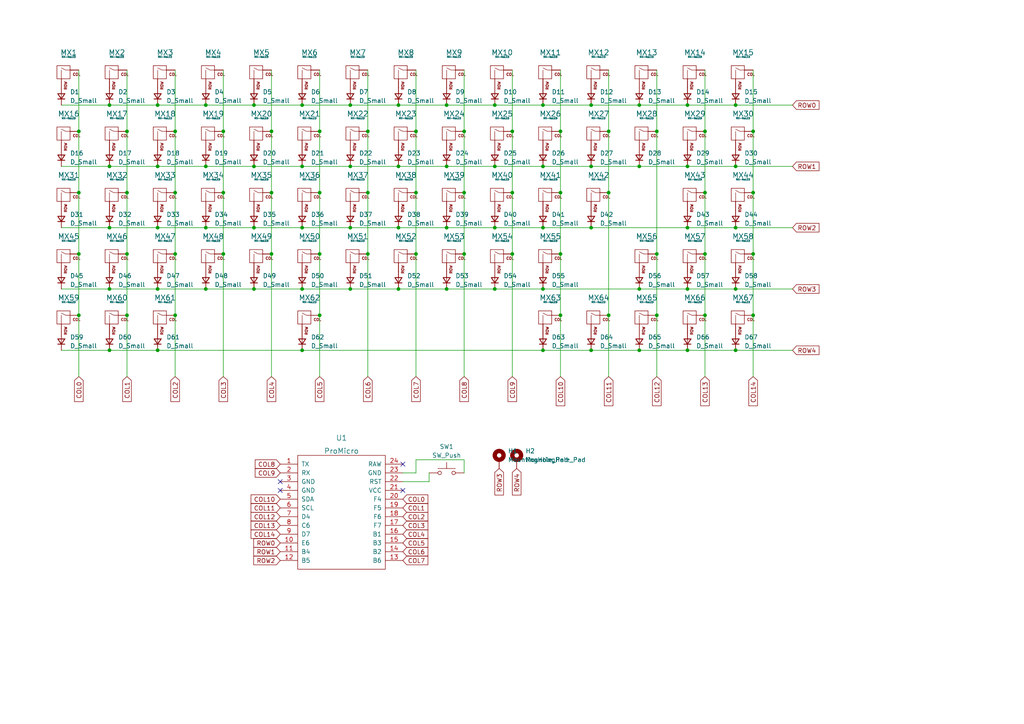
<source format=kicad_sch>
(kicad_sch (version 20211123) (generator eeschema)

  (uuid b00425cc-6e0a-4b19-8e3d-44395b1aa964)

  (paper "A4")

  (lib_symbols
    (symbol "Device:D_Small" (pin_numbers hide) (pin_names (offset 0.254) hide) (in_bom yes) (on_board yes)
      (property "Reference" "D" (id 0) (at -1.27 2.032 0)
        (effects (font (size 1.27 1.27)) (justify left))
      )
      (property "Value" "D_Small" (id 1) (at -3.81 -2.032 0)
        (effects (font (size 1.27 1.27)) (justify left))
      )
      (property "Footprint" "" (id 2) (at 0 0 90)
        (effects (font (size 1.27 1.27)) hide)
      )
      (property "Datasheet" "~" (id 3) (at 0 0 90)
        (effects (font (size 1.27 1.27)) hide)
      )
      (property "ki_keywords" "diode" (id 4) (at 0 0 0)
        (effects (font (size 1.27 1.27)) hide)
      )
      (property "ki_description" "Diode, small symbol" (id 5) (at 0 0 0)
        (effects (font (size 1.27 1.27)) hide)
      )
      (property "ki_fp_filters" "TO-???* *_Diode_* *SingleDiode* D_*" (id 6) (at 0 0 0)
        (effects (font (size 1.27 1.27)) hide)
      )
      (symbol "D_Small_0_1"
        (polyline
          (pts
            (xy -0.762 -1.016)
            (xy -0.762 1.016)
          )
          (stroke (width 0.254) (type default) (color 0 0 0 0))
          (fill (type none))
        )
        (polyline
          (pts
            (xy -0.762 0)
            (xy 0.762 0)
          )
          (stroke (width 0) (type default) (color 0 0 0 0))
          (fill (type none))
        )
        (polyline
          (pts
            (xy 0.762 -1.016)
            (xy -0.762 0)
            (xy 0.762 1.016)
            (xy 0.762 -1.016)
          )
          (stroke (width 0.254) (type default) (color 0 0 0 0))
          (fill (type none))
        )
      )
      (symbol "D_Small_1_1"
        (pin passive line (at -2.54 0 0) (length 1.778)
          (name "K" (effects (font (size 1.27 1.27))))
          (number "1" (effects (font (size 1.27 1.27))))
        )
        (pin passive line (at 2.54 0 180) (length 1.778)
          (name "A" (effects (font (size 1.27 1.27))))
          (number "2" (effects (font (size 1.27 1.27))))
        )
      )
    )
    (symbol "MX_Alps_Hybrid:MX-NoLED" (pin_names (offset 1.016)) (in_bom yes) (on_board yes)
      (property "Reference" "MX" (id 0) (at -0.635 3.81 0)
        (effects (font (size 1.524 1.524)))
      )
      (property "Value" "MX-NoLED" (id 1) (at -0.635 1.27 0)
        (effects (font (size 0.508 0.508)))
      )
      (property "Footprint" "" (id 2) (at -15.875 -0.635 0)
        (effects (font (size 1.524 1.524)) hide)
      )
      (property "Datasheet" "" (id 3) (at -15.875 -0.635 0)
        (effects (font (size 1.524 1.524)) hide)
      )
      (symbol "MX-NoLED_0_0"
        (rectangle (start -2.54 2.54) (end 1.27 -1.27)
          (stroke (width 0) (type default) (color 0 0 0 0))
          (fill (type none))
        )
        (polyline
          (pts
            (xy -1.27 -1.27)
            (xy -1.27 1.27)
          )
          (stroke (width 0.127) (type default) (color 0 0 0 0))
          (fill (type none))
        )
        (polyline
          (pts
            (xy 1.27 1.27)
            (xy 0 1.27)
            (xy -1.27 1.905)
          )
          (stroke (width 0.127) (type default) (color 0 0 0 0))
          (fill (type none))
        )
        (text "COL" (at 3.175 0 0)
          (effects (font (size 0.762 0.762)))
        )
        (text "ROW" (at 0 -1.905 900)
          (effects (font (size 0.762 0.762)) (justify right))
        )
      )
      (symbol "MX-NoLED_1_1"
        (pin passive line (at 3.81 1.27 180) (length 2.54)
          (name "COL" (effects (font (size 0 0))))
          (number "1" (effects (font (size 0 0))))
        )
        (pin passive line (at -1.27 -3.81 90) (length 2.54)
          (name "ROW" (effects (font (size 0 0))))
          (number "2" (effects (font (size 0 0))))
        )
      )
    )
    (symbol "Mechanical:MountingHole_Pad" (pin_numbers hide) (pin_names (offset 1.016) hide) (in_bom yes) (on_board yes)
      (property "Reference" "H" (id 0) (at 0 6.35 0)
        (effects (font (size 1.27 1.27)))
      )
      (property "Value" "MountingHole_Pad" (id 1) (at 0 4.445 0)
        (effects (font (size 1.27 1.27)))
      )
      (property "Footprint" "" (id 2) (at 0 0 0)
        (effects (font (size 1.27 1.27)) hide)
      )
      (property "Datasheet" "~" (id 3) (at 0 0 0)
        (effects (font (size 1.27 1.27)) hide)
      )
      (property "ki_keywords" "mounting hole" (id 4) (at 0 0 0)
        (effects (font (size 1.27 1.27)) hide)
      )
      (property "ki_description" "Mounting Hole with connection" (id 5) (at 0 0 0)
        (effects (font (size 1.27 1.27)) hide)
      )
      (property "ki_fp_filters" "MountingHole*Pad*" (id 6) (at 0 0 0)
        (effects (font (size 1.27 1.27)) hide)
      )
      (symbol "MountingHole_Pad_0_1"
        (circle (center 0 1.27) (radius 1.27)
          (stroke (width 1.27) (type default) (color 0 0 0 0))
          (fill (type none))
        )
      )
      (symbol "MountingHole_Pad_1_1"
        (pin input line (at 0 -2.54 90) (length 2.54)
          (name "1" (effects (font (size 1.27 1.27))))
          (number "1" (effects (font (size 1.27 1.27))))
        )
      )
    )
    (symbol "Switch:SW_Push" (pin_numbers hide) (pin_names (offset 1.016) hide) (in_bom yes) (on_board yes)
      (property "Reference" "SW" (id 0) (at 1.27 2.54 0)
        (effects (font (size 1.27 1.27)) (justify left))
      )
      (property "Value" "SW_Push" (id 1) (at 0 -1.524 0)
        (effects (font (size 1.27 1.27)))
      )
      (property "Footprint" "" (id 2) (at 0 5.08 0)
        (effects (font (size 1.27 1.27)) hide)
      )
      (property "Datasheet" "~" (id 3) (at 0 5.08 0)
        (effects (font (size 1.27 1.27)) hide)
      )
      (property "ki_keywords" "switch normally-open pushbutton push-button" (id 4) (at 0 0 0)
        (effects (font (size 1.27 1.27)) hide)
      )
      (property "ki_description" "Push button switch, generic, two pins" (id 5) (at 0 0 0)
        (effects (font (size 1.27 1.27)) hide)
      )
      (symbol "SW_Push_0_1"
        (circle (center -2.032 0) (radius 0.508)
          (stroke (width 0) (type default) (color 0 0 0 0))
          (fill (type none))
        )
        (polyline
          (pts
            (xy 0 1.27)
            (xy 0 3.048)
          )
          (stroke (width 0) (type default) (color 0 0 0 0))
          (fill (type none))
        )
        (polyline
          (pts
            (xy 2.54 1.27)
            (xy -2.54 1.27)
          )
          (stroke (width 0) (type default) (color 0 0 0 0))
          (fill (type none))
        )
        (circle (center 2.032 0) (radius 0.508)
          (stroke (width 0) (type default) (color 0 0 0 0))
          (fill (type none))
        )
        (pin passive line (at -5.08 0 0) (length 2.54)
          (name "1" (effects (font (size 1.27 1.27))))
          (number "1" (effects (font (size 1.27 1.27))))
        )
        (pin passive line (at 5.08 0 180) (length 2.54)
          (name "2" (effects (font (size 1.27 1.27))))
          (number "2" (effects (font (size 1.27 1.27))))
        )
      )
    )
    (symbol "promicro:ProMicro" (pin_names (offset 1.016)) (in_bom yes) (on_board yes)
      (property "Reference" "U" (id 0) (at 0 24.13 0)
        (effects (font (size 1.524 1.524)))
      )
      (property "Value" "ProMicro" (id 1) (at 0 -13.97 0)
        (effects (font (size 1.524 1.524)))
      )
      (property "Footprint" "" (id 2) (at 2.54 -26.67 0)
        (effects (font (size 1.524 1.524)))
      )
      (property "Datasheet" "" (id 3) (at 2.54 -26.67 0)
        (effects (font (size 1.524 1.524)))
      )
      (symbol "ProMicro_0_1"
        (rectangle (start -12.7 21.59) (end 12.7 -11.43)
          (stroke (width 0) (type default) (color 0 0 0 0))
          (fill (type none))
        )
      )
      (symbol "ProMicro_1_1"
        (pin bidirectional line (at -17.78 19.05 0) (length 5.08)
          (name "TX" (effects (font (size 1.27 1.27))))
          (number "1" (effects (font (size 1.27 1.27))))
        )
        (pin bidirectional line (at -17.78 -3.81 0) (length 5.08)
          (name "E6" (effects (font (size 1.27 1.27))))
          (number "10" (effects (font (size 1.27 1.27))))
        )
        (pin bidirectional line (at -17.78 -6.35 0) (length 5.08)
          (name "B4" (effects (font (size 1.27 1.27))))
          (number "11" (effects (font (size 1.27 1.27))))
        )
        (pin bidirectional line (at -17.78 -8.89 0) (length 5.08)
          (name "B5" (effects (font (size 1.27 1.27))))
          (number "12" (effects (font (size 1.27 1.27))))
        )
        (pin bidirectional line (at 17.78 -8.89 180) (length 5.08)
          (name "B6" (effects (font (size 1.27 1.27))))
          (number "13" (effects (font (size 1.27 1.27))))
        )
        (pin bidirectional line (at 17.78 -6.35 180) (length 5.08)
          (name "B2" (effects (font (size 1.27 1.27))))
          (number "14" (effects (font (size 1.27 1.27))))
        )
        (pin bidirectional line (at 17.78 -3.81 180) (length 5.08)
          (name "B3" (effects (font (size 1.27 1.27))))
          (number "15" (effects (font (size 1.27 1.27))))
        )
        (pin bidirectional line (at 17.78 -1.27 180) (length 5.08)
          (name "B1" (effects (font (size 1.27 1.27))))
          (number "16" (effects (font (size 1.27 1.27))))
        )
        (pin bidirectional line (at 17.78 1.27 180) (length 5.08)
          (name "F7" (effects (font (size 1.27 1.27))))
          (number "17" (effects (font (size 1.27 1.27))))
        )
        (pin bidirectional line (at 17.78 3.81 180) (length 5.08)
          (name "F6" (effects (font (size 1.27 1.27))))
          (number "18" (effects (font (size 1.27 1.27))))
        )
        (pin bidirectional line (at 17.78 6.35 180) (length 5.08)
          (name "F5" (effects (font (size 1.27 1.27))))
          (number "19" (effects (font (size 1.27 1.27))))
        )
        (pin bidirectional line (at -17.78 16.51 0) (length 5.08)
          (name "RX" (effects (font (size 1.27 1.27))))
          (number "2" (effects (font (size 1.27 1.27))))
        )
        (pin bidirectional line (at 17.78 8.89 180) (length 5.08)
          (name "F4" (effects (font (size 1.27 1.27))))
          (number "20" (effects (font (size 1.27 1.27))))
        )
        (pin power_in line (at 17.78 11.43 180) (length 5.08)
          (name "VCC" (effects (font (size 1.27 1.27))))
          (number "21" (effects (font (size 1.27 1.27))))
        )
        (pin input line (at 17.78 13.97 180) (length 5.08)
          (name "RST" (effects (font (size 1.27 1.27))))
          (number "22" (effects (font (size 1.27 1.27))))
        )
        (pin power_in line (at 17.78 16.51 180) (length 5.08)
          (name "GND" (effects (font (size 1.27 1.27))))
          (number "23" (effects (font (size 1.27 1.27))))
        )
        (pin power_out line (at 17.78 19.05 180) (length 5.08)
          (name "RAW" (effects (font (size 1.27 1.27))))
          (number "24" (effects (font (size 1.27 1.27))))
        )
        (pin power_in line (at -17.78 13.97 0) (length 5.08)
          (name "GND" (effects (font (size 1.27 1.27))))
          (number "3" (effects (font (size 1.27 1.27))))
        )
        (pin power_in line (at -17.78 11.43 0) (length 5.08)
          (name "GND" (effects (font (size 1.27 1.27))))
          (number "4" (effects (font (size 1.27 1.27))))
        )
        (pin bidirectional line (at -17.78 8.89 0) (length 5.08)
          (name "SDA" (effects (font (size 1.27 1.27))))
          (number "5" (effects (font (size 1.27 1.27))))
        )
        (pin bidirectional line (at -17.78 6.35 0) (length 5.08)
          (name "SCL" (effects (font (size 1.27 1.27))))
          (number "6" (effects (font (size 1.27 1.27))))
        )
        (pin bidirectional line (at -17.78 3.81 0) (length 5.08)
          (name "D4" (effects (font (size 1.27 1.27))))
          (number "7" (effects (font (size 1.27 1.27))))
        )
        (pin bidirectional line (at -17.78 1.27 0) (length 5.08)
          (name "C6" (effects (font (size 1.27 1.27))))
          (number "8" (effects (font (size 1.27 1.27))))
        )
        (pin bidirectional line (at -17.78 -1.27 0) (length 5.08)
          (name "D7" (effects (font (size 1.27 1.27))))
          (number "9" (effects (font (size 1.27 1.27))))
        )
      )
    )
  )

  (junction (at 148.59 38.1) (diameter 0) (color 0 0 0 0)
    (uuid 01f9697f-dc8e-46ed-8258-2af7dfff50bf)
  )
  (junction (at 64.77 38.1) (diameter 0) (color 0 0 0 0)
    (uuid 0643fd1f-a9c1-4c70-ae75-5d6ea4f9dc5a)
  )
  (junction (at 157.48 66.04) (diameter 0) (color 0 0 0 0)
    (uuid 0af1de23-c547-4120-a20b-faa045215e29)
  )
  (junction (at 22.86 73.66) (diameter 0) (color 0 0 0 0)
    (uuid 0ce98d14-afdb-409c-9c07-eba63ffc85a1)
  )
  (junction (at 87.63 83.82) (diameter 0) (color 0 0 0 0)
    (uuid 0d5f82c5-f2fc-4888-8b84-860a08553233)
  )
  (junction (at 50.8 73.66) (diameter 0) (color 0 0 0 0)
    (uuid 0e975bdc-d58a-49b7-be42-b8e28976df07)
  )
  (junction (at 87.63 101.6) (diameter 0) (color 0 0 0 0)
    (uuid 14e16add-4098-4b0d-96e0-47be94735fd5)
  )
  (junction (at 92.71 73.66) (diameter 0) (color 0 0 0 0)
    (uuid 14e506b5-f4b4-44d2-9afe-69b883905f9e)
  )
  (junction (at 157.48 101.6) (diameter 0) (color 0 0 0 0)
    (uuid 173c74b7-b7a4-4b59-97ff-f3c6897945a6)
  )
  (junction (at 36.83 38.1) (diameter 0) (color 0 0 0 0)
    (uuid 19f5e8dd-f821-4802-b1ee-59f358f6530f)
  )
  (junction (at 50.8 91.44) (diameter 0) (color 0 0 0 0)
    (uuid 1ec65eab-4b56-462c-80c6-db871c87a2d4)
  )
  (junction (at 45.72 48.26) (diameter 0) (color 0 0 0 0)
    (uuid 1ef8d070-2d88-4172-b535-e68e299878fd)
  )
  (junction (at 120.65 73.66) (diameter 0) (color 0 0 0 0)
    (uuid 216bdfb4-9203-4f59-93c6-fec84d846f4b)
  )
  (junction (at 64.77 73.66) (diameter 0) (color 0 0 0 0)
    (uuid 25197295-7355-44d4-8863-875c59046feb)
  )
  (junction (at 64.77 55.88) (diameter 0) (color 0 0 0 0)
    (uuid 26d30e1b-b922-47d2-9573-5e659a73319a)
  )
  (junction (at 59.69 66.04) (diameter 0) (color 0 0 0 0)
    (uuid 32e5a4f5-ac4a-468f-a198-cd9f91321f42)
  )
  (junction (at 143.51 30.48) (diameter 0) (color 0 0 0 0)
    (uuid 33727ba6-5f7c-450a-9f66-9fdd710f2390)
  )
  (junction (at 101.6 83.82) (diameter 0) (color 0 0 0 0)
    (uuid 353dbcba-d585-44e4-8de8-f5c6bbd96e57)
  )
  (junction (at 204.47 73.66) (diameter 0) (color 0 0 0 0)
    (uuid 3606aeba-dd66-4505-aaa1-dac9b3688614)
  )
  (junction (at 101.6 30.48) (diameter 0) (color 0 0 0 0)
    (uuid 3879f1d7-a1ba-4c4b-8915-e614b34c08dd)
  )
  (junction (at 31.75 48.26) (diameter 0) (color 0 0 0 0)
    (uuid 39ea90c0-cf27-474c-9c2f-ee0c0017b5d7)
  )
  (junction (at 143.51 83.82) (diameter 0) (color 0 0 0 0)
    (uuid 3a15a2e9-7ca5-43f1-9915-581048cfb874)
  )
  (junction (at 73.66 30.48) (diameter 0) (color 0 0 0 0)
    (uuid 3a4bf4b2-7aae-4b17-92d6-4b3d11bee63d)
  )
  (junction (at 31.75 83.82) (diameter 0) (color 0 0 0 0)
    (uuid 3c1c4d62-4808-4aad-9068-9822e3ba980f)
  )
  (junction (at 36.83 91.44) (diameter 0) (color 0 0 0 0)
    (uuid 3d2e28d5-9ae2-470f-ae40-198d200cb82a)
  )
  (junction (at 162.56 55.88) (diameter 0) (color 0 0 0 0)
    (uuid 3ddacae1-1a54-4656-b8e9-0a565d3a4bf9)
  )
  (junction (at 218.44 91.44) (diameter 0) (color 0 0 0 0)
    (uuid 3e5f0b74-9805-48db-9658-9297ca782626)
  )
  (junction (at 92.71 91.44) (diameter 0) (color 0 0 0 0)
    (uuid 40e3b091-4fc5-43fb-9793-0a5c14463c3b)
  )
  (junction (at 36.83 55.88) (diameter 0) (color 0 0 0 0)
    (uuid 41911259-848f-4c6b-b3a2-494bfb26d811)
  )
  (junction (at 176.53 91.44) (diameter 0) (color 0 0 0 0)
    (uuid 431ed14b-1a49-4ea1-a679-16dc8eb0dfbf)
  )
  (junction (at 115.57 30.48) (diameter 0) (color 0 0 0 0)
    (uuid 43d614aa-0396-45e6-9dd3-fad55dedebc5)
  )
  (junction (at 22.86 55.88) (diameter 0) (color 0 0 0 0)
    (uuid 44a0ad0f-f5ab-4c23-b3e5-c0ab97507c5a)
  )
  (junction (at 213.36 66.04) (diameter 0) (color 0 0 0 0)
    (uuid 50c3e87e-f122-4219-9618-76c8e4f095e4)
  )
  (junction (at 87.63 30.48) (diameter 0) (color 0 0 0 0)
    (uuid 510c58a1-3b02-4e5c-ac41-d6f30cc5878f)
  )
  (junction (at 176.53 38.1) (diameter 0) (color 0 0 0 0)
    (uuid 54cbfead-da63-4b49-a5c4-4e80e08e5b4d)
  )
  (junction (at 213.36 83.82) (diameter 0) (color 0 0 0 0)
    (uuid 54e64631-d47a-437f-8001-2228d618dd8d)
  )
  (junction (at 185.42 30.48) (diameter 0) (color 0 0 0 0)
    (uuid 554f2076-c866-4434-9f78-bc1410444043)
  )
  (junction (at 204.47 55.88) (diameter 0) (color 0 0 0 0)
    (uuid 55cdfd83-3b06-4195-8943-f59e6046c401)
  )
  (junction (at 92.71 55.88) (diameter 0) (color 0 0 0 0)
    (uuid 57b0edfb-bb0a-44b4-8c4b-2e8ccbd06f1b)
  )
  (junction (at 101.6 48.26) (diameter 0) (color 0 0 0 0)
    (uuid 59639ae5-9999-4fdf-9c66-3aae7029cc99)
  )
  (junction (at 190.5 73.66) (diameter 0) (color 0 0 0 0)
    (uuid 5dae4b45-70ce-4512-89fd-cdbc1731099c)
  )
  (junction (at 199.39 66.04) (diameter 0) (color 0 0 0 0)
    (uuid 6484558d-51fd-40dc-ae99-3bf4ebe2cafa)
  )
  (junction (at 176.53 55.88) (diameter 0) (color 0 0 0 0)
    (uuid 64de0bca-5f19-4aef-b642-339adefc0a34)
  )
  (junction (at 78.74 73.66) (diameter 0) (color 0 0 0 0)
    (uuid 650931b7-9fcf-4bbe-82f1-1d9e63de56fa)
  )
  (junction (at 171.45 48.26) (diameter 0) (color 0 0 0 0)
    (uuid 655d5b57-f2d3-4f6e-b550-7dd9817150ce)
  )
  (junction (at 31.75 30.48) (diameter 0) (color 0 0 0 0)
    (uuid 660a31fd-92ee-4863-96dc-55415b981c25)
  )
  (junction (at 213.36 30.48) (diameter 0) (color 0 0 0 0)
    (uuid 68f43273-94a6-4c80-987b-d1789ad36ad0)
  )
  (junction (at 59.69 30.48) (diameter 0) (color 0 0 0 0)
    (uuid 6a9ecb73-426b-476d-aa79-bd3e4ffc4774)
  )
  (junction (at 171.45 66.04) (diameter 0) (color 0 0 0 0)
    (uuid 6be6aa38-a25c-47f1-bb04-f375e8afab03)
  )
  (junction (at 213.36 101.6) (diameter 0) (color 0 0 0 0)
    (uuid 6e5287b6-7fca-4a81-bb43-ae8c6bad62eb)
  )
  (junction (at 204.47 38.1) (diameter 0) (color 0 0 0 0)
    (uuid 6f6d7cc7-0a17-4836-82e9-dd5515290f01)
  )
  (junction (at 106.68 55.88) (diameter 0) (color 0 0 0 0)
    (uuid 71bda409-b5a9-45c4-bf08-6eb7fd5d78b7)
  )
  (junction (at 185.42 101.6) (diameter 0) (color 0 0 0 0)
    (uuid 7bbc6215-de54-4819-a659-9e82083e6a81)
  )
  (junction (at 218.44 73.66) (diameter 0) (color 0 0 0 0)
    (uuid 7c49b0f5-daa5-4dc3-a544-568135bed43e)
  )
  (junction (at 143.51 66.04) (diameter 0) (color 0 0 0 0)
    (uuid 7f1d4d0d-a050-4602-9b87-856f7b95cd4a)
  )
  (junction (at 115.57 83.82) (diameter 0) (color 0 0 0 0)
    (uuid 7fb32481-9d2f-4866-bd5e-0a1d27c4c3f8)
  )
  (junction (at 129.54 66.04) (diameter 0) (color 0 0 0 0)
    (uuid 819f30d9-7f27-4afe-9a2a-6cb475ed66af)
  )
  (junction (at 162.56 73.66) (diameter 0) (color 0 0 0 0)
    (uuid 8237a4d3-6d26-4726-b4d2-7d2aced80ea1)
  )
  (junction (at 120.65 38.1) (diameter 0) (color 0 0 0 0)
    (uuid 84be92b2-cf79-4ab2-adfe-ffb130d7e6df)
  )
  (junction (at 115.57 66.04) (diameter 0) (color 0 0 0 0)
    (uuid 87351466-b9cc-4d6b-ad81-3199e2e63510)
  )
  (junction (at 199.39 101.6) (diameter 0) (color 0 0 0 0)
    (uuid 89acb5bc-d093-41d7-9296-1d0e05c3f82b)
  )
  (junction (at 106.68 73.66) (diameter 0) (color 0 0 0 0)
    (uuid 8a11d414-4091-493e-8a9e-b435ae98bece)
  )
  (junction (at 129.54 48.26) (diameter 0) (color 0 0 0 0)
    (uuid 8acaab5e-9ca9-4e02-818a-4e33ce4b9801)
  )
  (junction (at 45.72 83.82) (diameter 0) (color 0 0 0 0)
    (uuid 8c291090-650c-4143-9c71-2e7a388905c0)
  )
  (junction (at 78.74 55.88) (diameter 0) (color 0 0 0 0)
    (uuid 8fbc65dd-5039-44f9-8361-c6f13a47d9d6)
  )
  (junction (at 157.48 30.48) (diameter 0) (color 0 0 0 0)
    (uuid 90543d48-b986-4cc6-b23c-6f588d4bc6c8)
  )
  (junction (at 162.56 91.44) (diameter 0) (color 0 0 0 0)
    (uuid 9296d77f-55e9-414b-9d94-a0b2af646248)
  )
  (junction (at 31.75 66.04) (diameter 0) (color 0 0 0 0)
    (uuid 92dad62c-c63b-4fac-8dd6-f5c211a6fc56)
  )
  (junction (at 218.44 55.88) (diameter 0) (color 0 0 0 0)
    (uuid 930a7da6-a3f9-4d6e-acb4-c18c0c527de3)
  )
  (junction (at 73.66 83.82) (diameter 0) (color 0 0 0 0)
    (uuid 952ac72d-6b21-4ac0-80d7-a11c5b34fe4d)
  )
  (junction (at 36.83 73.66) (diameter 0) (color 0 0 0 0)
    (uuid 9534fde3-8bea-4dbd-b091-e67344090c86)
  )
  (junction (at 101.6 66.04) (diameter 0) (color 0 0 0 0)
    (uuid 957acb95-a8b8-434d-b1cd-f0bab9798340)
  )
  (junction (at 134.62 38.1) (diameter 0) (color 0 0 0 0)
    (uuid 95e81ab6-b17a-439c-a5c1-83ca92e9dd50)
  )
  (junction (at 190.5 38.1) (diameter 0) (color 0 0 0 0)
    (uuid 984b13f1-a77b-4c19-8d8d-6e311e0760a6)
  )
  (junction (at 45.72 101.6) (diameter 0) (color 0 0 0 0)
    (uuid 9daa5351-b6f0-470a-a460-8ad36e27f2f9)
  )
  (junction (at 134.62 55.88) (diameter 0) (color 0 0 0 0)
    (uuid a240f918-83f5-4ba8-9267-524e3037cec2)
  )
  (junction (at 78.74 38.1) (diameter 0) (color 0 0 0 0)
    (uuid a74b7ef9-e1b3-404c-9e66-5d6133f605bb)
  )
  (junction (at 204.47 91.44) (diameter 0) (color 0 0 0 0)
    (uuid a933ac01-2a35-45ed-a114-5986d72efff4)
  )
  (junction (at 50.8 38.1) (diameter 0) (color 0 0 0 0)
    (uuid acf738bf-aae4-4846-b0f0-c039b12171fe)
  )
  (junction (at 73.66 48.26) (diameter 0) (color 0 0 0 0)
    (uuid acff3b66-16e9-492e-954f-4fbb38cd4eb7)
  )
  (junction (at 87.63 66.04) (diameter 0) (color 0 0 0 0)
    (uuid af423fcc-7d5d-4aa0-8405-c54422fcb745)
  )
  (junction (at 45.72 66.04) (diameter 0) (color 0 0 0 0)
    (uuid b0e0b7ba-bd09-4d61-b63e-41c0efb60010)
  )
  (junction (at 162.56 38.1) (diameter 0) (color 0 0 0 0)
    (uuid b27ed1f0-5074-48be-84bc-4821e81c1c5c)
  )
  (junction (at 171.45 30.48) (diameter 0) (color 0 0 0 0)
    (uuid b4a37858-b007-4481-bdf2-dc6244c2f1c5)
  )
  (junction (at 50.8 55.88) (diameter 0) (color 0 0 0 0)
    (uuid b51877f4-9e8a-4c38-b852-85cff7183212)
  )
  (junction (at 157.48 83.82) (diameter 0) (color 0 0 0 0)
    (uuid b56e9189-d1b8-4b4b-8631-4a207ede2df6)
  )
  (junction (at 185.42 48.26) (diameter 0) (color 0 0 0 0)
    (uuid bb9b5055-4827-4a12-8059-0602036f370d)
  )
  (junction (at 190.5 91.44) (diameter 0) (color 0 0 0 0)
    (uuid bdcb436d-f7dc-450d-a3db-d509b50e45e2)
  )
  (junction (at 87.63 48.26) (diameter 0) (color 0 0 0 0)
    (uuid be4d51f1-a60a-45eb-a77e-3c51ca602234)
  )
  (junction (at 129.54 83.82) (diameter 0) (color 0 0 0 0)
    (uuid c11daa78-664e-4fee-a9b0-28f41aa1ed2f)
  )
  (junction (at 59.69 48.26) (diameter 0) (color 0 0 0 0)
    (uuid c45dd15c-d53b-4d31-a755-d9d8b7d8b229)
  )
  (junction (at 22.86 38.1) (diameter 0) (color 0 0 0 0)
    (uuid c9ab5104-f574-42ba-879d-412e35c584dc)
  )
  (junction (at 73.66 66.04) (diameter 0) (color 0 0 0 0)
    (uuid d1ffda7f-9992-497c-8d66-7dec6084214a)
  )
  (junction (at 171.45 101.6) (diameter 0) (color 0 0 0 0)
    (uuid d47233c0-763c-4fbd-8961-4ee7f059fd2b)
  )
  (junction (at 148.59 73.66) (diameter 0) (color 0 0 0 0)
    (uuid d5972f8b-ed92-4161-8d9a-ee306beca7e6)
  )
  (junction (at 143.51 48.26) (diameter 0) (color 0 0 0 0)
    (uuid d6655975-7f96-4a59-ab4e-30b3a50cba96)
  )
  (junction (at 22.86 91.44) (diameter 0) (color 0 0 0 0)
    (uuid d70e55d8-b090-4b4c-a3ad-8ada3616767c)
  )
  (junction (at 106.68 38.1) (diameter 0) (color 0 0 0 0)
    (uuid db0410d8-af75-4068-96ab-d37029084ce4)
  )
  (junction (at 92.71 38.1) (diameter 0) (color 0 0 0 0)
    (uuid dc6a5f64-0a85-4b16-82ce-0931617215d0)
  )
  (junction (at 129.54 30.48) (diameter 0) (color 0 0 0 0)
    (uuid ddcf6a59-03b1-460d-8516-fa3d302f33a4)
  )
  (junction (at 185.42 83.82) (diameter 0) (color 0 0 0 0)
    (uuid e0b87e70-727a-481c-955e-f7fa47cb3e52)
  )
  (junction (at 213.36 48.26) (diameter 0) (color 0 0 0 0)
    (uuid e1b678b2-ad76-43e8-86da-090149e44a1c)
  )
  (junction (at 45.72 30.48) (diameter 0) (color 0 0 0 0)
    (uuid e1f1d2e1-cfcc-42c9-af0f-a99be30ca600)
  )
  (junction (at 31.75 101.6) (diameter 0) (color 0 0 0 0)
    (uuid e35fd742-a270-41ab-b978-4651d5d3e2ec)
  )
  (junction (at 199.39 48.26) (diameter 0) (color 0 0 0 0)
    (uuid e40d7a53-7116-4c3b-9f16-b624888bc188)
  )
  (junction (at 157.48 48.26) (diameter 0) (color 0 0 0 0)
    (uuid ebcaa5e5-e39b-4e90-a7e1-ed51b6b713a3)
  )
  (junction (at 199.39 83.82) (diameter 0) (color 0 0 0 0)
    (uuid ece2a92c-22cf-4b9e-962a-03ae08941f78)
  )
  (junction (at 218.44 38.1) (diameter 0) (color 0 0 0 0)
    (uuid f4e6b1bc-7c2b-45ca-bb63-cc0afcc721a3)
  )
  (junction (at 120.65 55.88) (diameter 0) (color 0 0 0 0)
    (uuid f5d2a235-9ccd-45dd-8600-c1304196272a)
  )
  (junction (at 148.59 55.88) (diameter 0) (color 0 0 0 0)
    (uuid f7be7ed9-5d17-4c70-ab79-9b9e50597300)
  )
  (junction (at 59.69 83.82) (diameter 0) (color 0 0 0 0)
    (uuid f7e2f34c-92fb-4902-a0e3-52b4b92a89a7)
  )
  (junction (at 134.62 73.66) (diameter 0) (color 0 0 0 0)
    (uuid f81c2218-71c5-4e38-984b-50fee207d422)
  )
  (junction (at 115.57 48.26) (diameter 0) (color 0 0 0 0)
    (uuid f8a43bb0-137b-427f-9fb6-ccc5bd7f18ad)
  )
  (junction (at 199.39 30.48) (diameter 0) (color 0 0 0 0)
    (uuid fd4c4b3a-912b-4bf3-b9af-134ca8b1e803)
  )

  (no_connect (at 81.28 142.24) (uuid 193462cc-3894-47e8-8bb8-ee0e9cb5a2d2))
  (no_connect (at 116.84 134.62) (uuid 77ed975d-e599-4775-be11-1986ec0e9603))
  (no_connect (at 81.28 139.7) (uuid 9fd54a47-0714-48c0-8c18-66bcaa73e90b))
  (no_connect (at 116.84 142.24) (uuid dab7ad45-f4cd-40f4-9e06-c8c563d5aada))

  (wire (pts (xy 17.78 101.6) (xy 31.75 101.6))
    (stroke (width 0) (type default) (color 0 0 0 0))
    (uuid 007a55d5-1210-42ce-abf1-792fc721d908)
  )
  (wire (pts (xy 17.78 66.04) (xy 31.75 66.04))
    (stroke (width 0) (type default) (color 0 0 0 0))
    (uuid 009a801e-75de-4969-947a-4c0a267c6ec5)
  )
  (wire (pts (xy 87.63 30.48) (xy 101.6 30.48))
    (stroke (width 0) (type default) (color 0 0 0 0))
    (uuid 01c7c071-8174-40be-9817-773681110edf)
  )
  (wire (pts (xy 50.8 55.88) (xy 50.8 73.66))
    (stroke (width 0) (type default) (color 0 0 0 0))
    (uuid 02b9d2d7-049e-44f4-a974-5834fa01289e)
  )
  (wire (pts (xy 73.66 48.26) (xy 87.63 48.26))
    (stroke (width 0) (type default) (color 0 0 0 0))
    (uuid 031375cc-0d7a-4d6c-b0ea-652984b9dfac)
  )
  (wire (pts (xy 204.47 55.88) (xy 204.47 73.66))
    (stroke (width 0) (type default) (color 0 0 0 0))
    (uuid 0655a47e-6ed2-45a5-bca3-f1d547af02d7)
  )
  (wire (pts (xy 129.54 66.04) (xy 143.51 66.04))
    (stroke (width 0) (type default) (color 0 0 0 0))
    (uuid 065f117c-6873-4cfd-9f64-9c012fa42a56)
  )
  (wire (pts (xy 17.78 30.48) (xy 31.75 30.48))
    (stroke (width 0) (type default) (color 0 0 0 0))
    (uuid 06b25608-23ab-46ca-9f2e-62deab6a8825)
  )
  (wire (pts (xy 115.57 30.48) (xy 129.54 30.48))
    (stroke (width 0) (type default) (color 0 0 0 0))
    (uuid 07164946-4383-42d5-8ba2-756707681679)
  )
  (wire (pts (xy 78.74 20.32) (xy 78.74 38.1))
    (stroke (width 0) (type default) (color 0 0 0 0))
    (uuid 0744373b-db6b-4711-b6f9-38d5625cc318)
  )
  (wire (pts (xy 73.66 66.04) (xy 87.63 66.04))
    (stroke (width 0) (type default) (color 0 0 0 0))
    (uuid 084fbfa9-d3fc-49bc-88c7-ae7e77203e7a)
  )
  (wire (pts (xy 162.56 73.66) (xy 162.56 91.44))
    (stroke (width 0) (type default) (color 0 0 0 0))
    (uuid 09ecf305-6138-4fa2-bcad-319d94fbf35a)
  )
  (wire (pts (xy 73.66 83.82) (xy 87.63 83.82))
    (stroke (width 0) (type default) (color 0 0 0 0))
    (uuid 09ef9417-0a61-4671-8170-f5fb43287f72)
  )
  (wire (pts (xy 17.78 83.82) (xy 31.75 83.82))
    (stroke (width 0) (type default) (color 0 0 0 0))
    (uuid 0bb04e53-3768-472c-b462-13b57c58b274)
  )
  (wire (pts (xy 45.72 101.6) (xy 87.63 101.6))
    (stroke (width 0) (type default) (color 0 0 0 0))
    (uuid 0d3aefce-5534-4c69-8efc-fe71abed2678)
  )
  (wire (pts (xy 31.75 66.04) (xy 45.72 66.04))
    (stroke (width 0) (type default) (color 0 0 0 0))
    (uuid 0f934564-d7ab-45e3-8403-13b65d26250d)
  )
  (wire (pts (xy 190.5 38.1) (xy 190.5 73.66))
    (stroke (width 0) (type default) (color 0 0 0 0))
    (uuid 0fbc4c5b-b787-4769-bdc2-b9dea2b02e1b)
  )
  (wire (pts (xy 162.56 55.88) (xy 162.56 73.66))
    (stroke (width 0) (type default) (color 0 0 0 0))
    (uuid 10ca51df-96e3-4dc9-8bd5-dea1a320344c)
  )
  (wire (pts (xy 92.71 91.44) (xy 92.71 109.22))
    (stroke (width 0) (type default) (color 0 0 0 0))
    (uuid 14ff5980-12d5-4223-8456-0d096733ded3)
  )
  (wire (pts (xy 50.8 38.1) (xy 50.8 55.88))
    (stroke (width 0) (type default) (color 0 0 0 0))
    (uuid 1b91859c-aa35-4534-95ca-4b4ef4bdc12e)
  )
  (wire (pts (xy 143.51 83.82) (xy 157.48 83.82))
    (stroke (width 0) (type default) (color 0 0 0 0))
    (uuid 1b9ea634-314b-4cc0-868b-9e9eea112c97)
  )
  (wire (pts (xy 204.47 73.66) (xy 204.47 91.44))
    (stroke (width 0) (type default) (color 0 0 0 0))
    (uuid 1c95a595-4645-446d-abe7-7861126c351e)
  )
  (wire (pts (xy 213.36 30.48) (xy 229.87 30.48))
    (stroke (width 0) (type default) (color 0 0 0 0))
    (uuid 21bfd940-6465-4142-b866-da03578d6aff)
  )
  (wire (pts (xy 115.57 83.82) (xy 129.54 83.82))
    (stroke (width 0) (type default) (color 0 0 0 0))
    (uuid 2225a497-afac-48e2-844f-6fdd2c7d89a4)
  )
  (wire (pts (xy 115.57 66.04) (xy 129.54 66.04))
    (stroke (width 0) (type default) (color 0 0 0 0))
    (uuid 26073363-cd97-4b12-ab39-7567ed72b973)
  )
  (wire (pts (xy 213.36 83.82) (xy 229.87 83.82))
    (stroke (width 0) (type default) (color 0 0 0 0))
    (uuid 28170fe1-9420-440e-8ec0-78ee4b50e531)
  )
  (wire (pts (xy 199.39 83.82) (xy 213.36 83.82))
    (stroke (width 0) (type default) (color 0 0 0 0))
    (uuid 283051ee-e0f9-43bf-abd1-be53bde1ac26)
  )
  (wire (pts (xy 120.65 38.1) (xy 120.65 55.88))
    (stroke (width 0) (type default) (color 0 0 0 0))
    (uuid 2895bad6-83d9-4aa1-9d9b-63b2ed330605)
  )
  (wire (pts (xy 92.71 38.1) (xy 92.71 55.88))
    (stroke (width 0) (type default) (color 0 0 0 0))
    (uuid 2a9e48a9-3f5e-4848-b45f-196c50fad5bf)
  )
  (wire (pts (xy 185.42 101.6) (xy 199.39 101.6))
    (stroke (width 0) (type default) (color 0 0 0 0))
    (uuid 2ec9105e-ace8-4c29-93c8-292485d6f994)
  )
  (wire (pts (xy 31.75 30.48) (xy 45.72 30.48))
    (stroke (width 0) (type default) (color 0 0 0 0))
    (uuid 2edf3ca7-0c57-4b31-8965-7b48cc8b6a9d)
  )
  (wire (pts (xy 157.48 66.04) (xy 171.45 66.04))
    (stroke (width 0) (type default) (color 0 0 0 0))
    (uuid 309f64f2-fe5a-4536-adb3-4111fcb5abd9)
  )
  (wire (pts (xy 185.42 83.82) (xy 199.39 83.82))
    (stroke (width 0) (type default) (color 0 0 0 0))
    (uuid 30ace64d-6122-433e-891a-ab7764ea3d0a)
  )
  (wire (pts (xy 134.62 55.88) (xy 134.62 73.66))
    (stroke (width 0) (type default) (color 0 0 0 0))
    (uuid 30cdd8bc-898a-40f2-854b-39e8f9f08552)
  )
  (wire (pts (xy 31.75 48.26) (xy 45.72 48.26))
    (stroke (width 0) (type default) (color 0 0 0 0))
    (uuid 32e3bc51-d2d3-4692-a6e6-e6c77d3d8ee5)
  )
  (wire (pts (xy 129.54 48.26) (xy 143.51 48.26))
    (stroke (width 0) (type default) (color 0 0 0 0))
    (uuid 337bd302-be8b-4b2a-a3db-27ec74bd6ed8)
  )
  (wire (pts (xy 204.47 20.32) (xy 204.47 38.1))
    (stroke (width 0) (type default) (color 0 0 0 0))
    (uuid 33e685e7-9678-4cdd-81f2-33091ca9851e)
  )
  (wire (pts (xy 31.75 83.82) (xy 45.72 83.82))
    (stroke (width 0) (type default) (color 0 0 0 0))
    (uuid 3657a74e-addf-46c8-9a80-9656936d77ec)
  )
  (wire (pts (xy 218.44 55.88) (xy 218.44 73.66))
    (stroke (width 0) (type default) (color 0 0 0 0))
    (uuid 3959999c-d5d1-4cfc-a28e-5301495d02a3)
  )
  (wire (pts (xy 134.62 38.1) (xy 134.62 55.88))
    (stroke (width 0) (type default) (color 0 0 0 0))
    (uuid 3cada00d-dbb3-4284-b570-648ef47878e4)
  )
  (wire (pts (xy 157.48 30.48) (xy 171.45 30.48))
    (stroke (width 0) (type default) (color 0 0 0 0))
    (uuid 3f08ea45-989e-4868-809e-62b007c7c078)
  )
  (wire (pts (xy 36.83 91.44) (xy 36.83 109.22))
    (stroke (width 0) (type default) (color 0 0 0 0))
    (uuid 3f85dd0c-3719-4d4a-90a9-684c648e93ff)
  )
  (wire (pts (xy 64.77 73.66) (xy 64.77 109.22))
    (stroke (width 0) (type default) (color 0 0 0 0))
    (uuid 3f9caa37-f193-4004-83c1-29937ba8cf81)
  )
  (wire (pts (xy 162.56 20.32) (xy 162.56 38.1))
    (stroke (width 0) (type default) (color 0 0 0 0))
    (uuid 41a95f61-bccc-4e15-bf4e-16001df04f4c)
  )
  (wire (pts (xy 218.44 38.1) (xy 218.44 55.88))
    (stroke (width 0) (type default) (color 0 0 0 0))
    (uuid 430241b6-f440-4e37-b44f-c83cf80b1d9b)
  )
  (wire (pts (xy 162.56 38.1) (xy 162.56 55.88))
    (stroke (width 0) (type default) (color 0 0 0 0))
    (uuid 430ba28d-145c-43d1-add4-2458660aca0a)
  )
  (wire (pts (xy 162.56 91.44) (xy 162.56 109.22))
    (stroke (width 0) (type default) (color 0 0 0 0))
    (uuid 4664ebd8-3220-4522-8d83-9a12b66d0037)
  )
  (wire (pts (xy 101.6 48.26) (xy 115.57 48.26))
    (stroke (width 0) (type default) (color 0 0 0 0))
    (uuid 485f1e83-c078-4caf-a92b-8eacf2b40672)
  )
  (wire (pts (xy 59.69 30.48) (xy 73.66 30.48))
    (stroke (width 0) (type default) (color 0 0 0 0))
    (uuid 4990a9ce-89d1-4fb9-b998-ef22127d81a2)
  )
  (wire (pts (xy 59.69 83.82) (xy 73.66 83.82))
    (stroke (width 0) (type default) (color 0 0 0 0))
    (uuid 4e3b68e5-6330-4ed2-8114-3975b2df4664)
  )
  (wire (pts (xy 124.46 139.7) (xy 124.46 137.16))
    (stroke (width 0) (type default) (color 0 0 0 0))
    (uuid 4e695d62-e703-4618-88d3-bc94e8451eef)
  )
  (wire (pts (xy 213.36 101.6) (xy 229.87 101.6))
    (stroke (width 0) (type default) (color 0 0 0 0))
    (uuid 4e91930e-8a39-4d27-9711-86f1f8ee5bc2)
  )
  (wire (pts (xy 176.53 91.44) (xy 176.53 109.22))
    (stroke (width 0) (type default) (color 0 0 0 0))
    (uuid 4f35583b-e39d-4e5f-b9e0-3846c01d2419)
  )
  (wire (pts (xy 218.44 73.66) (xy 218.44 91.44))
    (stroke (width 0) (type default) (color 0 0 0 0))
    (uuid 4f86bcd0-5ae3-4786-b4ea-6a84d6a2c8d3)
  )
  (wire (pts (xy 22.86 55.88) (xy 22.86 73.66))
    (stroke (width 0) (type default) (color 0 0 0 0))
    (uuid 55b98ac1-58ca-4166-919d-d3c51c263c99)
  )
  (wire (pts (xy 171.45 30.48) (xy 185.42 30.48))
    (stroke (width 0) (type default) (color 0 0 0 0))
    (uuid 58a8140b-9b2b-4a4b-b645-118e7403b0eb)
  )
  (wire (pts (xy 92.71 55.88) (xy 92.71 73.66))
    (stroke (width 0) (type default) (color 0 0 0 0))
    (uuid 5ab1fb67-18f1-4e1a-a518-d2acecafb31c)
  )
  (wire (pts (xy 78.74 55.88) (xy 78.74 73.66))
    (stroke (width 0) (type default) (color 0 0 0 0))
    (uuid 5b20103f-c67a-4d05-a607-5c8cbbb9aac7)
  )
  (wire (pts (xy 17.78 48.26) (xy 31.75 48.26))
    (stroke (width 0) (type default) (color 0 0 0 0))
    (uuid 5eacb4b0-0168-4561-a6d5-46641ba7f5a5)
  )
  (wire (pts (xy 134.62 20.32) (xy 134.62 38.1))
    (stroke (width 0) (type default) (color 0 0 0 0))
    (uuid 612b7b5f-43e2-4500-9b20-6606343d48d9)
  )
  (wire (pts (xy 36.83 55.88) (xy 36.83 73.66))
    (stroke (width 0) (type default) (color 0 0 0 0))
    (uuid 62e3e706-bc9f-4849-be9b-8ad5c2e231d6)
  )
  (wire (pts (xy 190.5 73.66) (xy 190.5 91.44))
    (stroke (width 0) (type default) (color 0 0 0 0))
    (uuid 6626b8c9-4d80-4f0d-93ec-2ef3ba2d9e15)
  )
  (wire (pts (xy 199.39 101.6) (xy 213.36 101.6))
    (stroke (width 0) (type default) (color 0 0 0 0))
    (uuid 6969441b-0966-4e8d-aed3-db5c23030ade)
  )
  (wire (pts (xy 45.72 48.26) (xy 59.69 48.26))
    (stroke (width 0) (type default) (color 0 0 0 0))
    (uuid 6a4a56de-8309-419b-ad7e-1c5beebda674)
  )
  (wire (pts (xy 148.59 38.1) (xy 148.59 55.88))
    (stroke (width 0) (type default) (color 0 0 0 0))
    (uuid 6bb9ff4e-e983-4660-9c5d-69a96bb84c27)
  )
  (wire (pts (xy 204.47 91.44) (xy 204.47 109.22))
    (stroke (width 0) (type default) (color 0 0 0 0))
    (uuid 6bda886c-4f0a-432a-a71b-0b3da0171cd1)
  )
  (wire (pts (xy 87.63 83.82) (xy 101.6 83.82))
    (stroke (width 0) (type default) (color 0 0 0 0))
    (uuid 6d79ff8d-76e1-40ba-aa18-cd79da91b460)
  )
  (wire (pts (xy 87.63 48.26) (xy 101.6 48.26))
    (stroke (width 0) (type default) (color 0 0 0 0))
    (uuid 700f64c1-9c31-4bb1-a353-38b1428530cb)
  )
  (wire (pts (xy 116.84 139.7) (xy 124.46 139.7))
    (stroke (width 0) (type default) (color 0 0 0 0))
    (uuid 71aaa096-7bf8-442a-9ec5-41d10a7a2e5a)
  )
  (wire (pts (xy 213.36 48.26) (xy 229.87 48.26))
    (stroke (width 0) (type default) (color 0 0 0 0))
    (uuid 739f9db1-ca7f-44bc-ba7e-9f57ce9c2ba6)
  )
  (wire (pts (xy 134.62 73.66) (xy 134.62 109.22))
    (stroke (width 0) (type default) (color 0 0 0 0))
    (uuid 76366cda-de33-4702-91df-f4c1560288b8)
  )
  (wire (pts (xy 64.77 38.1) (xy 64.77 55.88))
    (stroke (width 0) (type default) (color 0 0 0 0))
    (uuid 7cfce069-13a0-410f-aa1d-7cf59584c9ea)
  )
  (wire (pts (xy 190.5 20.32) (xy 190.5 38.1))
    (stroke (width 0) (type default) (color 0 0 0 0))
    (uuid 7dd6032a-abb4-4917-9cb8-726a3d7b5863)
  )
  (wire (pts (xy 204.47 38.1) (xy 204.47 55.88))
    (stroke (width 0) (type default) (color 0 0 0 0))
    (uuid 83b6a0cd-db3e-410b-9cc7-187c58b8a26d)
  )
  (wire (pts (xy 22.86 20.32) (xy 22.86 38.1))
    (stroke (width 0) (type default) (color 0 0 0 0))
    (uuid 85a1fdd3-8c03-4331-bb80-f1bb1b0a3d97)
  )
  (wire (pts (xy 92.71 20.32) (xy 92.71 38.1))
    (stroke (width 0) (type default) (color 0 0 0 0))
    (uuid 8636e1a8-8a75-4a89-b4af-c4fa736e171c)
  )
  (wire (pts (xy 101.6 66.04) (xy 115.57 66.04))
    (stroke (width 0) (type default) (color 0 0 0 0))
    (uuid 8c569077-b458-479e-ba9a-6bf21261d009)
  )
  (wire (pts (xy 92.71 73.66) (xy 92.71 91.44))
    (stroke (width 0) (type default) (color 0 0 0 0))
    (uuid 8e3096a1-7176-4931-90a4-2f9346b7c834)
  )
  (wire (pts (xy 36.83 38.1) (xy 36.83 55.88))
    (stroke (width 0) (type default) (color 0 0 0 0))
    (uuid 907e7838-681b-409a-8547-db13f4172ad4)
  )
  (wire (pts (xy 190.5 91.44) (xy 190.5 109.22))
    (stroke (width 0) (type default) (color 0 0 0 0))
    (uuid 90a48bf9-f31d-42a7-a083-805ab198e8a7)
  )
  (wire (pts (xy 45.72 83.82) (xy 59.69 83.82))
    (stroke (width 0) (type default) (color 0 0 0 0))
    (uuid 939b951d-7b2b-4ebd-8d09-4549acd31eba)
  )
  (wire (pts (xy 50.8 20.32) (xy 50.8 38.1))
    (stroke (width 0) (type default) (color 0 0 0 0))
    (uuid 94385ff6-69d2-4b4a-a500-b54229db659c)
  )
  (wire (pts (xy 22.86 73.66) (xy 22.86 91.44))
    (stroke (width 0) (type default) (color 0 0 0 0))
    (uuid 95632592-421e-47ca-915e-00f5a40532dd)
  )
  (wire (pts (xy 36.83 20.32) (xy 36.83 38.1))
    (stroke (width 0) (type default) (color 0 0 0 0))
    (uuid 972f9503-ff43-4cb8-a926-f9d9e1d5f3f8)
  )
  (wire (pts (xy 78.74 73.66) (xy 78.74 109.22))
    (stroke (width 0) (type default) (color 0 0 0 0))
    (uuid 97bce431-7ffc-4724-939b-953944de7ae7)
  )
  (wire (pts (xy 199.39 48.26) (xy 213.36 48.26))
    (stroke (width 0) (type default) (color 0 0 0 0))
    (uuid 9a36616c-82e3-4cb9-b769-723e908df5b7)
  )
  (wire (pts (xy 22.86 91.44) (xy 22.86 109.22))
    (stroke (width 0) (type default) (color 0 0 0 0))
    (uuid 9a6db41a-f090-4a13-a026-7a5cb1b014f9)
  )
  (wire (pts (xy 148.59 55.88) (xy 148.59 73.66))
    (stroke (width 0) (type default) (color 0 0 0 0))
    (uuid 9b191565-7aeb-4a28-b899-43c2b541031b)
  )
  (wire (pts (xy 218.44 20.32) (xy 218.44 38.1))
    (stroke (width 0) (type default) (color 0 0 0 0))
    (uuid 9b5d0f35-9e5a-46c8-9259-6e8656f3f92c)
  )
  (wire (pts (xy 59.69 48.26) (xy 73.66 48.26))
    (stroke (width 0) (type default) (color 0 0 0 0))
    (uuid 9c25eadd-1e1a-42e1-86ce-9014d414e662)
  )
  (wire (pts (xy 143.51 48.26) (xy 157.48 48.26))
    (stroke (width 0) (type default) (color 0 0 0 0))
    (uuid 9d27bf1d-bbb7-426c-953e-9a05122f8dc5)
  )
  (wire (pts (xy 171.45 48.26) (xy 185.42 48.26))
    (stroke (width 0) (type default) (color 0 0 0 0))
    (uuid a0fef6a7-e466-4b88-b3f7-7e4ea828aaa0)
  )
  (wire (pts (xy 213.36 66.04) (xy 229.87 66.04))
    (stroke (width 0) (type default) (color 0 0 0 0))
    (uuid a1e2854d-9ed7-4a0c-a4ae-9a068afdda1f)
  )
  (wire (pts (xy 78.74 38.1) (xy 78.74 55.88))
    (stroke (width 0) (type default) (color 0 0 0 0))
    (uuid a6d818ef-9c70-4aed-948f-5aace4a93a93)
  )
  (wire (pts (xy 45.72 66.04) (xy 59.69 66.04))
    (stroke (width 0) (type default) (color 0 0 0 0))
    (uuid a712a711-129d-411f-bc2c-c194efecd65f)
  )
  (wire (pts (xy 73.66 30.48) (xy 87.63 30.48))
    (stroke (width 0) (type default) (color 0 0 0 0))
    (uuid a92ad749-685f-404c-9609-01114a7e3c8c)
  )
  (wire (pts (xy 22.86 38.1) (xy 22.86 55.88))
    (stroke (width 0) (type default) (color 0 0 0 0))
    (uuid af133fd8-fe54-415f-90e3-65b757ab988d)
  )
  (wire (pts (xy 157.48 48.26) (xy 171.45 48.26))
    (stroke (width 0) (type default) (color 0 0 0 0))
    (uuid af4e96e3-512b-4434-b250-7a2edfe35636)
  )
  (wire (pts (xy 50.8 91.44) (xy 50.8 109.22))
    (stroke (width 0) (type default) (color 0 0 0 0))
    (uuid b006e0c1-eadc-42aa-b5d4-e0a58b94c661)
  )
  (wire (pts (xy 87.63 101.6) (xy 157.48 101.6))
    (stroke (width 0) (type default) (color 0 0 0 0))
    (uuid b02a334b-8675-4cce-9367-cd9ed8b3d317)
  )
  (wire (pts (xy 134.62 133.35) (xy 120.65 133.35))
    (stroke (width 0) (type default) (color 0 0 0 0))
    (uuid b1599399-abc3-483d-91ca-19e7d6f28c3d)
  )
  (wire (pts (xy 157.48 101.6) (xy 171.45 101.6))
    (stroke (width 0) (type default) (color 0 0 0 0))
    (uuid b36061d1-0650-450e-94a7-7bf2885b766f)
  )
  (wire (pts (xy 199.39 66.04) (xy 213.36 66.04))
    (stroke (width 0) (type default) (color 0 0 0 0))
    (uuid b540b118-5808-483b-8412-c44db37338e1)
  )
  (wire (pts (xy 106.68 55.88) (xy 106.68 73.66))
    (stroke (width 0) (type default) (color 0 0 0 0))
    (uuid b5af250f-8f28-4712-b686-b868595a385a)
  )
  (wire (pts (xy 36.83 73.66) (xy 36.83 91.44))
    (stroke (width 0) (type default) (color 0 0 0 0))
    (uuid b5f3ac4a-276d-4619-b9fa-f62db65b6cd5)
  )
  (wire (pts (xy 120.65 73.66) (xy 120.65 109.22))
    (stroke (width 0) (type default) (color 0 0 0 0))
    (uuid b8a302c6-aa87-4e12-bb1b-ef6ee198c191)
  )
  (wire (pts (xy 115.57 48.26) (xy 129.54 48.26))
    (stroke (width 0) (type default) (color 0 0 0 0))
    (uuid b9833de6-56da-4e72-a29c-50d5a4583a8a)
  )
  (wire (pts (xy 148.59 73.66) (xy 148.59 109.22))
    (stroke (width 0) (type default) (color 0 0 0 0))
    (uuid bab787c7-143c-435f-944a-66a82c9d473b)
  )
  (wire (pts (xy 143.51 66.04) (xy 157.48 66.04))
    (stroke (width 0) (type default) (color 0 0 0 0))
    (uuid be8c1a4c-d0f8-4ad4-857d-4a5501431d35)
  )
  (wire (pts (xy 101.6 30.48) (xy 115.57 30.48))
    (stroke (width 0) (type default) (color 0 0 0 0))
    (uuid bfedebc3-28a9-423b-9f9c-e9de52820ea6)
  )
  (wire (pts (xy 185.42 48.26) (xy 199.39 48.26))
    (stroke (width 0) (type default) (color 0 0 0 0))
    (uuid c32e0068-a084-405c-a12b-468a1314ea5f)
  )
  (wire (pts (xy 199.39 30.48) (xy 213.36 30.48))
    (stroke (width 0) (type default) (color 0 0 0 0))
    (uuid c6422efb-7fb7-46b9-a4d6-f496943a5d5f)
  )
  (wire (pts (xy 106.68 20.32) (xy 106.68 38.1))
    (stroke (width 0) (type default) (color 0 0 0 0))
    (uuid c7432af4-f6d4-4517-8e68-e1fdb722320c)
  )
  (wire (pts (xy 171.45 101.6) (xy 185.42 101.6))
    (stroke (width 0) (type default) (color 0 0 0 0))
    (uuid c850c339-477c-46e6-9066-a92ce6c9e0ae)
  )
  (wire (pts (xy 143.51 30.48) (xy 157.48 30.48))
    (stroke (width 0) (type default) (color 0 0 0 0))
    (uuid c853d5cf-a23e-4b6f-a320-6463850da310)
  )
  (wire (pts (xy 31.75 101.6) (xy 45.72 101.6))
    (stroke (width 0) (type default) (color 0 0 0 0))
    (uuid cb8555aa-8f03-48e8-8adf-cc20191aeed1)
  )
  (wire (pts (xy 171.45 66.04) (xy 199.39 66.04))
    (stroke (width 0) (type default) (color 0 0 0 0))
    (uuid cf57263e-38d0-4554-a909-9966f16771da)
  )
  (wire (pts (xy 176.53 38.1) (xy 176.53 55.88))
    (stroke (width 0) (type default) (color 0 0 0 0))
    (uuid cf91da5c-0bdb-4895-af7c-03b2441b2b22)
  )
  (wire (pts (xy 148.59 20.32) (xy 148.59 38.1))
    (stroke (width 0) (type default) (color 0 0 0 0))
    (uuid d6917e39-7ff0-41da-886f-5e0538db86db)
  )
  (wire (pts (xy 134.62 137.16) (xy 134.62 133.35))
    (stroke (width 0) (type default) (color 0 0 0 0))
    (uuid d69f31ae-d0fe-4227-8699-317bf89e2baa)
  )
  (wire (pts (xy 185.42 30.48) (xy 199.39 30.48))
    (stroke (width 0) (type default) (color 0 0 0 0))
    (uuid da9892c3-4290-436a-acb1-fd58c179da93)
  )
  (wire (pts (xy 120.65 137.16) (xy 116.84 137.16))
    (stroke (width 0) (type default) (color 0 0 0 0))
    (uuid dafbe975-57e5-4c40-ae3f-e87513ac4117)
  )
  (wire (pts (xy 129.54 30.48) (xy 143.51 30.48))
    (stroke (width 0) (type default) (color 0 0 0 0))
    (uuid e039f4ad-d34d-4000-9c5b-6f51f74ba57e)
  )
  (wire (pts (xy 120.65 20.32) (xy 120.65 38.1))
    (stroke (width 0) (type default) (color 0 0 0 0))
    (uuid e230645a-55b2-49d7-ba9e-6926c4352ef4)
  )
  (wire (pts (xy 106.68 38.1) (xy 106.68 55.88))
    (stroke (width 0) (type default) (color 0 0 0 0))
    (uuid e427ffc2-3e1f-4b97-a00c-19c3929dfb1f)
  )
  (wire (pts (xy 120.65 55.88) (xy 120.65 73.66))
    (stroke (width 0) (type default) (color 0 0 0 0))
    (uuid e4f22de4-9399-450f-a2d5-3f1ef3f04876)
  )
  (wire (pts (xy 106.68 73.66) (xy 106.68 109.22))
    (stroke (width 0) (type default) (color 0 0 0 0))
    (uuid e5d2f0f4-ac86-40b8-95dd-081c01a283c8)
  )
  (wire (pts (xy 64.77 20.32) (xy 64.77 38.1))
    (stroke (width 0) (type default) (color 0 0 0 0))
    (uuid e6311c31-3955-4745-b01d-719e2902ae96)
  )
  (wire (pts (xy 176.53 55.88) (xy 176.53 91.44))
    (stroke (width 0) (type default) (color 0 0 0 0))
    (uuid e8ab4202-d2b1-422b-b751-4d0ade75734d)
  )
  (wire (pts (xy 157.48 83.82) (xy 185.42 83.82))
    (stroke (width 0) (type default) (color 0 0 0 0))
    (uuid e973e55f-041c-40ab-9544-27f2a533c7a8)
  )
  (wire (pts (xy 218.44 91.44) (xy 218.44 109.22))
    (stroke (width 0) (type default) (color 0 0 0 0))
    (uuid ead0f276-ff33-4705-8ea2-edea4c4e6b3d)
  )
  (wire (pts (xy 176.53 20.32) (xy 176.53 38.1))
    (stroke (width 0) (type default) (color 0 0 0 0))
    (uuid eff4019c-cdf4-4681-8e4d-62dd427c680c)
  )
  (wire (pts (xy 101.6 83.82) (xy 115.57 83.82))
    (stroke (width 0) (type default) (color 0 0 0 0))
    (uuid f238618f-a3f6-4be6-aa11-2924324d924b)
  )
  (wire (pts (xy 64.77 55.88) (xy 64.77 73.66))
    (stroke (width 0) (type default) (color 0 0 0 0))
    (uuid f6196787-39f8-4b18-b02e-bdad1f6a29b8)
  )
  (wire (pts (xy 45.72 30.48) (xy 59.69 30.48))
    (stroke (width 0) (type default) (color 0 0 0 0))
    (uuid f72486a8-fbe2-40b5-a407-3c9dd50f9280)
  )
  (wire (pts (xy 50.8 73.66) (xy 50.8 91.44))
    (stroke (width 0) (type default) (color 0 0 0 0))
    (uuid f7e50a4d-8b44-4e7c-bfd3-5983e89eb8ba)
  )
  (wire (pts (xy 120.65 133.35) (xy 120.65 137.16))
    (stroke (width 0) (type default) (color 0 0 0 0))
    (uuid f8fa5f7c-fce6-421c-bd2d-adb0bfb4dcfb)
  )
  (wire (pts (xy 129.54 83.82) (xy 143.51 83.82))
    (stroke (width 0) (type default) (color 0 0 0 0))
    (uuid faa2305b-27fd-4d91-855b-3ab4656ceaa2)
  )
  (wire (pts (xy 59.69 66.04) (xy 73.66 66.04))
    (stroke (width 0) (type default) (color 0 0 0 0))
    (uuid fad1627a-c777-48a9-a245-f642cdfdfee9)
  )
  (wire (pts (xy 87.63 66.04) (xy 101.6 66.04))
    (stroke (width 0) (type default) (color 0 0 0 0))
    (uuid fcc79686-0484-41e8-ab01-4f433adbfde4)
  )

  (global_label "COL12" (shape input) (at 81.28 149.86 180) (fields_autoplaced)
    (effects (font (size 1.27 1.27)) (justify right))
    (uuid 07e1668f-f04c-4444-9723-8f5362e13275)
    (property "Intersheet References" "${INTERSHEET_REFS}" (id 0) (at 72.8193 149.7806 0)
      (effects (font (size 1.27 1.27)) (justify right) hide)
    )
  )
  (global_label "ROW0" (shape input) (at 81.28 157.48 180) (fields_autoplaced)
    (effects (font (size 1.27 1.27)) (justify right))
    (uuid 0a61d83c-c5e2-46fe-8943-949178df015a)
    (property "Intersheet References" "${INTERSHEET_REFS}" (id 0) (at 73.6055 157.5594 0)
      (effects (font (size 1.27 1.27)) (justify right) hide)
    )
  )
  (global_label "COL10" (shape input) (at 162.56 109.22 270) (fields_autoplaced)
    (effects (font (size 1.27 1.27)) (justify right))
    (uuid 1245569d-5413-48d6-b5ce-7d7c4b8748d3)
    (property "Intersheet References" "${INTERSHEET_REFS}" (id 0) (at 162.4806 117.6807 90)
      (effects (font (size 1.27 1.27)) (justify right) hide)
    )
  )
  (global_label "COL11" (shape input) (at 81.28 147.32 180) (fields_autoplaced)
    (effects (font (size 1.27 1.27)) (justify right))
    (uuid 1a296927-302e-481c-a59a-ba842db3df3c)
    (property "Intersheet References" "${INTERSHEET_REFS}" (id 0) (at 72.8193 147.2406 0)
      (effects (font (size 1.27 1.27)) (justify right) hide)
    )
  )
  (global_label "COL12" (shape input) (at 190.5 109.22 270) (fields_autoplaced)
    (effects (font (size 1.27 1.27)) (justify right))
    (uuid 1e03d8cf-1ac6-4c60-8fc0-6546353b93f0)
    (property "Intersheet References" "${INTERSHEET_REFS}" (id 0) (at 190.4206 117.6807 90)
      (effects (font (size 1.27 1.27)) (justify right) hide)
    )
  )
  (global_label "COL1" (shape input) (at 116.84 147.32 0) (fields_autoplaced)
    (effects (font (size 1.27 1.27)) (justify left))
    (uuid 1f0e073c-1a11-4100-9f43-21f8e0b2b974)
    (property "Intersheet References" "${INTERSHEET_REFS}" (id 0) (at 124.0912 147.2406 0)
      (effects (font (size 1.27 1.27)) (justify left) hide)
    )
  )
  (global_label "COL1" (shape input) (at 36.83 109.22 270) (fields_autoplaced)
    (effects (font (size 1.27 1.27)) (justify right))
    (uuid 3b4c3521-b724-47c0-a4ff-ecd25d563676)
    (property "Intersheet References" "${INTERSHEET_REFS}" (id 0) (at 36.7506 116.4712 90)
      (effects (font (size 1.27 1.27)) (justify right) hide)
    )
  )
  (global_label "COL8" (shape input) (at 81.28 134.62 180) (fields_autoplaced)
    (effects (font (size 1.27 1.27)) (justify right))
    (uuid 3d86f9f0-f128-40a1-bf13-bfdbc2bd6293)
    (property "Intersheet References" "${INTERSHEET_REFS}" (id 0) (at 74.0288 134.5406 0)
      (effects (font (size 1.27 1.27)) (justify right) hide)
    )
  )
  (global_label "COL3" (shape input) (at 116.84 152.4 0) (fields_autoplaced)
    (effects (font (size 1.27 1.27)) (justify left))
    (uuid 4544e9a7-8ecd-4036-97b6-44dd9a837382)
    (property "Intersheet References" "${INTERSHEET_REFS}" (id 0) (at 124.0912 152.4794 0)
      (effects (font (size 1.27 1.27)) (justify left) hide)
    )
  )
  (global_label "COL4" (shape input) (at 116.84 154.94 0) (fields_autoplaced)
    (effects (font (size 1.27 1.27)) (justify left))
    (uuid 48a88cc3-2adc-48b1-9814-c54af3caee5e)
    (property "Intersheet References" "${INTERSHEET_REFS}" (id 0) (at 124.0912 155.0194 0)
      (effects (font (size 1.27 1.27)) (justify left) hide)
    )
  )
  (global_label "ROW4" (shape input) (at 149.86 135.89 270) (fields_autoplaced)
    (effects (font (size 1.27 1.27)) (justify right))
    (uuid 49303a3e-9d74-4dd2-99fc-40f255b34bc8)
    (property "Intersheet References" "${INTERSHEET_REFS}" (id 0) (at 149.9394 143.5645 90)
      (effects (font (size 1.27 1.27)) (justify right) hide)
    )
  )
  (global_label "COL14" (shape input) (at 81.28 154.94 180) (fields_autoplaced)
    (effects (font (size 1.27 1.27)) (justify right))
    (uuid 4ba35b6e-9af5-49b8-8d88-c7ee0bdba62b)
    (property "Intersheet References" "${INTERSHEET_REFS}" (id 0) (at 72.8193 154.8606 0)
      (effects (font (size 1.27 1.27)) (justify right) hide)
    )
  )
  (global_label "COL7" (shape input) (at 116.84 162.56 0) (fields_autoplaced)
    (effects (font (size 1.27 1.27)) (justify left))
    (uuid 4c468521-a138-4931-9b85-b586c329e4a7)
    (property "Intersheet References" "${INTERSHEET_REFS}" (id 0) (at 124.0912 162.6394 0)
      (effects (font (size 1.27 1.27)) (justify left) hide)
    )
  )
  (global_label "COL2" (shape input) (at 116.84 149.86 0) (fields_autoplaced)
    (effects (font (size 1.27 1.27)) (justify left))
    (uuid 598b987c-f3b7-4a8e-8c19-6b1232dd74d6)
    (property "Intersheet References" "${INTERSHEET_REFS}" (id 0) (at 124.0912 149.9394 0)
      (effects (font (size 1.27 1.27)) (justify left) hide)
    )
  )
  (global_label "COL6" (shape input) (at 106.68 109.22 270) (fields_autoplaced)
    (effects (font (size 1.27 1.27)) (justify right))
    (uuid 5d9f508a-a12b-4a88-9c21-4c0f5c605b5a)
    (property "Intersheet References" "${INTERSHEET_REFS}" (id 0) (at 106.6006 116.4712 90)
      (effects (font (size 1.27 1.27)) (justify right) hide)
    )
  )
  (global_label "COL14" (shape input) (at 218.44 109.22 270) (fields_autoplaced)
    (effects (font (size 1.27 1.27)) (justify right))
    (uuid 60710c76-9a30-4cc1-91fa-a6d4dc940c47)
    (property "Intersheet References" "${INTERSHEET_REFS}" (id 0) (at 218.3606 117.6807 90)
      (effects (font (size 1.27 1.27)) (justify right) hide)
    )
  )
  (global_label "COL8" (shape input) (at 134.62 109.22 270) (fields_autoplaced)
    (effects (font (size 1.27 1.27)) (justify right))
    (uuid 629083b1-4438-4c6a-8735-dfc201ce2a4a)
    (property "Intersheet References" "${INTERSHEET_REFS}" (id 0) (at 134.5406 116.4712 90)
      (effects (font (size 1.27 1.27)) (justify right) hide)
    )
  )
  (global_label "ROW3" (shape input) (at 229.87 83.82 0) (fields_autoplaced)
    (effects (font (size 1.27 1.27)) (justify left))
    (uuid 67e2554f-0078-4f52-b490-b578bc3cb5e7)
    (property "Intersheet References" "${INTERSHEET_REFS}" (id 0) (at 237.5445 83.7406 0)
      (effects (font (size 1.27 1.27)) (justify left) hide)
    )
  )
  (global_label "COL3" (shape input) (at 64.77 109.22 270) (fields_autoplaced)
    (effects (font (size 1.27 1.27)) (justify right))
    (uuid 680dc78c-1be6-44ee-9d8c-8b20abfeec82)
    (property "Intersheet References" "${INTERSHEET_REFS}" (id 0) (at 64.6906 116.4712 90)
      (effects (font (size 1.27 1.27)) (justify right) hide)
    )
  )
  (global_label "COL9" (shape input) (at 148.59 109.22 270) (fields_autoplaced)
    (effects (font (size 1.27 1.27)) (justify right))
    (uuid 6fec3a5c-6e40-400f-ae14-e951648376a0)
    (property "Intersheet References" "${INTERSHEET_REFS}" (id 0) (at 148.5106 116.4712 90)
      (effects (font (size 1.27 1.27)) (justify right) hide)
    )
  )
  (global_label "COL4" (shape input) (at 78.74 109.22 270) (fields_autoplaced)
    (effects (font (size 1.27 1.27)) (justify right))
    (uuid 70bd8235-0322-4342-b886-273e370da068)
    (property "Intersheet References" "${INTERSHEET_REFS}" (id 0) (at 78.6606 116.4712 90)
      (effects (font (size 1.27 1.27)) (justify right) hide)
    )
  )
  (global_label "ROW1" (shape input) (at 81.28 160.02 180) (fields_autoplaced)
    (effects (font (size 1.27 1.27)) (justify right))
    (uuid 8820677a-93b2-4ce3-917a-d207d94f2948)
    (property "Intersheet References" "${INTERSHEET_REFS}" (id 0) (at 73.6055 160.0994 0)
      (effects (font (size 1.27 1.27)) (justify right) hide)
    )
  )
  (global_label "COL5" (shape input) (at 116.84 157.48 0) (fields_autoplaced)
    (effects (font (size 1.27 1.27)) (justify left))
    (uuid 8a61a346-95b3-433a-8040-e9454f695018)
    (property "Intersheet References" "${INTERSHEET_REFS}" (id 0) (at 124.0912 157.5594 0)
      (effects (font (size 1.27 1.27)) (justify left) hide)
    )
  )
  (global_label "COL13" (shape input) (at 204.47 109.22 270) (fields_autoplaced)
    (effects (font (size 1.27 1.27)) (justify right))
    (uuid 8a7299c8-c490-4e88-a5bb-1c0c93aa0183)
    (property "Intersheet References" "${INTERSHEET_REFS}" (id 0) (at 204.3906 117.6807 90)
      (effects (font (size 1.27 1.27)) (justify right) hide)
    )
  )
  (global_label "COL0" (shape input) (at 116.84 144.78 0) (fields_autoplaced)
    (effects (font (size 1.27 1.27)) (justify left))
    (uuid 8d9aad75-9c96-413e-800c-87103b03f74e)
    (property "Intersheet References" "${INTERSHEET_REFS}" (id 0) (at 124.0912 144.8594 0)
      (effects (font (size 1.27 1.27)) (justify left) hide)
    )
  )
  (global_label "ROW3" (shape input) (at 144.78 135.89 270) (fields_autoplaced)
    (effects (font (size 1.27 1.27)) (justify right))
    (uuid 9606a4ca-ed17-4224-aa82-92ea6c28d979)
    (property "Intersheet References" "${INTERSHEET_REFS}" (id 0) (at 144.8594 143.5645 90)
      (effects (font (size 1.27 1.27)) (justify right) hide)
    )
  )
  (global_label "COL13" (shape input) (at 81.28 152.4 180) (fields_autoplaced)
    (effects (font (size 1.27 1.27)) (justify right))
    (uuid 9a0b8259-a870-4693-a6c4-3baad47501dc)
    (property "Intersheet References" "${INTERSHEET_REFS}" (id 0) (at 72.8193 152.3206 0)
      (effects (font (size 1.27 1.27)) (justify right) hide)
    )
  )
  (global_label "COL10" (shape input) (at 81.28 144.78 180) (fields_autoplaced)
    (effects (font (size 1.27 1.27)) (justify right))
    (uuid 9b19d20e-31e9-4b6f-a787-efae3734eb42)
    (property "Intersheet References" "${INTERSHEET_REFS}" (id 0) (at 72.8193 144.7006 0)
      (effects (font (size 1.27 1.27)) (justify right) hide)
    )
  )
  (global_label "COL2" (shape input) (at 50.8 109.22 270) (fields_autoplaced)
    (effects (font (size 1.27 1.27)) (justify right))
    (uuid a7d457e5-413c-4ffb-ae87-3817d9517b5c)
    (property "Intersheet References" "${INTERSHEET_REFS}" (id 0) (at 50.7206 116.4712 90)
      (effects (font (size 1.27 1.27)) (justify right) hide)
    )
  )
  (global_label "COL6" (shape input) (at 116.84 160.02 0) (fields_autoplaced)
    (effects (font (size 1.27 1.27)) (justify left))
    (uuid aa775a53-b715-4116-8855-a844f1bd1485)
    (property "Intersheet References" "${INTERSHEET_REFS}" (id 0) (at 124.0912 160.0994 0)
      (effects (font (size 1.27 1.27)) (justify left) hide)
    )
  )
  (global_label "COL9" (shape input) (at 81.28 137.16 180) (fields_autoplaced)
    (effects (font (size 1.27 1.27)) (justify right))
    (uuid b1d0e443-e6e2-4546-bc20-745e5702474e)
    (property "Intersheet References" "${INTERSHEET_REFS}" (id 0) (at 74.0288 137.0806 0)
      (effects (font (size 1.27 1.27)) (justify right) hide)
    )
  )
  (global_label "ROW0" (shape input) (at 229.87 30.48 0) (fields_autoplaced)
    (effects (font (size 1.27 1.27)) (justify left))
    (uuid b1ef7ded-80ca-4898-bd45-9b0057f2340b)
    (property "Intersheet References" "${INTERSHEET_REFS}" (id 0) (at 237.5445 30.4006 0)
      (effects (font (size 1.27 1.27)) (justify left) hide)
    )
  )
  (global_label "ROW1" (shape input) (at 229.87 48.26 0) (fields_autoplaced)
    (effects (font (size 1.27 1.27)) (justify left))
    (uuid b3fbff87-1bf0-4695-956d-aaf3caf14479)
    (property "Intersheet References" "${INTERSHEET_REFS}" (id 0) (at 237.5445 48.1806 0)
      (effects (font (size 1.27 1.27)) (justify left) hide)
    )
  )
  (global_label "COL0" (shape input) (at 22.86 109.22 270) (fields_autoplaced)
    (effects (font (size 1.27 1.27)) (justify right))
    (uuid c14f205f-6bbb-4739-895c-da5c17bbd2ff)
    (property "Intersheet References" "${INTERSHEET_REFS}" (id 0) (at 22.7806 116.4712 90)
      (effects (font (size 1.27 1.27)) (justify right) hide)
    )
  )
  (global_label "ROW2" (shape input) (at 229.87 66.04 0) (fields_autoplaced)
    (effects (font (size 1.27 1.27)) (justify left))
    (uuid ce397239-be1b-4a06-ae9f-06639de00d4c)
    (property "Intersheet References" "${INTERSHEET_REFS}" (id 0) (at 237.5445 65.9606 0)
      (effects (font (size 1.27 1.27)) (justify left) hide)
    )
  )
  (global_label "ROW2" (shape input) (at 81.28 162.56 180) (fields_autoplaced)
    (effects (font (size 1.27 1.27)) (justify right))
    (uuid cf268b85-8b9d-4578-9027-0433f70f7d5d)
    (property "Intersheet References" "${INTERSHEET_REFS}" (id 0) (at 73.6055 162.6394 0)
      (effects (font (size 1.27 1.27)) (justify right) hide)
    )
  )
  (global_label "COL11" (shape input) (at 176.53 109.22 270) (fields_autoplaced)
    (effects (font (size 1.27 1.27)) (justify right))
    (uuid d956e8f0-3534-4f82-9048-506d4b280dc8)
    (property "Intersheet References" "${INTERSHEET_REFS}" (id 0) (at 176.4506 117.6807 90)
      (effects (font (size 1.27 1.27)) (justify right) hide)
    )
  )
  (global_label "ROW4" (shape input) (at 229.87 101.6 0) (fields_autoplaced)
    (effects (font (size 1.27 1.27)) (justify left))
    (uuid eb500eb9-a341-4498-944b-dd2ff2878d6e)
    (property "Intersheet References" "${INTERSHEET_REFS}" (id 0) (at 237.5445 101.5206 0)
      (effects (font (size 1.27 1.27)) (justify left) hide)
    )
  )
  (global_label "COL7" (shape input) (at 120.65 109.22 270) (fields_autoplaced)
    (effects (font (size 1.27 1.27)) (justify right))
    (uuid eee049fa-666f-459a-ac41-22e2e086da08)
    (property "Intersheet References" "${INTERSHEET_REFS}" (id 0) (at 120.5706 116.4712 90)
      (effects (font (size 1.27 1.27)) (justify right) hide)
    )
  )
  (global_label "COL5" (shape input) (at 92.71 109.22 270) (fields_autoplaced)
    (effects (font (size 1.27 1.27)) (justify right))
    (uuid f2f58cd0-7f6e-451f-9465-b814ef11458c)
    (property "Intersheet References" "${INTERSHEET_REFS}" (id 0) (at 92.6306 116.4712 90)
      (effects (font (size 1.27 1.27)) (justify right) hide)
    )
  )

  (symbol (lib_id "MX_Alps_Hybrid:MX-NoLED") (at 33.02 21.59 0) (unit 1)
    (in_bom yes) (on_board yes) (fields_autoplaced)
    (uuid 032062b1-7f2e-4104-a313-0fb2dce47496)
    (property "Reference" "MX2" (id 0) (at 33.9056 15.24 0)
      (effects (font (size 1.524 1.524)))
    )
    (property "Value" "MX-NoLED" (id 1) (at 33.9056 16.51 0)
      (effects (font (size 0.508 0.508)))
    )
    (property "Footprint" "MX_Only:MXOnly-1U-Hotswap" (id 2) (at 17.145 22.225 0)
      (effects (font (size 1.524 1.524)) hide)
    )
    (property "Datasheet" "" (id 3) (at 17.145 22.225 0)
      (effects (font (size 1.524 1.524)) hide)
    )
    (pin "1" (uuid b60b63a2-eda7-452f-a2bf-954518d9b6c1))
    (pin "2" (uuid a0ca4a3f-6693-4262-afce-bb3feca47f11))
  )

  (symbol (lib_id "Device:D_Small") (at 45.72 81.28 90) (unit 1)
    (in_bom yes) (on_board yes) (fields_autoplaced)
    (uuid 03973c5a-012f-4655-9d7b-ac4a342504d2)
    (property "Reference" "D47" (id 0) (at 48.26 80.0099 90)
      (effects (font (size 1.27 1.27)) (justify right))
    )
    (property "Value" "D_Small" (id 1) (at 48.26 82.5499 90)
      (effects (font (size 1.27 1.27)) (justify right))
    )
    (property "Footprint" "Diode_THT:D_DO-15_P10.16mm_Horizontal" (id 2) (at 45.72 81.28 90)
      (effects (font (size 1.27 1.27)) hide)
    )
    (property "Datasheet" "~" (id 3) (at 45.72 81.28 90)
      (effects (font (size 1.27 1.27)) hide)
    )
    (pin "1" (uuid 631a6a7a-7b20-482c-916a-508e5798831c))
    (pin "2" (uuid b2974564-7000-4174-beca-7ac6d3beab65))
  )

  (symbol (lib_id "MX_Alps_Hybrid:MX-NoLED") (at 19.05 74.93 0) (unit 1)
    (in_bom yes) (on_board yes) (fields_autoplaced)
    (uuid 058089a1-b26b-40e5-9375-4fecaffb97e1)
    (property "Reference" "MX45" (id 0) (at 19.9356 68.58 0)
      (effects (font (size 1.524 1.524)))
    )
    (property "Value" "MX-NoLED" (id 1) (at 19.9356 69.85 0)
      (effects (font (size 0.508 0.508)))
    )
    (property "Footprint" "MX_Only:MXOnly-2.25U-Hotswap" (id 2) (at 3.175 75.565 0)
      (effects (font (size 1.524 1.524)) hide)
    )
    (property "Datasheet" "" (id 3) (at 3.175 75.565 0)
      (effects (font (size 1.524 1.524)) hide)
    )
    (pin "1" (uuid b6c05d09-03fc-4f9c-8c2f-84700de2bdda))
    (pin "2" (uuid 4eead1f4-2685-4da8-86bb-3597a72334e1))
  )

  (symbol (lib_id "MX_Alps_Hybrid:MX-NoLED") (at 158.75 39.37 0) (unit 1)
    (in_bom yes) (on_board yes) (fields_autoplaced)
    (uuid 067c0778-4848-4d08-9a1a-5bbbeae87d8f)
    (property "Reference" "MX26" (id 0) (at 159.6356 33.02 0)
      (effects (font (size 1.524 1.524)))
    )
    (property "Value" "MX-NoLED" (id 1) (at 159.6356 34.29 0)
      (effects (font (size 0.508 0.508)))
    )
    (property "Footprint" "MX_Only:MXOnly-1U-Hotswap" (id 2) (at 142.875 40.005 0)
      (effects (font (size 1.524 1.524)) hide)
    )
    (property "Datasheet" "" (id 3) (at 142.875 40.005 0)
      (effects (font (size 1.524 1.524)) hide)
    )
    (pin "1" (uuid 5e95d509-ac3d-4ed8-8bc3-94704c0d95f4))
    (pin "2" (uuid d3e8cd33-3345-4358-bada-32d168f4bcd0))
  )

  (symbol (lib_id "Device:D_Small") (at 143.51 27.94 90) (unit 1)
    (in_bom yes) (on_board yes) (fields_autoplaced)
    (uuid 0c07ab63-2efe-4e7d-ade3-cf1dbc629d6c)
    (property "Reference" "D10" (id 0) (at 146.05 26.6699 90)
      (effects (font (size 1.27 1.27)) (justify right))
    )
    (property "Value" "D_Small" (id 1) (at 146.05 29.2099 90)
      (effects (font (size 1.27 1.27)) (justify right))
    )
    (property "Footprint" "Diode_THT:D_DO-15_P10.16mm_Horizontal" (id 2) (at 143.51 27.94 90)
      (effects (font (size 1.27 1.27)) hide)
    )
    (property "Datasheet" "~" (id 3) (at 143.51 27.94 90)
      (effects (font (size 1.27 1.27)) hide)
    )
    (pin "1" (uuid f15189a1-d8b0-4c1a-a17b-c20e1c7938d7))
    (pin "2" (uuid 0adc0c0d-9b4f-4fd1-b49c-45ada65485dc))
  )

  (symbol (lib_id "Device:D_Small") (at 171.45 63.5 90) (unit 1)
    (in_bom yes) (on_board yes) (fields_autoplaced)
    (uuid 102b9a0b-f725-4a81-8d5d-a17decbd60e1)
    (property "Reference" "D42" (id 0) (at 173.99 62.2299 90)
      (effects (font (size 1.27 1.27)) (justify right))
    )
    (property "Value" "D_Small" (id 1) (at 173.99 64.7699 90)
      (effects (font (size 1.27 1.27)) (justify right))
    )
    (property "Footprint" "Diode_THT:D_DO-15_P10.16mm_Horizontal" (id 2) (at 171.45 63.5 90)
      (effects (font (size 1.27 1.27)) hide)
    )
    (property "Datasheet" "~" (id 3) (at 171.45 63.5 90)
      (effects (font (size 1.27 1.27)) hide)
    )
    (pin "1" (uuid 9630fe74-e0e7-4fd0-8076-aa8f7cb03bc9))
    (pin "2" (uuid 5bffa152-7713-4da2-9c58-2f7d1d33383b))
  )

  (symbol (lib_id "Device:D_Small") (at 199.39 63.5 90) (unit 1)
    (in_bom yes) (on_board yes) (fields_autoplaced)
    (uuid 118d4ca1-5888-450d-90e9-103b4e759302)
    (property "Reference" "D43" (id 0) (at 201.93 62.2299 90)
      (effects (font (size 1.27 1.27)) (justify right))
    )
    (property "Value" "D_Small" (id 1) (at 201.93 64.7699 90)
      (effects (font (size 1.27 1.27)) (justify right))
    )
    (property "Footprint" "Diode_THT:D_DO-15_P10.16mm_Horizontal" (id 2) (at 199.39 63.5 90)
      (effects (font (size 1.27 1.27)) hide)
    )
    (property "Datasheet" "~" (id 3) (at 199.39 63.5 90)
      (effects (font (size 1.27 1.27)) hide)
    )
    (pin "1" (uuid b509f892-1df4-4477-a20e-3d42d4a6ab14))
    (pin "2" (uuid 143c7b2c-d2b1-477f-a797-2fb98d5a89f1))
  )

  (symbol (lib_id "Device:D_Small") (at 129.54 63.5 90) (unit 1)
    (in_bom yes) (on_board yes) (fields_autoplaced)
    (uuid 11dc1b8f-9107-41a9-945d-f5dd1b171a11)
    (property "Reference" "D39" (id 0) (at 132.08 62.2299 90)
      (effects (font (size 1.27 1.27)) (justify right))
    )
    (property "Value" "D_Small" (id 1) (at 132.08 64.7699 90)
      (effects (font (size 1.27 1.27)) (justify right))
    )
    (property "Footprint" "Diode_THT:D_DO-15_P10.16mm_Horizontal" (id 2) (at 129.54 63.5 90)
      (effects (font (size 1.27 1.27)) hide)
    )
    (property "Datasheet" "~" (id 3) (at 129.54 63.5 90)
      (effects (font (size 1.27 1.27)) hide)
    )
    (pin "1" (uuid 1581b3a9-fd61-486d-815b-fe66c34ac978))
    (pin "2" (uuid d892afa0-7793-4d65-b538-69ec57c90d56))
  )

  (symbol (lib_id "Switch:SW_Push") (at 129.54 137.16 0) (unit 1)
    (in_bom yes) (on_board yes) (fields_autoplaced)
    (uuid 12e41392-f50a-4309-9449-81f2cb76fce9)
    (property "Reference" "SW1" (id 0) (at 129.54 129.54 0))
    (property "Value" "SW_Push" (id 1) (at 129.54 132.08 0))
    (property "Footprint" "Button_Switch_THT:SW_PUSH_6mm" (id 2) (at 129.54 132.08 0)
      (effects (font (size 1.27 1.27)) hide)
    )
    (property "Datasheet" "~" (id 3) (at 129.54 132.08 0)
      (effects (font (size 1.27 1.27)) hide)
    )
    (pin "1" (uuid af99ead8-b8fc-431c-8a2c-fb46f8d9fe2d))
    (pin "2" (uuid b84a44b1-6a1b-4f8e-9ec3-209d37440dec))
  )

  (symbol (lib_id "MX_Alps_Hybrid:MX-NoLED") (at 200.66 21.59 0) (unit 1)
    (in_bom yes) (on_board yes) (fields_autoplaced)
    (uuid 1828b0e5-e9e9-44fd-9bae-74ef88388278)
    (property "Reference" "MX14" (id 0) (at 201.5456 15.24 0)
      (effects (font (size 1.524 1.524)))
    )
    (property "Value" "MX-NoLED" (id 1) (at 201.5456 16.51 0)
      (effects (font (size 0.508 0.508)))
    )
    (property "Footprint" "MX_Only:MXOnly-2U-Hotswap" (id 2) (at 184.785 22.225 0)
      (effects (font (size 1.524 1.524)) hide)
    )
    (property "Datasheet" "" (id 3) (at 184.785 22.225 0)
      (effects (font (size 1.524 1.524)) hide)
    )
    (pin "1" (uuid cf44242f-52c2-4cf4-9f46-7a44ac340046))
    (pin "2" (uuid 822451b5-3a9b-4421-9ebf-ed458439641b))
  )

  (symbol (lib_id "MX_Alps_Hybrid:MX-NoLED") (at 46.99 74.93 0) (unit 1)
    (in_bom yes) (on_board yes) (fields_autoplaced)
    (uuid 19d4fbe7-d095-41e7-8748-b1cb4d76abd5)
    (property "Reference" "MX47" (id 0) (at 47.8756 68.58 0)
      (effects (font (size 1.524 1.524)))
    )
    (property "Value" "MX-NoLED" (id 1) (at 47.8756 69.85 0)
      (effects (font (size 0.508 0.508)))
    )
    (property "Footprint" "MX_Only:MXOnly-1U-Hotswap" (id 2) (at 31.115 75.565 0)
      (effects (font (size 1.524 1.524)) hide)
    )
    (property "Datasheet" "" (id 3) (at 31.115 75.565 0)
      (effects (font (size 1.524 1.524)) hide)
    )
    (pin "1" (uuid 3a7a268c-d49d-4945-817c-f68f74e14520))
    (pin "2" (uuid 21c7cc4f-06c5-40c7-971c-a9e980c49d42))
  )

  (symbol (lib_id "Device:D_Small") (at 31.75 99.06 90) (unit 1)
    (in_bom yes) (on_board yes) (fields_autoplaced)
    (uuid 1db34cc3-559e-4d61-a178-25f7d67e3577)
    (property "Reference" "D60" (id 0) (at 34.29 97.7899 90)
      (effects (font (size 1.27 1.27)) (justify right))
    )
    (property "Value" "D_Small" (id 1) (at 34.29 100.3299 90)
      (effects (font (size 1.27 1.27)) (justify right))
    )
    (property "Footprint" "Diode_THT:D_DO-15_P10.16mm_Horizontal" (id 2) (at 31.75 99.06 90)
      (effects (font (size 1.27 1.27)) hide)
    )
    (property "Datasheet" "~" (id 3) (at 31.75 99.06 90)
      (effects (font (size 1.27 1.27)) hide)
    )
    (pin "1" (uuid c9e3ebd6-1d53-4adf-8656-56a554e8197f))
    (pin "2" (uuid 88101252-fe2c-4ad9-8e8b-33cd9e7a746e))
  )

  (symbol (lib_id "MX_Alps_Hybrid:MX-NoLED") (at 130.81 74.93 0) (unit 1)
    (in_bom yes) (on_board yes) (fields_autoplaced)
    (uuid 1eb4c5d7-ecec-4da5-a722-7d3923542114)
    (property "Reference" "MX53" (id 0) (at 131.6956 68.58 0)
      (effects (font (size 1.524 1.524)))
    )
    (property "Value" "MX-NoLED" (id 1) (at 131.6956 69.85 0)
      (effects (font (size 0.508 0.508)))
    )
    (property "Footprint" "MX_Only:MXOnly-1U-Hotswap" (id 2) (at 114.935 75.565 0)
      (effects (font (size 1.524 1.524)) hide)
    )
    (property "Datasheet" "" (id 3) (at 114.935 75.565 0)
      (effects (font (size 1.524 1.524)) hide)
    )
    (pin "1" (uuid 09e1de8d-b529-4c3d-8f87-b3956d490628))
    (pin "2" (uuid c05b79de-3bd3-4d1a-ac0d-04a1d6a94ca8))
  )

  (symbol (lib_id "MX_Alps_Hybrid:MX-NoLED") (at 102.87 74.93 0) (unit 1)
    (in_bom yes) (on_board yes) (fields_autoplaced)
    (uuid 1feecf9c-14da-458a-937f-86392df7866b)
    (property "Reference" "MX51" (id 0) (at 103.7556 68.58 0)
      (effects (font (size 1.524 1.524)))
    )
    (property "Value" "MX-NoLED" (id 1) (at 103.7556 69.85 0)
      (effects (font (size 0.508 0.508)))
    )
    (property "Footprint" "MX_Only:MXOnly-1U-Hotswap" (id 2) (at 86.995 75.565 0)
      (effects (font (size 1.524 1.524)) hide)
    )
    (property "Datasheet" "" (id 3) (at 86.995 75.565 0)
      (effects (font (size 1.524 1.524)) hide)
    )
    (pin "1" (uuid df273fb0-afb5-418b-b563-a5bb8693c31f))
    (pin "2" (uuid 5d76c945-55c1-4910-8e80-16c91828ba1a))
  )

  (symbol (lib_id "MX_Alps_Hybrid:MX-NoLED") (at 186.69 21.59 0) (unit 1)
    (in_bom yes) (on_board yes) (fields_autoplaced)
    (uuid 201f7cdb-5c8c-48b7-a774-b8edabf8e887)
    (property "Reference" "MX13" (id 0) (at 187.5756 15.24 0)
      (effects (font (size 1.524 1.524)))
    )
    (property "Value" "MX-NoLED" (id 1) (at 187.5756 16.51 0)
      (effects (font (size 0.508 0.508)))
    )
    (property "Footprint" "MX_Only:MXOnly-1U-Hotswap" (id 2) (at 170.815 22.225 0)
      (effects (font (size 1.524 1.524)) hide)
    )
    (property "Datasheet" "" (id 3) (at 170.815 22.225 0)
      (effects (font (size 1.524 1.524)) hide)
    )
    (pin "1" (uuid 66b8e3a6-8c3f-4eaa-a3c7-672ec75f4630))
    (pin "2" (uuid 537a54d5-8199-499f-933e-0d2be32d4614))
  )

  (symbol (lib_id "MX_Alps_Hybrid:MX-NoLED") (at 19.05 39.37 0) (unit 1)
    (in_bom yes) (on_board yes) (fields_autoplaced)
    (uuid 21668df5-ba4e-43f9-ac2e-4e8b533a7bda)
    (property "Reference" "MX16" (id 0) (at 19.9356 33.02 0)
      (effects (font (size 1.524 1.524)))
    )
    (property "Value" "MX-NoLED" (id 1) (at 19.9356 34.29 0)
      (effects (font (size 0.508 0.508)))
    )
    (property "Footprint" "MX_Only:MXOnly-1.5U-Hotswap" (id 2) (at 3.175 40.005 0)
      (effects (font (size 1.524 1.524)) hide)
    )
    (property "Datasheet" "" (id 3) (at 3.175 40.005 0)
      (effects (font (size 1.524 1.524)) hide)
    )
    (pin "1" (uuid b31665d6-480d-4639-8dce-aaa26f96256a))
    (pin "2" (uuid ca26db31-5c3a-443e-b24f-e147938fe7ea))
  )

  (symbol (lib_id "Mechanical:MountingHole_Pad") (at 149.86 133.35 0) (unit 1)
    (in_bom yes) (on_board yes) (fields_autoplaced)
    (uuid 227515b5-6e9d-4dea-8076-7bc77e8c2f68)
    (property "Reference" "H2" (id 0) (at 152.4 130.8099 0)
      (effects (font (size 1.27 1.27)) (justify left))
    )
    (property "Value" "MountingHole_Pad" (id 1) (at 152.4 133.3499 0)
      (effects (font (size 1.27 1.27)) (justify left))
    )
    (property "Footprint" "MountingHole:MountingHole_2.2mm_M2_DIN965_Pad" (id 2) (at 149.86 133.35 0)
      (effects (font (size 1.27 1.27)) hide)
    )
    (property "Datasheet" "~" (id 3) (at 149.86 133.35 0)
      (effects (font (size 1.27 1.27)) hide)
    )
    (pin "1" (uuid b65fcf87-843f-445a-8c4e-2dbda7bc19bb))
  )

  (symbol (lib_id "MX_Alps_Hybrid:MX-NoLED") (at 214.63 74.93 0) (unit 1)
    (in_bom yes) (on_board yes) (fields_autoplaced)
    (uuid 255cbe08-1526-40a8-917b-3e56f5d8cd7f)
    (property "Reference" "MX58" (id 0) (at 215.5156 68.58 0)
      (effects (font (size 1.524 1.524)))
    )
    (property "Value" "MX-NoLED" (id 1) (at 215.5156 69.85 0)
      (effects (font (size 0.508 0.508)))
    )
    (property "Footprint" "MX_Only:MXOnly-1U-Hotswap" (id 2) (at 198.755 75.565 0)
      (effects (font (size 1.524 1.524)) hide)
    )
    (property "Datasheet" "" (id 3) (at 198.755 75.565 0)
      (effects (font (size 1.524 1.524)) hide)
    )
    (pin "1" (uuid b313b53b-65de-430c-b6db-6ce200073a2a))
    (pin "2" (uuid e484e9c9-847c-4258-99b0-9c66c2c68468))
  )

  (symbol (lib_id "MX_Alps_Hybrid:MX-NoLED") (at 46.99 39.37 0) (unit 1)
    (in_bom yes) (on_board yes) (fields_autoplaced)
    (uuid 26009f80-ff70-4419-b596-d77faae85305)
    (property "Reference" "MX18" (id 0) (at 47.8756 33.02 0)
      (effects (font (size 1.524 1.524)))
    )
    (property "Value" "MX-NoLED" (id 1) (at 47.8756 34.29 0)
      (effects (font (size 0.508 0.508)))
    )
    (property "Footprint" "MX_Only:MXOnly-1U-Hotswap" (id 2) (at 31.115 40.005 0)
      (effects (font (size 1.524 1.524)) hide)
    )
    (property "Datasheet" "" (id 3) (at 31.115 40.005 0)
      (effects (font (size 1.524 1.524)) hide)
    )
    (pin "1" (uuid 539dc818-f7b0-4f6a-98be-177443126285))
    (pin "2" (uuid ed587ecc-0b13-4129-9d57-489f48c4cdff))
  )

  (symbol (lib_id "Device:D_Small") (at 185.42 99.06 90) (unit 1)
    (in_bom yes) (on_board yes) (fields_autoplaced)
    (uuid 265204bf-c3a1-41b2-a39a-0d31dfc89637)
    (property "Reference" "D65" (id 0) (at 187.96 97.7899 90)
      (effects (font (size 1.27 1.27)) (justify right))
    )
    (property "Value" "D_Small" (id 1) (at 187.96 100.3299 90)
      (effects (font (size 1.27 1.27)) (justify right))
    )
    (property "Footprint" "Diode_THT:D_DO-15_P10.16mm_Horizontal" (id 2) (at 185.42 99.06 90)
      (effects (font (size 1.27 1.27)) hide)
    )
    (property "Datasheet" "~" (id 3) (at 185.42 99.06 90)
      (effects (font (size 1.27 1.27)) hide)
    )
    (pin "1" (uuid 6893d1f6-687d-468a-a635-0c5ff75cf0d7))
    (pin "2" (uuid 231a007c-5eb7-41f7-8f7a-36f4439b3f07))
  )

  (symbol (lib_id "Device:D_Small") (at 59.69 81.28 90) (unit 1)
    (in_bom yes) (on_board yes) (fields_autoplaced)
    (uuid 268dfc2d-58ba-4177-8d42-d4205d71db7c)
    (property "Reference" "D48" (id 0) (at 62.23 80.0099 90)
      (effects (font (size 1.27 1.27)) (justify right))
    )
    (property "Value" "D_Small" (id 1) (at 62.23 82.5499 90)
      (effects (font (size 1.27 1.27)) (justify right))
    )
    (property "Footprint" "Diode_THT:D_DO-15_P10.16mm_Horizontal" (id 2) (at 59.69 81.28 90)
      (effects (font (size 1.27 1.27)) hide)
    )
    (property "Datasheet" "~" (id 3) (at 59.69 81.28 90)
      (effects (font (size 1.27 1.27)) hide)
    )
    (pin "1" (uuid 30cee1ae-2919-4a28-b209-c2c6063e42f0))
    (pin "2" (uuid 5fb96f59-6608-47f2-9578-6a683bea9962))
  )

  (symbol (lib_id "Device:D_Small") (at 213.36 27.94 90) (unit 1)
    (in_bom yes) (on_board yes) (fields_autoplaced)
    (uuid 2894d7ea-f83d-42a8-bae9-003462fd736f)
    (property "Reference" "D15" (id 0) (at 215.9 26.6699 90)
      (effects (font (size 1.27 1.27)) (justify right))
    )
    (property "Value" "D_Small" (id 1) (at 215.9 29.2099 90)
      (effects (font (size 1.27 1.27)) (justify right))
    )
    (property "Footprint" "Diode_THT:D_DO-15_P10.16mm_Horizontal" (id 2) (at 213.36 27.94 90)
      (effects (font (size 1.27 1.27)) hide)
    )
    (property "Datasheet" "~" (id 3) (at 213.36 27.94 90)
      (effects (font (size 1.27 1.27)) hide)
    )
    (pin "1" (uuid 7fd32412-517c-4ac6-8f4f-75306e454e91))
    (pin "2" (uuid 6a9f9941-c27a-48b3-b508-5a63d4d1ae7e))
  )

  (symbol (lib_id "MX_Alps_Hybrid:MX-NoLED") (at 60.96 74.93 0) (unit 1)
    (in_bom yes) (on_board yes) (fields_autoplaced)
    (uuid 28dc57e5-6bf5-41b9-b678-d67dabd30bbe)
    (property "Reference" "MX48" (id 0) (at 61.8456 68.58 0)
      (effects (font (size 1.524 1.524)))
    )
    (property "Value" "MX-NoLED" (id 1) (at 61.8456 69.85 0)
      (effects (font (size 0.508 0.508)))
    )
    (property "Footprint" "MX_Only:MXOnly-1U-Hotswap" (id 2) (at 45.085 75.565 0)
      (effects (font (size 1.524 1.524)) hide)
    )
    (property "Datasheet" "" (id 3) (at 45.085 75.565 0)
      (effects (font (size 1.524 1.524)) hide)
    )
    (pin "1" (uuid 4a2a50d1-786b-430c-86ee-00b5ff9039d0))
    (pin "2" (uuid 08153e08-fcaf-44bc-916f-1d5995d83152))
  )

  (symbol (lib_id "Device:D_Small") (at 129.54 27.94 90) (unit 1)
    (in_bom yes) (on_board yes) (fields_autoplaced)
    (uuid 2a601214-1ad3-4d2c-b888-b9a5a439536b)
    (property "Reference" "D9" (id 0) (at 132.08 26.6699 90)
      (effects (font (size 1.27 1.27)) (justify right))
    )
    (property "Value" "D_Small" (id 1) (at 132.08 29.2099 90)
      (effects (font (size 1.27 1.27)) (justify right))
    )
    (property "Footprint" "Diode_THT:D_DO-15_P10.16mm_Horizontal" (id 2) (at 129.54 27.94 90)
      (effects (font (size 1.27 1.27)) hide)
    )
    (property "Datasheet" "~" (id 3) (at 129.54 27.94 90)
      (effects (font (size 1.27 1.27)) hide)
    )
    (pin "1" (uuid 4144fee4-dcf9-43fe-a551-93962e63efe9))
    (pin "2" (uuid a442bf1f-5c35-4c42-aeac-883ae4a74a2e))
  )

  (symbol (lib_id "Device:D_Small") (at 73.66 63.5 90) (unit 1)
    (in_bom yes) (on_board yes) (fields_autoplaced)
    (uuid 2d839c93-806e-4494-afff-3b863fafaea7)
    (property "Reference" "D35" (id 0) (at 76.2 62.2299 90)
      (effects (font (size 1.27 1.27)) (justify right))
    )
    (property "Value" "D_Small" (id 1) (at 76.2 64.7699 90)
      (effects (font (size 1.27 1.27)) (justify right))
    )
    (property "Footprint" "Diode_THT:D_DO-15_P10.16mm_Horizontal" (id 2) (at 73.66 63.5 90)
      (effects (font (size 1.27 1.27)) hide)
    )
    (property "Datasheet" "~" (id 3) (at 73.66 63.5 90)
      (effects (font (size 1.27 1.27)) hide)
    )
    (pin "1" (uuid bbf4531f-c2f0-45da-b207-def1a3966aca))
    (pin "2" (uuid ab329357-0a24-49d7-a1e8-d3dfbbd89140))
  )

  (symbol (lib_id "Device:D_Small") (at 157.48 99.06 90) (unit 1)
    (in_bom yes) (on_board yes) (fields_autoplaced)
    (uuid 2fd65c3e-c34d-4290-aec4-c6f9d231110c)
    (property "Reference" "D63" (id 0) (at 160.02 97.7899 90)
      (effects (font (size 1.27 1.27)) (justify right))
    )
    (property "Value" "D_Small" (id 1) (at 160.02 100.3299 90)
      (effects (font (size 1.27 1.27)) (justify right))
    )
    (property "Footprint" "Diode_THT:D_DO-15_P10.16mm_Horizontal" (id 2) (at 157.48 99.06 90)
      (effects (font (size 1.27 1.27)) hide)
    )
    (property "Datasheet" "~" (id 3) (at 157.48 99.06 90)
      (effects (font (size 1.27 1.27)) hide)
    )
    (pin "1" (uuid 1cd2a5f8-4434-416b-88f4-dae9e253a875))
    (pin "2" (uuid a5466034-75d1-4820-a0c8-903cb0302039))
  )

  (symbol (lib_id "MX_Alps_Hybrid:MX-NoLED") (at 74.93 21.59 0) (unit 1)
    (in_bom yes) (on_board yes) (fields_autoplaced)
    (uuid 325f72f5-8d48-4423-b9b6-d054340e889a)
    (property "Reference" "MX5" (id 0) (at 75.8156 15.24 0)
      (effects (font (size 1.524 1.524)))
    )
    (property "Value" "MX-NoLED" (id 1) (at 75.8156 16.51 0)
      (effects (font (size 0.508 0.508)))
    )
    (property "Footprint" "MX_Only:MXOnly-1U-Hotswap" (id 2) (at 59.055 22.225 0)
      (effects (font (size 1.524 1.524)) hide)
    )
    (property "Datasheet" "" (id 3) (at 59.055 22.225 0)
      (effects (font (size 1.524 1.524)) hide)
    )
    (pin "1" (uuid 79f3850a-92b0-4ca7-8c1c-8f0cf62894d6))
    (pin "2" (uuid 570c440a-ab96-4987-ab72-c509a7e0a89d))
  )

  (symbol (lib_id "Device:D_Small") (at 199.39 45.72 90) (unit 1)
    (in_bom yes) (on_board yes) (fields_autoplaced)
    (uuid 32cecf12-1b5d-4154-b995-8bcd61d006d9)
    (property "Reference" "D29" (id 0) (at 201.93 44.4499 90)
      (effects (font (size 1.27 1.27)) (justify right))
    )
    (property "Value" "D_Small" (id 1) (at 201.93 46.9899 90)
      (effects (font (size 1.27 1.27)) (justify right))
    )
    (property "Footprint" "Diode_THT:D_DO-15_P10.16mm_Horizontal" (id 2) (at 199.39 45.72 90)
      (effects (font (size 1.27 1.27)) hide)
    )
    (property "Datasheet" "~" (id 3) (at 199.39 45.72 90)
      (effects (font (size 1.27 1.27)) hide)
    )
    (pin "1" (uuid 12a927ad-b375-4b53-9d34-e26f6b895e24))
    (pin "2" (uuid 76c2d80e-b052-4e92-b8d7-dea52bca725a))
  )

  (symbol (lib_id "MX_Alps_Hybrid:MX-NoLED") (at 74.93 39.37 0) (unit 1)
    (in_bom yes) (on_board yes) (fields_autoplaced)
    (uuid 350b211f-2f7c-4976-9e3c-afb9603f3e79)
    (property "Reference" "MX20" (id 0) (at 75.8156 33.02 0)
      (effects (font (size 1.524 1.524)))
    )
    (property "Value" "MX-NoLED" (id 1) (at 75.8156 34.29 0)
      (effects (font (size 0.508 0.508)))
    )
    (property "Footprint" "MX_Only:MXOnly-1U-Hotswap" (id 2) (at 59.055 40.005 0)
      (effects (font (size 1.524 1.524)) hide)
    )
    (property "Datasheet" "" (id 3) (at 59.055 40.005 0)
      (effects (font (size 1.524 1.524)) hide)
    )
    (pin "1" (uuid 6da0184b-d565-497f-adb1-bac35e14969f))
    (pin "2" (uuid 3c431c40-959f-45d8-86ab-554976fe9654))
  )

  (symbol (lib_id "Device:D_Small") (at 73.66 81.28 90) (unit 1)
    (in_bom yes) (on_board yes) (fields_autoplaced)
    (uuid 36358f4c-57d0-499b-b486-b50ccdf6ef92)
    (property "Reference" "D49" (id 0) (at 76.2 80.0099 90)
      (effects (font (size 1.27 1.27)) (justify right))
    )
    (property "Value" "D_Small" (id 1) (at 76.2 82.5499 90)
      (effects (font (size 1.27 1.27)) (justify right))
    )
    (property "Footprint" "Diode_THT:D_DO-15_P10.16mm_Horizontal" (id 2) (at 73.66 81.28 90)
      (effects (font (size 1.27 1.27)) hide)
    )
    (property "Datasheet" "~" (id 3) (at 73.66 81.28 90)
      (effects (font (size 1.27 1.27)) hide)
    )
    (pin "1" (uuid d57a89c2-de33-443c-ba6c-6361ee73926e))
    (pin "2" (uuid eff8f49d-7844-4a97-b149-76aae0c03441))
  )

  (symbol (lib_id "Device:D_Small") (at 17.78 27.94 90) (unit 1)
    (in_bom yes) (on_board yes) (fields_autoplaced)
    (uuid 3635fb44-b651-4d8d-9c78-eb75a6b15b23)
    (property "Reference" "D1" (id 0) (at 20.32 26.6699 90)
      (effects (font (size 1.27 1.27)) (justify right))
    )
    (property "Value" "D_Small" (id 1) (at 20.32 29.2099 90)
      (effects (font (size 1.27 1.27)) (justify right))
    )
    (property "Footprint" "Diode_THT:D_DO-15_P10.16mm_Horizontal" (id 2) (at 17.78 27.94 90)
      (effects (font (size 1.27 1.27)) hide)
    )
    (property "Datasheet" "~" (id 3) (at 17.78 27.94 90)
      (effects (font (size 1.27 1.27)) hide)
    )
    (pin "1" (uuid bde6a5de-3158-4876-99e4-21f453877b6c))
    (pin "2" (uuid 34bc4103-9086-4c53-b057-c1ed87b863d8))
  )

  (symbol (lib_id "MX_Alps_Hybrid:MX-NoLED") (at 33.02 74.93 0) (unit 1)
    (in_bom yes) (on_board yes) (fields_autoplaced)
    (uuid 380fb085-adef-4645-bad7-376fd88a38a2)
    (property "Reference" "MX46" (id 0) (at 33.9056 68.58 0)
      (effects (font (size 1.524 1.524)))
    )
    (property "Value" "MX-NoLED" (id 1) (at 33.9056 69.85 0)
      (effects (font (size 0.508 0.508)))
    )
    (property "Footprint" "MX_Only:MXOnly-1U-Hotswap" (id 2) (at 17.145 75.565 0)
      (effects (font (size 1.524 1.524)) hide)
    )
    (property "Datasheet" "" (id 3) (at 17.145 75.565 0)
      (effects (font (size 1.524 1.524)) hide)
    )
    (pin "1" (uuid 82f60bee-1a1c-4e9d-a0e9-b60b0ccba85a))
    (pin "2" (uuid b97a756f-48c5-428a-b227-b3ac75e8cf35))
  )

  (symbol (lib_id "MX_Alps_Hybrid:MX-NoLED") (at 144.78 57.15 0) (unit 1)
    (in_bom yes) (on_board yes) (fields_autoplaced)
    (uuid 3839ac4f-2716-453f-abc6-94be725f0a4d)
    (property "Reference" "MX40" (id 0) (at 145.6656 50.8 0)
      (effects (font (size 1.524 1.524)))
    )
    (property "Value" "MX-NoLED" (id 1) (at 145.6656 52.07 0)
      (effects (font (size 0.508 0.508)))
    )
    (property "Footprint" "MX_Only:MXOnly-1U-Hotswap" (id 2) (at 128.905 57.785 0)
      (effects (font (size 1.524 1.524)) hide)
    )
    (property "Datasheet" "" (id 3) (at 128.905 57.785 0)
      (effects (font (size 1.524 1.524)) hide)
    )
    (pin "1" (uuid 759a9ee2-2f75-442e-80bb-bc0aca957b54))
    (pin "2" (uuid f607f335-7f2a-44fe-b8b5-c0c4dbd57eaf))
  )

  (symbol (lib_id "MX_Alps_Hybrid:MX-NoLED") (at 214.63 57.15 0) (unit 1)
    (in_bom yes) (on_board yes) (fields_autoplaced)
    (uuid 38d2e250-6b14-4929-9f37-80b36189bb7d)
    (property "Reference" "MX44" (id 0) (at 215.5156 50.8 0)
      (effects (font (size 1.524 1.524)))
    )
    (property "Value" "MX-NoLED" (id 1) (at 215.5156 52.07 0)
      (effects (font (size 0.508 0.508)))
    )
    (property "Footprint" "MX_Only:MXOnly-1U-Hotswap" (id 2) (at 198.755 57.785 0)
      (effects (font (size 1.524 1.524)) hide)
    )
    (property "Datasheet" "" (id 3) (at 198.755 57.785 0)
      (effects (font (size 1.524 1.524)) hide)
    )
    (pin "1" (uuid 8730599a-5ed5-4da1-88cd-99326832cd6c))
    (pin "2" (uuid 78712395-826d-4451-b439-e0ac97dae846))
  )

  (symbol (lib_id "MX_Alps_Hybrid:MX-NoLED") (at 130.81 39.37 0) (unit 1)
    (in_bom yes) (on_board yes) (fields_autoplaced)
    (uuid 3960aa6b-17b4-4243-a290-746065bb05f8)
    (property "Reference" "MX24" (id 0) (at 131.6956 33.02 0)
      (effects (font (size 1.524 1.524)))
    )
    (property "Value" "MX-NoLED" (id 1) (at 131.6956 34.29 0)
      (effects (font (size 0.508 0.508)))
    )
    (property "Footprint" "MX_Only:MXOnly-1U-Hotswap" (id 2) (at 114.935 40.005 0)
      (effects (font (size 1.524 1.524)) hide)
    )
    (property "Datasheet" "" (id 3) (at 114.935 40.005 0)
      (effects (font (size 1.524 1.524)) hide)
    )
    (pin "1" (uuid 60c4d7b5-e7cb-4712-a808-6003180e5b03))
    (pin "2" (uuid eca925cf-85a6-41b7-bb42-ea61f673a4ae))
  )

  (symbol (lib_id "Device:D_Small") (at 143.51 45.72 90) (unit 1)
    (in_bom yes) (on_board yes) (fields_autoplaced)
    (uuid 3bd4330d-c01e-42b3-8f40-17c70dcb2dc5)
    (property "Reference" "D25" (id 0) (at 146.05 44.4499 90)
      (effects (font (size 1.27 1.27)) (justify right))
    )
    (property "Value" "D_Small" (id 1) (at 146.05 46.9899 90)
      (effects (font (size 1.27 1.27)) (justify right))
    )
    (property "Footprint" "Diode_THT:D_DO-15_P10.16mm_Horizontal" (id 2) (at 143.51 45.72 90)
      (effects (font (size 1.27 1.27)) hide)
    )
    (property "Datasheet" "~" (id 3) (at 143.51 45.72 90)
      (effects (font (size 1.27 1.27)) hide)
    )
    (pin "1" (uuid efce74a8-3a65-4895-8e86-75a45d79cc5d))
    (pin "2" (uuid 04db0f45-21d9-4cec-9daf-a1dbf1a7991e))
  )

  (symbol (lib_id "Device:D_Small") (at 115.57 27.94 90) (unit 1)
    (in_bom yes) (on_board yes) (fields_autoplaced)
    (uuid 3e25237e-4413-4be5-b509-ffee296624ed)
    (property "Reference" "D8" (id 0) (at 118.11 26.6699 90)
      (effects (font (size 1.27 1.27)) (justify right))
    )
    (property "Value" "D_Small" (id 1) (at 118.11 29.2099 90)
      (effects (font (size 1.27 1.27)) (justify right))
    )
    (property "Footprint" "Diode_THT:D_DO-15_P10.16mm_Horizontal" (id 2) (at 115.57 27.94 90)
      (effects (font (size 1.27 1.27)) hide)
    )
    (property "Datasheet" "~" (id 3) (at 115.57 27.94 90)
      (effects (font (size 1.27 1.27)) hide)
    )
    (pin "1" (uuid a35bdf02-8c9b-4009-ac09-677acd712070))
    (pin "2" (uuid 657a442b-9e78-40c6-826a-b00ac8d05506))
  )

  (symbol (lib_id "MX_Alps_Hybrid:MX-NoLED") (at 33.02 92.71 0) (unit 1)
    (in_bom yes) (on_board yes) (fields_autoplaced)
    (uuid 42004a8d-7438-43c8-88be-27e143c7ad73)
    (property "Reference" "MX60" (id 0) (at 33.9056 86.36 0)
      (effects (font (size 1.524 1.524)))
    )
    (property "Value" "MX-NoLED" (id 1) (at 33.9056 87.63 0)
      (effects (font (size 0.508 0.508)))
    )
    (property "Footprint" "MX_Only:MXOnly-1.25U-Hotswap" (id 2) (at 17.145 93.345 0)
      (effects (font (size 1.524 1.524)) hide)
    )
    (property "Datasheet" "" (id 3) (at 17.145 93.345 0)
      (effects (font (size 1.524 1.524)) hide)
    )
    (pin "1" (uuid 22788af4-8e58-42f8-baef-4128684a0c7a))
    (pin "2" (uuid b36e7dc2-77e9-45a8-8a86-d7909746b09c))
  )

  (symbol (lib_id "Device:D_Small") (at 115.57 45.72 90) (unit 1)
    (in_bom yes) (on_board yes) (fields_autoplaced)
    (uuid 452c209b-0936-4b00-ac5e-fa58ea192e52)
    (property "Reference" "D23" (id 0) (at 118.11 44.4499 90)
      (effects (font (size 1.27 1.27)) (justify right))
    )
    (property "Value" "D_Small" (id 1) (at 118.11 46.9899 90)
      (effects (font (size 1.27 1.27)) (justify right))
    )
    (property "Footprint" "Diode_THT:D_DO-15_P10.16mm_Horizontal" (id 2) (at 115.57 45.72 90)
      (effects (font (size 1.27 1.27)) hide)
    )
    (property "Datasheet" "~" (id 3) (at 115.57 45.72 90)
      (effects (font (size 1.27 1.27)) hide)
    )
    (pin "1" (uuid dfa81414-056d-44d9-ad95-9c5343aab48e))
    (pin "2" (uuid 46a4b93f-5023-4490-8beb-a73792aed551))
  )

  (symbol (lib_id "MX_Alps_Hybrid:MX-NoLED") (at 158.75 57.15 0) (unit 1)
    (in_bom yes) (on_board yes) (fields_autoplaced)
    (uuid 45cafd93-0c54-45e8-becc-8eb717d1b20f)
    (property "Reference" "MX41" (id 0) (at 159.6356 50.8 0)
      (effects (font (size 1.524 1.524)))
    )
    (property "Value" "MX-NoLED" (id 1) (at 159.6356 52.07 0)
      (effects (font (size 0.508 0.508)))
    )
    (property "Footprint" "MX_Only:MXOnly-1U-Hotswap" (id 2) (at 142.875 57.785 0)
      (effects (font (size 1.524 1.524)) hide)
    )
    (property "Datasheet" "" (id 3) (at 142.875 57.785 0)
      (effects (font (size 1.524 1.524)) hide)
    )
    (pin "1" (uuid 64b8afb0-90ef-4cc2-b33b-c92f9fee18ae))
    (pin "2" (uuid 075a8150-5f3e-4a68-a596-f22dddbe3475))
  )

  (symbol (lib_id "Device:D_Small") (at 199.39 99.06 90) (unit 1)
    (in_bom yes) (on_board yes) (fields_autoplaced)
    (uuid 46231bd6-de32-43fd-a51b-7d7a3019e4b7)
    (property "Reference" "D66" (id 0) (at 201.93 97.7899 90)
      (effects (font (size 1.27 1.27)) (justify right))
    )
    (property "Value" "D_Small" (id 1) (at 201.93 100.3299 90)
      (effects (font (size 1.27 1.27)) (justify right))
    )
    (property "Footprint" "Diode_THT:D_DO-15_P10.16mm_Horizontal" (id 2) (at 199.39 99.06 90)
      (effects (font (size 1.27 1.27)) hide)
    )
    (property "Datasheet" "~" (id 3) (at 199.39 99.06 90)
      (effects (font (size 1.27 1.27)) hide)
    )
    (pin "1" (uuid 9b8c0f14-636f-4a57-9ae3-d3d9eb2aafe4))
    (pin "2" (uuid 6a9d85ca-cec7-4a85-91dc-e12bbd5e006e))
  )

  (symbol (lib_id "Device:D_Small") (at 143.51 81.28 90) (unit 1)
    (in_bom yes) (on_board yes) (fields_autoplaced)
    (uuid 46417e27-012b-48d3-a936-5d7891327555)
    (property "Reference" "D54" (id 0) (at 146.05 80.0099 90)
      (effects (font (size 1.27 1.27)) (justify right))
    )
    (property "Value" "D_Small" (id 1) (at 146.05 82.5499 90)
      (effects (font (size 1.27 1.27)) (justify right))
    )
    (property "Footprint" "Diode_THT:D_DO-15_P10.16mm_Horizontal" (id 2) (at 143.51 81.28 90)
      (effects (font (size 1.27 1.27)) hide)
    )
    (property "Datasheet" "~" (id 3) (at 143.51 81.28 90)
      (effects (font (size 1.27 1.27)) hide)
    )
    (pin "1" (uuid e8c942b9-0189-46b3-a743-a5eb12dab273))
    (pin "2" (uuid 94d683de-f0aa-40f8-be1f-79fa0b16d4e3))
  )

  (symbol (lib_id "Device:D_Small") (at 87.63 27.94 90) (unit 1)
    (in_bom yes) (on_board yes) (fields_autoplaced)
    (uuid 492dc12e-473f-4a59-85a9-7af2eb1dec9e)
    (property "Reference" "D6" (id 0) (at 90.17 26.6699 90)
      (effects (font (size 1.27 1.27)) (justify right))
    )
    (property "Value" "D_Small" (id 1) (at 90.17 29.2099 90)
      (effects (font (size 1.27 1.27)) (justify right))
    )
    (property "Footprint" "Diode_THT:D_DO-15_P10.16mm_Horizontal" (id 2) (at 87.63 27.94 90)
      (effects (font (size 1.27 1.27)) hide)
    )
    (property "Datasheet" "~" (id 3) (at 87.63 27.94 90)
      (effects (font (size 1.27 1.27)) hide)
    )
    (pin "1" (uuid 2ea1852b-244b-4f58-922a-10124121514c))
    (pin "2" (uuid 810fe308-e790-44fe-97a1-633329eb3844))
  )

  (symbol (lib_id "Device:D_Small") (at 45.72 63.5 90) (unit 1)
    (in_bom yes) (on_board yes) (fields_autoplaced)
    (uuid 4f052055-22c7-4ed1-8b06-db4fbae1da33)
    (property "Reference" "D33" (id 0) (at 48.26 62.2299 90)
      (effects (font (size 1.27 1.27)) (justify right))
    )
    (property "Value" "D_Small" (id 1) (at 48.26 64.7699 90)
      (effects (font (size 1.27 1.27)) (justify right))
    )
    (property "Footprint" "Diode_THT:D_DO-15_P10.16mm_Horizontal" (id 2) (at 45.72 63.5 90)
      (effects (font (size 1.27 1.27)) hide)
    )
    (property "Datasheet" "~" (id 3) (at 45.72 63.5 90)
      (effects (font (size 1.27 1.27)) hide)
    )
    (pin "1" (uuid 0f8cc2c0-cb58-4090-b5a9-25664dd646d8))
    (pin "2" (uuid f8ce8673-9b43-42da-b65d-52fe6997fad9))
  )

  (symbol (lib_id "MX_Alps_Hybrid:MX-NoLED") (at 214.63 21.59 0) (unit 1)
    (in_bom yes) (on_board yes) (fields_autoplaced)
    (uuid 4f73342f-28fa-4d9b-88b3-4476c87b0668)
    (property "Reference" "MX15" (id 0) (at 215.5156 15.24 0)
      (effects (font (size 1.524 1.524)))
    )
    (property "Value" "MX-NoLED" (id 1) (at 215.5156 16.51 0)
      (effects (font (size 0.508 0.508)))
    )
    (property "Footprint" "MX_Only:MXOnly-1U-Hotswap" (id 2) (at 198.755 22.225 0)
      (effects (font (size 1.524 1.524)) hide)
    )
    (property "Datasheet" "" (id 3) (at 198.755 22.225 0)
      (effects (font (size 1.524 1.524)) hide)
    )
    (pin "1" (uuid 4f9fe204-dfba-430f-932c-f292a60287ee))
    (pin "2" (uuid 42999ce3-c810-4902-81ce-c196d82e962d))
  )

  (symbol (lib_id "Device:D_Small") (at 213.36 81.28 90) (unit 1)
    (in_bom yes) (on_board yes) (fields_autoplaced)
    (uuid 4feeea72-8b2c-4e42-bf0a-fe12f0e2c161)
    (property "Reference" "D58" (id 0) (at 215.9 80.0099 90)
      (effects (font (size 1.27 1.27)) (justify right))
    )
    (property "Value" "D_Small" (id 1) (at 215.9 82.5499 90)
      (effects (font (size 1.27 1.27)) (justify right))
    )
    (property "Footprint" "Diode_THT:D_DO-15_P10.16mm_Horizontal" (id 2) (at 213.36 81.28 90)
      (effects (font (size 1.27 1.27)) hide)
    )
    (property "Datasheet" "~" (id 3) (at 213.36 81.28 90)
      (effects (font (size 1.27 1.27)) hide)
    )
    (pin "1" (uuid 52241b1b-0208-4795-a6fd-8be335955ff4))
    (pin "2" (uuid 4eff585d-c72c-46bb-b863-d4a8dca90f7a))
  )

  (symbol (lib_id "MX_Alps_Hybrid:MX-NoLED") (at 144.78 39.37 0) (unit 1)
    (in_bom yes) (on_board yes) (fields_autoplaced)
    (uuid 5054a8bb-652d-4cbd-9a99-d88f799b7404)
    (property "Reference" "MX25" (id 0) (at 145.6656 33.02 0)
      (effects (font (size 1.524 1.524)))
    )
    (property "Value" "MX-NoLED" (id 1) (at 145.6656 34.29 0)
      (effects (font (size 0.508 0.508)))
    )
    (property "Footprint" "MX_Only:MXOnly-1U-Hotswap" (id 2) (at 128.905 40.005 0)
      (effects (font (size 1.524 1.524)) hide)
    )
    (property "Datasheet" "" (id 3) (at 128.905 40.005 0)
      (effects (font (size 1.524 1.524)) hide)
    )
    (pin "1" (uuid ebca2be4-467f-44c1-b306-44bf7018a211))
    (pin "2" (uuid bb0c133d-4081-452a-869e-6fdbf9a48698))
  )

  (symbol (lib_id "MX_Alps_Hybrid:MX-NoLED") (at 186.69 74.93 0) (unit 1)
    (in_bom yes) (on_board yes) (fields_autoplaced)
    (uuid 51a33ed8-3b88-46eb-a416-fac6571bed7e)
    (property "Reference" "MX56" (id 0) (at 187.5756 68.58 0)
      (effects (font (size 1.524 1.524)))
    )
    (property "Value" "MX-NoLED" (id 1) (at 187.5756 69.85 0)
      (effects (font (size 0.508 0.508)))
    )
    (property "Footprint" "MX_Only:MXOnly-1.75U-Hotswap" (id 2) (at 170.815 75.565 0)
      (effects (font (size 1.524 1.524)) hide)
    )
    (property "Datasheet" "" (id 3) (at 170.815 75.565 0)
      (effects (font (size 1.524 1.524)) hide)
    )
    (pin "1" (uuid c743b059-102e-479d-8bc6-fe7685f49c71))
    (pin "2" (uuid 315e96d6-741e-4e76-8d53-2ab3f1761e45))
  )

  (symbol (lib_id "Device:D_Small") (at 157.48 27.94 90) (unit 1)
    (in_bom yes) (on_board yes) (fields_autoplaced)
    (uuid 521f837e-1b26-420d-a51b-7716a10de641)
    (property "Reference" "D11" (id 0) (at 160.02 26.6699 90)
      (effects (font (size 1.27 1.27)) (justify right))
    )
    (property "Value" "D_Small" (id 1) (at 160.02 29.2099 90)
      (effects (font (size 1.27 1.27)) (justify right))
    )
    (property "Footprint" "Diode_THT:D_DO-15_P10.16mm_Horizontal" (id 2) (at 157.48 27.94 90)
      (effects (font (size 1.27 1.27)) hide)
    )
    (property "Datasheet" "~" (id 3) (at 157.48 27.94 90)
      (effects (font (size 1.27 1.27)) hide)
    )
    (pin "1" (uuid 13c614e4-1f6f-4830-9bd8-811762c84b01))
    (pin "2" (uuid 6706aa85-d960-4be7-ad96-b533816b9aea))
  )

  (symbol (lib_id "MX_Alps_Hybrid:MX-NoLED") (at 102.87 21.59 0) (unit 1)
    (in_bom yes) (on_board yes) (fields_autoplaced)
    (uuid 53a4e1de-5cbf-4d70-8700-45c32783323d)
    (property "Reference" "MX7" (id 0) (at 103.7556 15.24 0)
      (effects (font (size 1.524 1.524)))
    )
    (property "Value" "MX-NoLED" (id 1) (at 103.7556 16.51 0)
      (effects (font (size 0.508 0.508)))
    )
    (property "Footprint" "MX_Only:MXOnly-1U-Hotswap" (id 2) (at 86.995 22.225 0)
      (effects (font (size 1.524 1.524)) hide)
    )
    (property "Datasheet" "" (id 3) (at 86.995 22.225 0)
      (effects (font (size 1.524 1.524)) hide)
    )
    (pin "1" (uuid 1870dcc0-c256-405a-af3f-17654364f884))
    (pin "2" (uuid 4827bf84-e571-4c2e-b541-332721f20710))
  )

  (symbol (lib_id "MX_Alps_Hybrid:MX-NoLED") (at 172.72 21.59 0) (unit 1)
    (in_bom yes) (on_board yes) (fields_autoplaced)
    (uuid 57134973-b0d4-4d54-a33b-128b38e0a7a2)
    (property "Reference" "MX12" (id 0) (at 173.6056 15.24 0)
      (effects (font (size 1.524 1.524)))
    )
    (property "Value" "MX-NoLED" (id 1) (at 173.6056 16.51 0)
      (effects (font (size 0.508 0.508)))
    )
    (property "Footprint" "MX_Only:MXOnly-1U-Hotswap" (id 2) (at 156.845 22.225 0)
      (effects (font (size 1.524 1.524)) hide)
    )
    (property "Datasheet" "" (id 3) (at 156.845 22.225 0)
      (effects (font (size 1.524 1.524)) hide)
    )
    (pin "1" (uuid e212d6f9-af52-4750-b21f-828715327206))
    (pin "2" (uuid 2c9c2f9d-91f6-4514-a04f-8ea70b7c1bcc))
  )

  (symbol (lib_id "MX_Alps_Hybrid:MX-NoLED") (at 33.02 39.37 0) (unit 1)
    (in_bom yes) (on_board yes) (fields_autoplaced)
    (uuid 5830bb03-4cef-4b02-80cc-92185a3534e5)
    (property "Reference" "MX17" (id 0) (at 33.9056 33.02 0)
      (effects (font (size 1.524 1.524)))
    )
    (property "Value" "MX-NoLED" (id 1) (at 33.9056 34.29 0)
      (effects (font (size 0.508 0.508)))
    )
    (property "Footprint" "MX_Only:MXOnly-1U-Hotswap" (id 2) (at 17.145 40.005 0)
      (effects (font (size 1.524 1.524)) hide)
    )
    (property "Datasheet" "" (id 3) (at 17.145 40.005 0)
      (effects (font (size 1.524 1.524)) hide)
    )
    (pin "1" (uuid 61e3c89d-07e4-4609-bf9e-e96c7d35474f))
    (pin "2" (uuid 123c48bf-a2f9-4d7c-a8ce-958fa7ff4d2f))
  )

  (symbol (lib_id "MX_Alps_Hybrid:MX-NoLED") (at 158.75 21.59 0) (unit 1)
    (in_bom yes) (on_board yes) (fields_autoplaced)
    (uuid 5da99623-c7f9-4ed0-a449-d3f609fc203e)
    (property "Reference" "MX11" (id 0) (at 159.6356 15.24 0)
      (effects (font (size 1.524 1.524)))
    )
    (property "Value" "MX-NoLED" (id 1) (at 159.6356 16.51 0)
      (effects (font (size 0.508 0.508)))
    )
    (property "Footprint" "MX_Only:MXOnly-1U-Hotswap" (id 2) (at 142.875 22.225 0)
      (effects (font (size 1.524 1.524)) hide)
    )
    (property "Datasheet" "" (id 3) (at 142.875 22.225 0)
      (effects (font (size 1.524 1.524)) hide)
    )
    (pin "1" (uuid 63a4b4dd-dc18-4c80-ace4-9c960d870a92))
    (pin "2" (uuid 7c40de82-357c-4fe2-bf09-ad2e0320e182))
  )

  (symbol (lib_id "Device:D_Small") (at 45.72 99.06 90) (unit 1)
    (in_bom yes) (on_board yes) (fields_autoplaced)
    (uuid 6014344b-786f-4402-be06-c7f6027d9f79)
    (property "Reference" "D61" (id 0) (at 48.26 97.7899 90)
      (effects (font (size 1.27 1.27)) (justify right))
    )
    (property "Value" "D_Small" (id 1) (at 48.26 100.3299 90)
      (effects (font (size 1.27 1.27)) (justify right))
    )
    (property "Footprint" "Diode_THT:D_DO-15_P10.16mm_Horizontal" (id 2) (at 45.72 99.06 90)
      (effects (font (size 1.27 1.27)) hide)
    )
    (property "Datasheet" "~" (id 3) (at 45.72 99.06 90)
      (effects (font (size 1.27 1.27)) hide)
    )
    (pin "1" (uuid 22bfdba1-0a03-4be6-bfb9-1a299c673818))
    (pin "2" (uuid 2cb294de-feaf-4937-a62a-a19cf0b66edc))
  )

  (symbol (lib_id "Device:D_Small") (at 31.75 45.72 90) (unit 1)
    (in_bom yes) (on_board yes) (fields_autoplaced)
    (uuid 6171b1c2-d028-4b22-9758-b03c3e4ca55e)
    (property "Reference" "D17" (id 0) (at 34.29 44.4499 90)
      (effects (font (size 1.27 1.27)) (justify right))
    )
    (property "Value" "D_Small" (id 1) (at 34.29 46.9899 90)
      (effects (font (size 1.27 1.27)) (justify right))
    )
    (property "Footprint" "Diode_THT:D_DO-15_P10.16mm_Horizontal" (id 2) (at 31.75 45.72 90)
      (effects (font (size 1.27 1.27)) hide)
    )
    (property "Datasheet" "~" (id 3) (at 31.75 45.72 90)
      (effects (font (size 1.27 1.27)) hide)
    )
    (pin "1" (uuid 5c353c51-ba55-434f-a76b-b5d81c12a1b3))
    (pin "2" (uuid b0828291-cf18-485e-b426-d6c598094190))
  )

  (symbol (lib_id "Device:D_Small") (at 31.75 63.5 90) (unit 1)
    (in_bom yes) (on_board yes) (fields_autoplaced)
    (uuid 62e24a1c-80b8-44e7-8232-417f8e9d02e0)
    (property "Reference" "D32" (id 0) (at 34.29 62.2299 90)
      (effects (font (size 1.27 1.27)) (justify right))
    )
    (property "Value" "D_Small" (id 1) (at 34.29 64.7699 90)
      (effects (font (size 1.27 1.27)) (justify right))
    )
    (property "Footprint" "Diode_THT:D_DO-15_P10.16mm_Horizontal" (id 2) (at 31.75 63.5 90)
      (effects (font (size 1.27 1.27)) hide)
    )
    (property "Datasheet" "~" (id 3) (at 31.75 63.5 90)
      (effects (font (size 1.27 1.27)) hide)
    )
    (pin "1" (uuid 8512eb06-01db-47da-b95d-e53346264b64))
    (pin "2" (uuid eff15c84-6bd7-4ffa-b616-6b34d3af9194))
  )

  (symbol (lib_id "Device:D_Small") (at 87.63 45.72 90) (unit 1)
    (in_bom yes) (on_board yes) (fields_autoplaced)
    (uuid 661e6fbf-fd72-4160-8f96-73801adde93e)
    (property "Reference" "D21" (id 0) (at 90.17 44.4499 90)
      (effects (font (size 1.27 1.27)) (justify right))
    )
    (property "Value" "D_Small" (id 1) (at 90.17 46.9899 90)
      (effects (font (size 1.27 1.27)) (justify right))
    )
    (property "Footprint" "Diode_THT:D_DO-15_P10.16mm_Horizontal" (id 2) (at 87.63 45.72 90)
      (effects (font (size 1.27 1.27)) hide)
    )
    (property "Datasheet" "~" (id 3) (at 87.63 45.72 90)
      (effects (font (size 1.27 1.27)) hide)
    )
    (pin "1" (uuid e58bbc16-fe11-46a3-9798-9482d3bbb0b3))
    (pin "2" (uuid f5b5ebbc-949a-4822-b2ee-558ce1a87023))
  )

  (symbol (lib_id "MX_Alps_Hybrid:MX-NoLED") (at 46.99 57.15 0) (unit 1)
    (in_bom yes) (on_board yes) (fields_autoplaced)
    (uuid 66448a51-7c59-4c12-a424-6d3685fc3c56)
    (property "Reference" "MX33" (id 0) (at 47.8756 50.8 0)
      (effects (font (size 1.524 1.524)))
    )
    (property "Value" "MX-NoLED" (id 1) (at 47.8756 52.07 0)
      (effects (font (size 0.508 0.508)))
    )
    (property "Footprint" "MX_Only:MXOnly-1U-Hotswap" (id 2) (at 31.115 57.785 0)
      (effects (font (size 1.524 1.524)) hide)
    )
    (property "Datasheet" "" (id 3) (at 31.115 57.785 0)
      (effects (font (size 1.524 1.524)) hide)
    )
    (pin "1" (uuid 3f1bd913-11c4-4b9a-8444-3499307cdedd))
    (pin "2" (uuid 399e55fd-19e6-48f1-ba29-5414ef78acb3))
  )

  (symbol (lib_id "MX_Alps_Hybrid:MX-NoLED") (at 214.63 39.37 0) (unit 1)
    (in_bom yes) (on_board yes) (fields_autoplaced)
    (uuid 6648d9d3-d3b9-4c5b-acc1-bd266fad2d12)
    (property "Reference" "MX30" (id 0) (at 215.5156 33.02 0)
      (effects (font (size 1.524 1.524)))
    )
    (property "Value" "MX-NoLED" (id 1) (at 215.5156 34.29 0)
      (effects (font (size 0.508 0.508)))
    )
    (property "Footprint" "MX_Only:MXOnly-1U-Hotswap" (id 2) (at 198.755 40.005 0)
      (effects (font (size 1.524 1.524)) hide)
    )
    (property "Datasheet" "" (id 3) (at 198.755 40.005 0)
      (effects (font (size 1.524 1.524)) hide)
    )
    (pin "1" (uuid 94c7118b-6963-46d1-9914-964c1b7f19a4))
    (pin "2" (uuid 7e1dfd2b-ceb9-4eba-85c6-0641feee3c6a))
  )

  (symbol (lib_id "Device:D_Small") (at 213.36 63.5 90) (unit 1)
    (in_bom yes) (on_board yes) (fields_autoplaced)
    (uuid 6667dbf2-7d14-4974-9fdf-d6ab45004418)
    (property "Reference" "D44" (id 0) (at 215.9 62.2299 90)
      (effects (font (size 1.27 1.27)) (justify right))
    )
    (property "Value" "D_Small" (id 1) (at 215.9 64.7699 90)
      (effects (font (size 1.27 1.27)) (justify right))
    )
    (property "Footprint" "Diode_THT:D_DO-15_P10.16mm_Horizontal" (id 2) (at 213.36 63.5 90)
      (effects (font (size 1.27 1.27)) hide)
    )
    (property "Datasheet" "~" (id 3) (at 213.36 63.5 90)
      (effects (font (size 1.27 1.27)) hide)
    )
    (pin "1" (uuid 1112a12e-1363-4936-860a-426dcb1c9662))
    (pin "2" (uuid e6188ec4-b945-40d2-bb12-e4c3531f1445))
  )

  (symbol (lib_id "MX_Alps_Hybrid:MX-NoLED") (at 88.9 57.15 0) (unit 1)
    (in_bom yes) (on_board yes) (fields_autoplaced)
    (uuid 673efeb2-1666-4ce0-964d-ebda4b6b88da)
    (property "Reference" "MX36" (id 0) (at 89.7856 50.8 0)
      (effects (font (size 1.524 1.524)))
    )
    (property "Value" "MX-NoLED" (id 1) (at 89.7856 52.07 0)
      (effects (font (size 0.508 0.508)))
    )
    (property "Footprint" "MX_Only:MXOnly-1U-Hotswap" (id 2) (at 73.025 57.785 0)
      (effects (font (size 1.524 1.524)) hide)
    )
    (property "Datasheet" "" (id 3) (at 73.025 57.785 0)
      (effects (font (size 1.524 1.524)) hide)
    )
    (pin "1" (uuid 9fec8139-027a-4030-ae47-d9c3905d0e11))
    (pin "2" (uuid cc0f87d4-3382-4b4d-ba51-1a83b9900861))
  )

  (symbol (lib_id "MX_Alps_Hybrid:MX-NoLED") (at 158.75 74.93 0) (unit 1)
    (in_bom yes) (on_board yes) (fields_autoplaced)
    (uuid 6b0225b9-1403-47a3-b7a8-2e6bcb284b62)
    (property "Reference" "MX55" (id 0) (at 159.6356 68.58 0)
      (effects (font (size 1.524 1.524)))
    )
    (property "Value" "MX-NoLED" (id 1) (at 159.6356 69.85 0)
      (effects (font (size 0.508 0.508)))
    )
    (property "Footprint" "MX_Only:MXOnly-1U-Hotswap" (id 2) (at 142.875 75.565 0)
      (effects (font (size 1.524 1.524)) hide)
    )
    (property "Datasheet" "" (id 3) (at 142.875 75.565 0)
      (effects (font (size 1.524 1.524)) hide)
    )
    (pin "1" (uuid 0edad0f1-39a6-480d-b934-8290a84b8c74))
    (pin "2" (uuid eccbd0ee-c038-49d4-94fe-892af830ef85))
  )

  (symbol (lib_id "Device:D_Small") (at 59.69 63.5 90) (unit 1)
    (in_bom yes) (on_board yes) (fields_autoplaced)
    (uuid 6d725966-710f-42ce-8af1-bf5e2de93dd8)
    (property "Reference" "D34" (id 0) (at 62.23 62.2299 90)
      (effects (font (size 1.27 1.27)) (justify right))
    )
    (property "Value" "D_Small" (id 1) (at 62.23 64.7699 90)
      (effects (font (size 1.27 1.27)) (justify right))
    )
    (property "Footprint" "Diode_THT:D_DO-15_P10.16mm_Horizontal" (id 2) (at 59.69 63.5 90)
      (effects (font (size 1.27 1.27)) hide)
    )
    (property "Datasheet" "~" (id 3) (at 59.69 63.5 90)
      (effects (font (size 1.27 1.27)) hide)
    )
    (pin "1" (uuid 60b94f23-51d5-404f-a9db-43b1430438d4))
    (pin "2" (uuid b9c561ac-818f-496e-8e78-a6575333e4a9))
  )

  (symbol (lib_id "MX_Alps_Hybrid:MX-NoLED") (at 200.66 57.15 0) (unit 1)
    (in_bom yes) (on_board yes) (fields_autoplaced)
    (uuid 6dc40f69-66db-4f60-a48b-008cace7bab5)
    (property "Reference" "MX43" (id 0) (at 201.5456 50.8 0)
      (effects (font (size 1.524 1.524)))
    )
    (property "Value" "MX-NoLED" (id 1) (at 201.5456 52.07 0)
      (effects (font (size 0.508 0.508)))
    )
    (property "Footprint" "MX_Only:MXOnly-2.25U-Hotswap" (id 2) (at 184.785 57.785 0)
      (effects (font (size 1.524 1.524)) hide)
    )
    (property "Datasheet" "" (id 3) (at 184.785 57.785 0)
      (effects (font (size 1.524 1.524)) hide)
    )
    (pin "1" (uuid 935a04ad-e3f8-4577-9861-ab9c1d18be91))
    (pin "2" (uuid b5b399aa-d57e-47f8-82a1-0f3211190fc2))
  )

  (symbol (lib_id "Device:D_Small") (at 129.54 45.72 90) (unit 1)
    (in_bom yes) (on_board yes) (fields_autoplaced)
    (uuid 7291903d-2dad-4864-bffa-fb8dca4d9f53)
    (property "Reference" "D24" (id 0) (at 132.08 44.4499 90)
      (effects (font (size 1.27 1.27)) (justify right))
    )
    (property "Value" "D_Small" (id 1) (at 132.08 46.9899 90)
      (effects (font (size 1.27 1.27)) (justify right))
    )
    (property "Footprint" "Diode_THT:D_DO-15_P10.16mm_Horizontal" (id 2) (at 129.54 45.72 90)
      (effects (font (size 1.27 1.27)) hide)
    )
    (property "Datasheet" "~" (id 3) (at 129.54 45.72 90)
      (effects (font (size 1.27 1.27)) hide)
    )
    (pin "1" (uuid 04c5b59e-bdd7-4c67-af27-70ea6c9293d4))
    (pin "2" (uuid baf5d314-0bec-4243-8617-d343eac085d8))
  )

  (symbol (lib_id "MX_Alps_Hybrid:MX-NoLED") (at 144.78 74.93 0) (unit 1)
    (in_bom yes) (on_board yes) (fields_autoplaced)
    (uuid 75b79f29-ed2c-4a02-a0d8-01f2ac253a0b)
    (property "Reference" "MX54" (id 0) (at 145.6656 68.58 0)
      (effects (font (size 1.524 1.524)))
    )
    (property "Value" "MX-NoLED" (id 1) (at 145.6656 69.85 0)
      (effects (font (size 0.508 0.508)))
    )
    (property "Footprint" "MX_Only:MXOnly-1U-Hotswap" (id 2) (at 128.905 75.565 0)
      (effects (font (size 1.524 1.524)) hide)
    )
    (property "Datasheet" "" (id 3) (at 128.905 75.565 0)
      (effects (font (size 1.524 1.524)) hide)
    )
    (pin "1" (uuid bb12cd23-b7fd-4595-aba5-9d4e93658e9e))
    (pin "2" (uuid 7321d635-1b3e-4aae-bb09-3ae5bc5e3954))
  )

  (symbol (lib_id "Device:D_Small") (at 17.78 63.5 90) (unit 1)
    (in_bom yes) (on_board yes) (fields_autoplaced)
    (uuid 76705c37-307d-4b48-bd19-0005a3a00262)
    (property "Reference" "D31" (id 0) (at 20.32 62.2299 90)
      (effects (font (size 1.27 1.27)) (justify right))
    )
    (property "Value" "D_Small" (id 1) (at 20.32 64.7699 90)
      (effects (font (size 1.27 1.27)) (justify right))
    )
    (property "Footprint" "Diode_THT:D_DO-15_P10.16mm_Horizontal" (id 2) (at 17.78 63.5 90)
      (effects (font (size 1.27 1.27)) hide)
    )
    (property "Datasheet" "~" (id 3) (at 17.78 63.5 90)
      (effects (font (size 1.27 1.27)) hide)
    )
    (pin "1" (uuid 328fd605-55cc-4674-a4dc-c091e0f292c7))
    (pin "2" (uuid cc20ab15-8d7c-43b1-bcff-b572abacfc40))
  )

  (symbol (lib_id "MX_Alps_Hybrid:MX-NoLED") (at 74.93 57.15 0) (unit 1)
    (in_bom yes) (on_board yes) (fields_autoplaced)
    (uuid 771f290d-73f8-4fe0-b15b-32fb0e2f3d6d)
    (property "Reference" "MX35" (id 0) (at 75.8156 50.8 0)
      (effects (font (size 1.524 1.524)))
    )
    (property "Value" "MX-NoLED" (id 1) (at 75.8156 52.07 0)
      (effects (font (size 0.508 0.508)))
    )
    (property "Footprint" "MX_Only:MXOnly-1U-Hotswap" (id 2) (at 59.055 57.785 0)
      (effects (font (size 1.524 1.524)) hide)
    )
    (property "Datasheet" "" (id 3) (at 59.055 57.785 0)
      (effects (font (size 1.524 1.524)) hide)
    )
    (pin "1" (uuid 8c41f6cd-f7f6-4fcd-a0d7-0d5964df53ab))
    (pin "2" (uuid bf01eb47-5f22-4e32-8862-d577be69c509))
  )

  (symbol (lib_id "Device:D_Small") (at 171.45 99.06 90) (unit 1)
    (in_bom yes) (on_board yes) (fields_autoplaced)
    (uuid 78941fef-d240-42ad-9b1a-869d896003ee)
    (property "Reference" "D64" (id 0) (at 173.99 97.7899 90)
      (effects (font (size 1.27 1.27)) (justify right))
    )
    (property "Value" "D_Small" (id 1) (at 173.99 100.3299 90)
      (effects (font (size 1.27 1.27)) (justify right))
    )
    (property "Footprint" "Diode_THT:D_DO-15_P10.16mm_Horizontal" (id 2) (at 171.45 99.06 90)
      (effects (font (size 1.27 1.27)) hide)
    )
    (property "Datasheet" "~" (id 3) (at 171.45 99.06 90)
      (effects (font (size 1.27 1.27)) hide)
    )
    (pin "1" (uuid 7d320765-f099-476b-a76c-e3968a946f8a))
    (pin "2" (uuid 9deb786b-ba27-455e-81f9-46be19e06e14))
  )

  (symbol (lib_id "MX_Alps_Hybrid:MX-NoLED") (at 116.84 57.15 0) (unit 1)
    (in_bom yes) (on_board yes) (fields_autoplaced)
    (uuid 7a39b87f-bc93-419c-89d7-3897734c24bd)
    (property "Reference" "MX38" (id 0) (at 117.7256 50.8 0)
      (effects (font (size 1.524 1.524)))
    )
    (property "Value" "MX-NoLED" (id 1) (at 117.7256 52.07 0)
      (effects (font (size 0.508 0.508)))
    )
    (property "Footprint" "MX_Only:MXOnly-1U-Hotswap" (id 2) (at 100.965 57.785 0)
      (effects (font (size 1.524 1.524)) hide)
    )
    (property "Datasheet" "" (id 3) (at 100.965 57.785 0)
      (effects (font (size 1.524 1.524)) hide)
    )
    (pin "1" (uuid 66df8663-74c2-4fd4-8847-85deca235cc0))
    (pin "2" (uuid d88952f8-062a-4793-8c8c-3186898d2095))
  )

  (symbol (lib_id "Device:D_Small") (at 17.78 81.28 90) (unit 1)
    (in_bom yes) (on_board yes) (fields_autoplaced)
    (uuid 7b21637f-2fcd-410e-9945-db3d401fadd8)
    (property "Reference" "D45" (id 0) (at 20.32 80.0099 90)
      (effects (font (size 1.27 1.27)) (justify right))
    )
    (property "Value" "D_Small" (id 1) (at 20.32 82.5499 90)
      (effects (font (size 1.27 1.27)) (justify right))
    )
    (property "Footprint" "Diode_THT:D_DO-15_P10.16mm_Horizontal" (id 2) (at 17.78 81.28 90)
      (effects (font (size 1.27 1.27)) hide)
    )
    (property "Datasheet" "~" (id 3) (at 17.78 81.28 90)
      (effects (font (size 1.27 1.27)) hide)
    )
    (pin "1" (uuid c8499226-b2d9-4f2b-bfb7-8165a3394d40))
    (pin "2" (uuid 0e5019a6-e151-4417-8799-5a0e30447035))
  )

  (symbol (lib_id "Device:D_Small") (at 59.69 45.72 90) (unit 1)
    (in_bom yes) (on_board yes) (fields_autoplaced)
    (uuid 7b8ca8dc-cc61-45f2-a954-84eb368347aa)
    (property "Reference" "D19" (id 0) (at 62.23 44.4499 90)
      (effects (font (size 1.27 1.27)) (justify right))
    )
    (property "Value" "D_Small" (id 1) (at 62.23 46.9899 90)
      (effects (font (size 1.27 1.27)) (justify right))
    )
    (property "Footprint" "Diode_THT:D_DO-15_P10.16mm_Horizontal" (id 2) (at 59.69 45.72 90)
      (effects (font (size 1.27 1.27)) hide)
    )
    (property "Datasheet" "~" (id 3) (at 59.69 45.72 90)
      (effects (font (size 1.27 1.27)) hide)
    )
    (pin "1" (uuid f7eea8d5-cb25-4b85-8ac5-9b5ad897f9ae))
    (pin "2" (uuid 92d00cc3-232e-42e9-a78a-6e6e284c8dd4))
  )

  (symbol (lib_id "Device:D_Small") (at 17.78 99.06 90) (unit 1)
    (in_bom yes) (on_board yes) (fields_autoplaced)
    (uuid 7e1d3c6e-dc32-46f2-bddf-61839edbbc58)
    (property "Reference" "D59" (id 0) (at 20.32 97.7899 90)
      (effects (font (size 1.27 1.27)) (justify right))
    )
    (property "Value" "D_Small" (id 1) (at 20.32 100.3299 90)
      (effects (font (size 1.27 1.27)) (justify right))
    )
    (property "Footprint" "Diode_THT:D_DO-15_P10.16mm_Horizontal" (id 2) (at 17.78 99.06 90)
      (effects (font (size 1.27 1.27)) hide)
    )
    (property "Datasheet" "~" (id 3) (at 17.78 99.06 90)
      (effects (font (size 1.27 1.27)) hide)
    )
    (pin "1" (uuid d961c12f-e25d-41ba-91dd-2b9389819f00))
    (pin "2" (uuid f0a595d1-6b77-4d95-8408-232caaeb22ac))
  )

  (symbol (lib_id "Device:D_Small") (at 129.54 81.28 90) (unit 1)
    (in_bom yes) (on_board yes) (fields_autoplaced)
    (uuid 7fe56fa0-cecf-4ba0-b75a-88899a339682)
    (property "Reference" "D53" (id 0) (at 132.08 80.0099 90)
      (effects (font (size 1.27 1.27)) (justify right))
    )
    (property "Value" "D_Small" (id 1) (at 132.08 82.5499 90)
      (effects (font (size 1.27 1.27)) (justify right))
    )
    (property "Footprint" "Diode_THT:D_DO-15_P10.16mm_Horizontal" (id 2) (at 129.54 81.28 90)
      (effects (font (size 1.27 1.27)) hide)
    )
    (property "Datasheet" "~" (id 3) (at 129.54 81.28 90)
      (effects (font (size 1.27 1.27)) hide)
    )
    (pin "1" (uuid dff8082c-fbf8-4cf8-b715-f20cf47e6d7e))
    (pin "2" (uuid 5166a1fb-783e-42f8-866a-7242f154137d))
  )

  (symbol (lib_id "MX_Alps_Hybrid:MX-NoLED") (at 172.72 57.15 0) (unit 1)
    (in_bom yes) (on_board yes) (fields_autoplaced)
    (uuid 84e6cc41-e91e-4de3-a4ed-adcc0d505cf4)
    (property "Reference" "MX42" (id 0) (at 173.6056 50.8 0)
      (effects (font (size 1.524 1.524)))
    )
    (property "Value" "MX-NoLED" (id 1) (at 173.6056 52.07 0)
      (effects (font (size 0.508 0.508)))
    )
    (property "Footprint" "MX_Only:MXOnly-1U-Hotswap" (id 2) (at 156.845 57.785 0)
      (effects (font (size 1.524 1.524)) hide)
    )
    (property "Datasheet" "" (id 3) (at 156.845 57.785 0)
      (effects (font (size 1.524 1.524)) hide)
    )
    (pin "1" (uuid 970973ad-2f05-4e4d-a7ab-d8f32f91e638))
    (pin "2" (uuid 5363405c-96d9-4a71-b1f3-10199777254d))
  )

  (symbol (lib_id "Device:D_Small") (at 171.45 27.94 90) (unit 1)
    (in_bom yes) (on_board yes) (fields_autoplaced)
    (uuid 85ea77e1-440b-4a31-ab7b-08b9c2f84cd1)
    (property "Reference" "D12" (id 0) (at 173.99 26.6699 90)
      (effects (font (size 1.27 1.27)) (justify right))
    )
    (property "Value" "D_Small" (id 1) (at 173.99 29.2099 90)
      (effects (font (size 1.27 1.27)) (justify right))
    )
    (property "Footprint" "Diode_THT:D_DO-15_P10.16mm_Horizontal" (id 2) (at 171.45 27.94 90)
      (effects (font (size 1.27 1.27)) hide)
    )
    (property "Datasheet" "~" (id 3) (at 171.45 27.94 90)
      (effects (font (size 1.27 1.27)) hide)
    )
    (pin "1" (uuid d56158ca-b73c-4fab-8e26-e8f532080eb7))
    (pin "2" (uuid b5d43bed-6e8a-431c-8d25-255ed19f2e62))
  )

  (symbol (lib_id "MX_Alps_Hybrid:MX-NoLED") (at 116.84 39.37 0) (unit 1)
    (in_bom yes) (on_board yes) (fields_autoplaced)
    (uuid 86ba4ac3-82cd-4e65-870d-228f4eb4be9d)
    (property "Reference" "MX23" (id 0) (at 117.7256 33.02 0)
      (effects (font (size 1.524 1.524)))
    )
    (property "Value" "MX-NoLED" (id 1) (at 117.7256 34.29 0)
      (effects (font (size 0.508 0.508)))
    )
    (property "Footprint" "MX_Only:MXOnly-1U-Hotswap" (id 2) (at 100.965 40.005 0)
      (effects (font (size 1.524 1.524)) hide)
    )
    (property "Datasheet" "" (id 3) (at 100.965 40.005 0)
      (effects (font (size 1.524 1.524)) hide)
    )
    (pin "1" (uuid 70a64f39-1d28-4fec-be8f-616d4c27ee28))
    (pin "2" (uuid 43f6fc78-96ea-4b08-884f-101733e68920))
  )

  (symbol (lib_id "MX_Alps_Hybrid:MX-NoLED") (at 130.81 21.59 0) (unit 1)
    (in_bom yes) (on_board yes) (fields_autoplaced)
    (uuid 8871624d-e026-4d29-adf7-01e9f19392a2)
    (property "Reference" "MX9" (id 0) (at 131.6956 15.24 0)
      (effects (font (size 1.524 1.524)))
    )
    (property "Value" "MX-NoLED" (id 1) (at 131.6956 16.51 0)
      (effects (font (size 0.508 0.508)))
    )
    (property "Footprint" "MX_Only:MXOnly-1U-Hotswap" (id 2) (at 114.935 22.225 0)
      (effects (font (size 1.524 1.524)) hide)
    )
    (property "Datasheet" "" (id 3) (at 114.935 22.225 0)
      (effects (font (size 1.524 1.524)) hide)
    )
    (pin "1" (uuid f7f34341-3861-4eb1-ad99-4a350efc6488))
    (pin "2" (uuid 34ca37b1-cee6-4162-b29c-e8796b8683c9))
  )

  (symbol (lib_id "MX_Alps_Hybrid:MX-NoLED") (at 60.96 21.59 0) (unit 1)
    (in_bom yes) (on_board yes) (fields_autoplaced)
    (uuid 8889dd1e-e6af-4091-92f0-d8ef4423e0c3)
    (property "Reference" "MX4" (id 0) (at 61.8456 15.24 0)
      (effects (font (size 1.524 1.524)))
    )
    (property "Value" "MX-NoLED" (id 1) (at 61.8456 16.51 0)
      (effects (font (size 0.508 0.508)))
    )
    (property "Footprint" "MX_Only:MXOnly-1U-Hotswap" (id 2) (at 45.085 22.225 0)
      (effects (font (size 1.524 1.524)) hide)
    )
    (property "Datasheet" "" (id 3) (at 45.085 22.225 0)
      (effects (font (size 1.524 1.524)) hide)
    )
    (pin "1" (uuid c100dd17-8f42-472b-9fe2-3ece1f53b36e))
    (pin "2" (uuid b477d47c-dd6b-4c4e-ae56-ebf165208524))
  )

  (symbol (lib_id "MX_Alps_Hybrid:MX-NoLED") (at 144.78 21.59 0) (unit 1)
    (in_bom yes) (on_board yes) (fields_autoplaced)
    (uuid 89875b2a-c6d6-4a7f-a03d-fa50a4d9dc1d)
    (property "Reference" "MX10" (id 0) (at 145.6656 15.24 0)
      (effects (font (size 1.524 1.524)))
    )
    (property "Value" "MX-NoLED" (id 1) (at 145.6656 16.51 0)
      (effects (font (size 0.508 0.508)))
    )
    (property "Footprint" "MX_Only:MXOnly-1U-Hotswap" (id 2) (at 128.905 22.225 0)
      (effects (font (size 1.524 1.524)) hide)
    )
    (property "Datasheet" "" (id 3) (at 128.905 22.225 0)
      (effects (font (size 1.524 1.524)) hide)
    )
    (pin "1" (uuid bb059074-2894-4bc9-bd66-fee1df1672b6))
    (pin "2" (uuid 57c0a847-4a30-43d8-bb31-77bc312678d2))
  )

  (symbol (lib_id "Device:D_Small") (at 199.39 27.94 90) (unit 1)
    (in_bom yes) (on_board yes) (fields_autoplaced)
    (uuid 8dfb822c-31da-4b09-9081-952b78ed70d3)
    (property "Reference" "D14" (id 0) (at 201.93 26.6699 90)
      (effects (font (size 1.27 1.27)) (justify right))
    )
    (property "Value" "D_Small" (id 1) (at 201.93 29.2099 90)
      (effects (font (size 1.27 1.27)) (justify right))
    )
    (property "Footprint" "Diode_THT:D_DO-15_P10.16mm_Horizontal" (id 2) (at 199.39 27.94 90)
      (effects (font (size 1.27 1.27)) hide)
    )
    (property "Datasheet" "~" (id 3) (at 199.39 27.94 90)
      (effects (font (size 1.27 1.27)) hide)
    )
    (pin "1" (uuid 547a3170-ee68-4196-8b2a-12587a6fc951))
    (pin "2" (uuid 3df3ecd9-ba71-444e-856e-eb702441640a))
  )

  (symbol (lib_id "MX_Alps_Hybrid:MX-NoLED") (at 46.99 21.59 0) (unit 1)
    (in_bom yes) (on_board yes) (fields_autoplaced)
    (uuid 90c0b2b4-379c-495d-9438-d767f66c5ce8)
    (property "Reference" "MX3" (id 0) (at 47.8756 15.24 0)
      (effects (font (size 1.524 1.524)))
    )
    (property "Value" "MX-NoLED" (id 1) (at 47.8756 16.51 0)
      (effects (font (size 0.508 0.508)))
    )
    (property "Footprint" "MX_Only:MXOnly-1U-Hotswap" (id 2) (at 31.115 22.225 0)
      (effects (font (size 1.524 1.524)) hide)
    )
    (property "Datasheet" "" (id 3) (at 31.115 22.225 0)
      (effects (font (size 1.524 1.524)) hide)
    )
    (pin "1" (uuid 0013b709-b991-43f9-a03d-bf82368cc5d4))
    (pin "2" (uuid f8eb3484-4a10-46a8-a3da-c7c6d0b14c99))
  )

  (symbol (lib_id "MX_Alps_Hybrid:MX-NoLED") (at 200.66 39.37 0) (unit 1)
    (in_bom yes) (on_board yes) (fields_autoplaced)
    (uuid 9135c043-f15c-4c42-af87-8e065358aaa8)
    (property "Reference" "MX29" (id 0) (at 201.5456 33.02 0)
      (effects (font (size 1.524 1.524)))
    )
    (property "Value" "MX-NoLED" (id 1) (at 201.5456 34.29 0)
      (effects (font (size 0.508 0.508)))
    )
    (property "Footprint" "MX_Only:MXOnly-1.5U-Hotswap" (id 2) (at 184.785 40.005 0)
      (effects (font (size 1.524 1.524)) hide)
    )
    (property "Datasheet" "" (id 3) (at 184.785 40.005 0)
      (effects (font (size 1.524 1.524)) hide)
    )
    (pin "1" (uuid e5e9a89d-a714-4285-8bc8-2ae5a23f10ba))
    (pin "2" (uuid 9fc61347-8eeb-45f9-8e4f-dfd453f47e69))
  )

  (symbol (lib_id "MX_Alps_Hybrid:MX-NoLED") (at 60.96 39.37 0) (unit 1)
    (in_bom yes) (on_board yes) (fields_autoplaced)
    (uuid 956c36e1-9f7b-4294-936d-8d60fa13a46f)
    (property "Reference" "MX19" (id 0) (at 61.8456 33.02 0)
      (effects (font (size 1.524 1.524)))
    )
    (property "Value" "MX-NoLED" (id 1) (at 61.8456 34.29 0)
      (effects (font (size 0.508 0.508)))
    )
    (property "Footprint" "MX_Only:MXOnly-1U-Hotswap" (id 2) (at 45.085 40.005 0)
      (effects (font (size 1.524 1.524)) hide)
    )
    (property "Datasheet" "" (id 3) (at 45.085 40.005 0)
      (effects (font (size 1.524 1.524)) hide)
    )
    (pin "1" (uuid 8cf9d140-ecbf-47a5-b65d-3e4c3d6c8413))
    (pin "2" (uuid a49b68f9-e723-47b9-b902-c0c9146b2303))
  )

  (symbol (lib_id "MX_Alps_Hybrid:MX-NoLED") (at 46.99 92.71 0) (unit 1)
    (in_bom yes) (on_board yes) (fields_autoplaced)
    (uuid 9c546320-def8-470f-ab1f-ac929b0031e1)
    (property "Reference" "MX61" (id 0) (at 47.8756 86.36 0)
      (effects (font (size 1.524 1.524)))
    )
    (property "Value" "MX-NoLED" (id 1) (at 47.8756 87.63 0)
      (effects (font (size 0.508 0.508)))
    )
    (property "Footprint" "MX_Only:MXOnly-1.5U-Hotswap" (id 2) (at 31.115 93.345 0)
      (effects (font (size 1.524 1.524)) hide)
    )
    (property "Datasheet" "" (id 3) (at 31.115 93.345 0)
      (effects (font (size 1.524 1.524)) hide)
    )
    (pin "1" (uuid 098494b2-e4d8-4b35-90f2-199c4d9e7c4b))
    (pin "2" (uuid 60dd2897-18f0-4548-a18d-3e3dbbb3e7fe))
  )

  (symbol (lib_id "Device:D_Small") (at 157.48 81.28 90) (unit 1)
    (in_bom yes) (on_board yes) (fields_autoplaced)
    (uuid 9d43ef47-ae86-4d28-acc1-4c9e8f4463e8)
    (property "Reference" "D55" (id 0) (at 160.02 80.0099 90)
      (effects (font (size 1.27 1.27)) (justify right))
    )
    (property "Value" "D_Small" (id 1) (at 160.02 82.5499 90)
      (effects (font (size 1.27 1.27)) (justify right))
    )
    (property "Footprint" "Diode_THT:D_DO-15_P10.16mm_Horizontal" (id 2) (at 157.48 81.28 90)
      (effects (font (size 1.27 1.27)) hide)
    )
    (property "Datasheet" "~" (id 3) (at 157.48 81.28 90)
      (effects (font (size 1.27 1.27)) hide)
    )
    (pin "1" (uuid 1400da96-031c-4bae-8b26-57ac3423db27))
    (pin "2" (uuid ce7839ea-f02b-4e92-91df-74560b79b25b))
  )

  (symbol (lib_id "MX_Alps_Hybrid:MX-NoLED") (at 200.66 92.71 0) (unit 1)
    (in_bom yes) (on_board yes) (fields_autoplaced)
    (uuid 9f1ff5f2-7f36-42d5-858a-eb95b9cf13fe)
    (property "Reference" "MX66" (id 0) (at 201.5456 86.36 0)
      (effects (font (size 1.524 1.524)))
    )
    (property "Value" "MX-NoLED" (id 1) (at 201.5456 87.63 0)
      (effects (font (size 0.508 0.508)))
    )
    (property "Footprint" "MX_Only:MXOnly-1U-Hotswap" (id 2) (at 184.785 93.345 0)
      (effects (font (size 1.524 1.524)) hide)
    )
    (property "Datasheet" "" (id 3) (at 184.785 93.345 0)
      (effects (font (size 1.524 1.524)) hide)
    )
    (pin "1" (uuid 5d6f9964-6f10-4700-9722-67995e5577f5))
    (pin "2" (uuid 77250289-9394-4a88-9b78-fef4184f8a6a))
  )

  (symbol (lib_id "Device:D_Small") (at 87.63 99.06 90) (unit 1)
    (in_bom yes) (on_board yes) (fields_autoplaced)
    (uuid 9f344b40-ef23-476c-a1b8-c8c575aa7060)
    (property "Reference" "D62" (id 0) (at 90.17 97.7899 90)
      (effects (font (size 1.27 1.27)) (justify right))
    )
    (property "Value" "D_Small" (id 1) (at 90.17 100.3299 90)
      (effects (font (size 1.27 1.27)) (justify right))
    )
    (property "Footprint" "Diode_THT:D_DO-15_P10.16mm_Horizontal" (id 2) (at 87.63 99.06 90)
      (effects (font (size 1.27 1.27)) hide)
    )
    (property "Datasheet" "~" (id 3) (at 87.63 99.06 90)
      (effects (font (size 1.27 1.27)) hide)
    )
    (pin "1" (uuid 5450aabb-0961-4c08-9db3-711783243b4a))
    (pin "2" (uuid 09902bee-39a3-493d-b585-f95a5df4285e))
  )

  (symbol (lib_id "MX_Alps_Hybrid:MX-NoLED") (at 116.84 74.93 0) (unit 1)
    (in_bom yes) (on_board yes) (fields_autoplaced)
    (uuid a1b6c421-3a60-45f2-a0f9-c16b6ebcf804)
    (property "Reference" "MX52" (id 0) (at 117.7256 68.58 0)
      (effects (font (size 1.524 1.524)))
    )
    (property "Value" "MX-NoLED" (id 1) (at 117.7256 69.85 0)
      (effects (font (size 0.508 0.508)))
    )
    (property "Footprint" "MX_Only:MXOnly-1U-Hotswap" (id 2) (at 100.965 75.565 0)
      (effects (font (size 1.524 1.524)) hide)
    )
    (property "Datasheet" "" (id 3) (at 100.965 75.565 0)
      (effects (font (size 1.524 1.524)) hide)
    )
    (pin "1" (uuid b53f770a-47bc-4bac-90dd-e36ab5136493))
    (pin "2" (uuid 76958c82-376f-4e18-8e2e-aefb06007735))
  )

  (symbol (lib_id "Device:D_Small") (at 87.63 63.5 90) (unit 1)
    (in_bom yes) (on_board yes) (fields_autoplaced)
    (uuid a84e57a9-19fb-45e7-83f7-5a328686dee3)
    (property "Reference" "D36" (id 0) (at 90.17 62.2299 90)
      (effects (font (size 1.27 1.27)) (justify right))
    )
    (property "Value" "D_Small" (id 1) (at 90.17 64.7699 90)
      (effects (font (size 1.27 1.27)) (justify right))
    )
    (property "Footprint" "Diode_THT:D_DO-15_P10.16mm_Horizontal" (id 2) (at 87.63 63.5 90)
      (effects (font (size 1.27 1.27)) hide)
    )
    (property "Datasheet" "~" (id 3) (at 87.63 63.5 90)
      (effects (font (size 1.27 1.27)) hide)
    )
    (pin "1" (uuid 3dcd3379-bca3-4226-b508-4b35ea178a2e))
    (pin "2" (uuid fd3bc5f6-5995-488b-9e96-d5377b7002a3))
  )

  (symbol (lib_id "MX_Alps_Hybrid:MX-NoLED") (at 60.96 57.15 0) (unit 1)
    (in_bom yes) (on_board yes) (fields_autoplaced)
    (uuid aa6118d9-d136-49f9-9f08-a47db839db0b)
    (property "Reference" "MX34" (id 0) (at 61.8456 50.8 0)
      (effects (font (size 1.524 1.524)))
    )
    (property "Value" "MX-NoLED" (id 1) (at 61.8456 52.07 0)
      (effects (font (size 0.508 0.508)))
    )
    (property "Footprint" "MX_Only:MXOnly-1U-Hotswap" (id 2) (at 45.085 57.785 0)
      (effects (font (size 1.524 1.524)) hide)
    )
    (property "Datasheet" "" (id 3) (at 45.085 57.785 0)
      (effects (font (size 1.524 1.524)) hide)
    )
    (pin "1" (uuid c6bdc7b6-48fe-44b6-a360-c7ea96a466c3))
    (pin "2" (uuid f5cbcdb3-9a75-40a7-9c89-cd0e5958aad7))
  )

  (symbol (lib_id "MX_Alps_Hybrid:MX-NoLED") (at 158.75 92.71 0) (unit 1)
    (in_bom yes) (on_board yes) (fields_autoplaced)
    (uuid aaee23ae-aadd-4bae-86c5-7e5fdbc97973)
    (property "Reference" "MX63" (id 0) (at 159.6356 86.36 0)
      (effects (font (size 1.524 1.524)))
    )
    (property "Value" "MX-NoLED" (id 1) (at 159.6356 87.63 0)
      (effects (font (size 0.508 0.508)))
    )
    (property "Footprint" "MX_Only:MXOnly-1.25U-Hotswap" (id 2) (at 142.875 93.345 0)
      (effects (font (size 1.524 1.524)) hide)
    )
    (property "Datasheet" "" (id 3) (at 142.875 93.345 0)
      (effects (font (size 1.524 1.524)) hide)
    )
    (pin "1" (uuid ca713831-c73d-46f3-8121-c1f6ad49d3a7))
    (pin "2" (uuid d8b73a4e-ee07-4fc9-91e2-1608d9a95b7a))
  )

  (symbol (lib_id "Device:D_Small") (at 31.75 27.94 90) (unit 1)
    (in_bom yes) (on_board yes) (fields_autoplaced)
    (uuid ab0c7463-5673-4e04-8966-030ad68f1431)
    (property "Reference" "D2" (id 0) (at 34.29 26.6699 90)
      (effects (font (size 1.27 1.27)) (justify right))
    )
    (property "Value" "D_Small" (id 1) (at 34.29 29.2099 90)
      (effects (font (size 1.27 1.27)) (justify right))
    )
    (property "Footprint" "Diode_THT:D_DO-15_P10.16mm_Horizontal" (id 2) (at 31.75 27.94 90)
      (effects (font (size 1.27 1.27)) hide)
    )
    (property "Datasheet" "~" (id 3) (at 31.75 27.94 90)
      (effects (font (size 1.27 1.27)) hide)
    )
    (pin "1" (uuid 72add50f-a5f8-4f30-b9e7-fb80bc4524ae))
    (pin "2" (uuid 107bec55-edab-4f43-a2e5-5e7700a15cb6))
  )

  (symbol (lib_id "Device:D_Small") (at 185.42 81.28 90) (unit 1)
    (in_bom yes) (on_board yes) (fields_autoplaced)
    (uuid ad1fb46d-dab5-4e23-8cef-a3d3e7243c18)
    (property "Reference" "D56" (id 0) (at 187.96 80.0099 90)
      (effects (font (size 1.27 1.27)) (justify right))
    )
    (property "Value" "D_Small" (id 1) (at 187.96 82.5499 90)
      (effects (font (size 1.27 1.27)) (justify right))
    )
    (property "Footprint" "Diode_THT:D_DO-15_P10.16mm_Horizontal" (id 2) (at 185.42 81.28 90)
      (effects (font (size 1.27 1.27)) hide)
    )
    (property "Datasheet" "~" (id 3) (at 185.42 81.28 90)
      (effects (font (size 1.27 1.27)) hide)
    )
    (pin "1" (uuid be3d7cfc-d282-4eaf-b90f-93d3c4af0532))
    (pin "2" (uuid b965a5d8-2d09-4f68-a8ff-b30c0a1db32c))
  )

  (symbol (lib_id "Device:D_Small") (at 73.66 27.94 90) (unit 1)
    (in_bom yes) (on_board yes) (fields_autoplaced)
    (uuid ae397e75-1b5c-48dd-a1b8-ab920e5f0f9c)
    (property "Reference" "D5" (id 0) (at 76.2 26.6699 90)
      (effects (font (size 1.27 1.27)) (justify right))
    )
    (property "Value" "D_Small" (id 1) (at 76.2 29.2099 90)
      (effects (font (size 1.27 1.27)) (justify right))
    )
    (property "Footprint" "Diode_THT:D_DO-15_P10.16mm_Horizontal" (id 2) (at 73.66 27.94 90)
      (effects (font (size 1.27 1.27)) hide)
    )
    (property "Datasheet" "~" (id 3) (at 73.66 27.94 90)
      (effects (font (size 1.27 1.27)) hide)
    )
    (pin "1" (uuid 21393a82-b557-4474-b497-cb9f5b1ceee2))
    (pin "2" (uuid ef488957-e186-4b4e-8c11-ecf508566d6d))
  )

  (symbol (lib_id "Device:D_Small") (at 101.6 27.94 90) (unit 1)
    (in_bom yes) (on_board yes) (fields_autoplaced)
    (uuid ae8df39f-f5a8-4bcb-8048-0d9b4d72d52f)
    (property "Reference" "D7" (id 0) (at 104.14 26.6699 90)
      (effects (font (size 1.27 1.27)) (justify right))
    )
    (property "Value" "D_Small" (id 1) (at 104.14 29.2099 90)
      (effects (font (size 1.27 1.27)) (justify right))
    )
    (property "Footprint" "Diode_THT:D_DO-15_P10.16mm_Horizontal" (id 2) (at 101.6 27.94 90)
      (effects (font (size 1.27 1.27)) hide)
    )
    (property "Datasheet" "~" (id 3) (at 101.6 27.94 90)
      (effects (font (size 1.27 1.27)) hide)
    )
    (pin "1" (uuid eeef6386-81dc-4a4f-a46a-1bd1fc4f41da))
    (pin "2" (uuid a421c492-a655-4feb-87a0-6e04e24a40b3))
  )

  (symbol (lib_id "MX_Alps_Hybrid:MX-NoLED") (at 88.9 74.93 0) (unit 1)
    (in_bom yes) (on_board yes) (fields_autoplaced)
    (uuid af0fb728-bfc0-4ff4-a782-1e954b0b639e)
    (property "Reference" "MX50" (id 0) (at 89.7856 68.58 0)
      (effects (font (size 1.524 1.524)))
    )
    (property "Value" "MX-NoLED" (id 1) (at 89.7856 69.85 0)
      (effects (font (size 0.508 0.508)))
    )
    (property "Footprint" "MX_Only:MXOnly-1U-Hotswap" (id 2) (at 73.025 75.565 0)
      (effects (font (size 1.524 1.524)) hide)
    )
    (property "Datasheet" "" (id 3) (at 73.025 75.565 0)
      (effects (font (size 1.524 1.524)) hide)
    )
    (pin "1" (uuid bb8c7d15-0721-4b4b-92e7-d30341c9e49e))
    (pin "2" (uuid e69127dd-22e7-4f64-8454-22267cb80be8))
  )

  (symbol (lib_id "MX_Alps_Hybrid:MX-NoLED") (at 172.72 92.71 0) (unit 1)
    (in_bom yes) (on_board yes) (fields_autoplaced)
    (uuid b1e6aa28-b417-4057-a6c1-0ae0b52fb707)
    (property "Reference" "MX64" (id 0) (at 173.6056 86.36 0)
      (effects (font (size 1.524 1.524)))
    )
    (property "Value" "MX-NoLED" (id 1) (at 173.6056 87.63 0)
      (effects (font (size 0.508 0.508)))
    )
    (property "Footprint" "MX_Only:MXOnly-1.25U-Hotswap" (id 2) (at 156.845 93.345 0)
      (effects (font (size 1.524 1.524)) hide)
    )
    (property "Datasheet" "" (id 3) (at 156.845 93.345 0)
      (effects (font (size 1.524 1.524)) hide)
    )
    (pin "1" (uuid f8a5e18e-b6d6-42a3-aa53-6913ca5eb3ac))
    (pin "2" (uuid 12254ff2-cacd-453a-98fe-046457952814))
  )

  (symbol (lib_id "MX_Alps_Hybrid:MX-NoLED") (at 88.9 92.71 0) (unit 1)
    (in_bom yes) (on_board yes) (fields_autoplaced)
    (uuid b33e826f-d362-45a8-a70a-522886099034)
    (property "Reference" "MX62" (id 0) (at 89.7856 86.36 0)
      (effects (font (size 1.524 1.524)))
    )
    (property "Value" "MX-NoLED" (id 1) (at 89.7856 87.63 0)
      (effects (font (size 0.508 0.508)))
    )
    (property "Footprint" "MX_Only:MXOnly-6.25U-Hotswap" (id 2) (at 73.025 93.345 0)
      (effects (font (size 1.524 1.524)) hide)
    )
    (property "Datasheet" "" (id 3) (at 73.025 93.345 0)
      (effects (font (size 1.524 1.524)) hide)
    )
    (pin "1" (uuid ebe593da-1c48-4c37-8b81-c0e2fd8e6136))
    (pin "2" (uuid 70edd78c-5f48-4b12-96e7-6a6d6b514be6))
  )

  (symbol (lib_id "Mechanical:MountingHole_Pad") (at 144.78 133.35 0) (unit 1)
    (in_bom yes) (on_board yes) (fields_autoplaced)
    (uuid b397e354-3763-450a-8da2-32335dd5c89d)
    (property "Reference" "H1" (id 0) (at 147.32 130.8099 0)
      (effects (font (size 1.27 1.27)) (justify left))
    )
    (property "Value" "MountingHole_Pad" (id 1) (at 147.32 133.3499 0)
      (effects (font (size 1.27 1.27)) (justify left))
    )
    (property "Footprint" "MountingHole:MountingHole_2.2mm_M2_DIN965_Pad" (id 2) (at 144.78 133.35 0)
      (effects (font (size 1.27 1.27)) hide)
    )
    (property "Datasheet" "~" (id 3) (at 144.78 133.35 0)
      (effects (font (size 1.27 1.27)) hide)
    )
    (pin "1" (uuid 74f46147-06d0-49e9-b6fe-48e8ba32f108))
  )

  (symbol (lib_id "Device:D_Small") (at 199.39 81.28 90) (unit 1)
    (in_bom yes) (on_board yes) (fields_autoplaced)
    (uuid b5d151d1-d4a0-4779-a92f-8c8cd64e68b9)
    (property "Reference" "D57" (id 0) (at 201.93 80.0099 90)
      (effects (font (size 1.27 1.27)) (justify right))
    )
    (property "Value" "D_Small" (id 1) (at 201.93 82.5499 90)
      (effects (font (size 1.27 1.27)) (justify right))
    )
    (property "Footprint" "Diode_THT:D_DO-15_P10.16mm_Horizontal" (id 2) (at 199.39 81.28 90)
      (effects (font (size 1.27 1.27)) hide)
    )
    (property "Datasheet" "~" (id 3) (at 199.39 81.28 90)
      (effects (font (size 1.27 1.27)) hide)
    )
    (pin "1" (uuid 8ff32f74-3478-4759-8180-0fa1f8f71d52))
    (pin "2" (uuid 8d8f3174-22f3-4317-a494-89c616dde29f))
  )

  (symbol (lib_id "MX_Alps_Hybrid:MX-NoLED") (at 19.05 92.71 0) (unit 1)
    (in_bom yes) (on_board yes) (fields_autoplaced)
    (uuid b6f6ccb8-a18e-42ec-b461-b88e3322f799)
    (property "Reference" "MX59" (id 0) (at 19.9356 86.36 0)
      (effects (font (size 1.524 1.524)))
    )
    (property "Value" "MX-NoLED" (id 1) (at 19.9356 87.63 0)
      (effects (font (size 0.508 0.508)))
    )
    (property "Footprint" "MX_Only:MXOnly-1.5U-Hotswap" (id 2) (at 3.175 93.345 0)
      (effects (font (size 1.524 1.524)) hide)
    )
    (property "Datasheet" "" (id 3) (at 3.175 93.345 0)
      (effects (font (size 1.524 1.524)) hide)
    )
    (pin "1" (uuid 25b3de75-3678-4a66-9cb8-a5d46c93c3c6))
    (pin "2" (uuid 9b82045f-487a-4328-a4e1-de1dd80c6a9c))
  )

  (symbol (lib_id "MX_Alps_Hybrid:MX-NoLED") (at 74.93 74.93 0) (unit 1)
    (in_bom yes) (on_board yes) (fields_autoplaced)
    (uuid b787446f-ef2e-4aa5-8ea6-f8d0b08215bd)
    (property "Reference" "MX49" (id 0) (at 75.8156 68.58 0)
      (effects (font (size 1.524 1.524)))
    )
    (property "Value" "MX-NoLED" (id 1) (at 75.8156 69.85 0)
      (effects (font (size 0.508 0.508)))
    )
    (property "Footprint" "MX_Only:MXOnly-1U-Hotswap" (id 2) (at 59.055 75.565 0)
      (effects (font (size 1.524 1.524)) hide)
    )
    (property "Datasheet" "" (id 3) (at 59.055 75.565 0)
      (effects (font (size 1.524 1.524)) hide)
    )
    (pin "1" (uuid 2d851e7f-f3d5-4864-8e17-8d46f773e955))
    (pin "2" (uuid 09723efb-6e4b-4f20-9aef-63154d624452))
  )

  (symbol (lib_id "MX_Alps_Hybrid:MX-NoLED") (at 186.69 92.71 0) (unit 1)
    (in_bom yes) (on_board yes) (fields_autoplaced)
    (uuid b78c836d-4180-4a1e-8b69-69de6eb7fb5e)
    (property "Reference" "MX65" (id 0) (at 187.5756 86.36 0)
      (effects (font (size 1.524 1.524)))
    )
    (property "Value" "MX-NoLED" (id 1) (at 187.5756 87.63 0)
      (effects (font (size 0.508 0.508)))
    )
    (property "Footprint" "MX_Only:MXOnly-1U-Hotswap" (id 2) (at 170.815 93.345 0)
      (effects (font (size 1.524 1.524)) hide)
    )
    (property "Datasheet" "" (id 3) (at 170.815 93.345 0)
      (effects (font (size 1.524 1.524)) hide)
    )
    (pin "1" (uuid 3ddef16e-6cc5-45a3-8e34-3b2223d0fad8))
    (pin "2" (uuid 5fde5c3a-6282-4689-a525-1bd55feb9e22))
  )

  (symbol (lib_id "Device:D_Small") (at 87.63 81.28 90) (unit 1)
    (in_bom yes) (on_board yes) (fields_autoplaced)
    (uuid b8b4400e-c07e-48e1-8b79-64ff47085480)
    (property "Reference" "D50" (id 0) (at 90.17 80.0099 90)
      (effects (font (size 1.27 1.27)) (justify right))
    )
    (property "Value" "D_Small" (id 1) (at 90.17 82.5499 90)
      (effects (font (size 1.27 1.27)) (justify right))
    )
    (property "Footprint" "Diode_THT:D_DO-15_P10.16mm_Horizontal" (id 2) (at 87.63 81.28 90)
      (effects (font (size 1.27 1.27)) hide)
    )
    (property "Datasheet" "~" (id 3) (at 87.63 81.28 90)
      (effects (font (size 1.27 1.27)) hide)
    )
    (pin "1" (uuid 035ca239-dc74-4168-893e-9e93574e7315))
    (pin "2" (uuid cc889938-f00a-428a-9c13-caf64ff13aba))
  )

  (symbol (lib_id "MX_Alps_Hybrid:MX-NoLED") (at 214.63 92.71 0) (unit 1)
    (in_bom yes) (on_board yes) (fields_autoplaced)
    (uuid bcb0f66c-1c50-4242-954b-90ebc1237dd5)
    (property "Reference" "MX67" (id 0) (at 215.5156 86.36 0)
      (effects (font (size 1.524 1.524)))
    )
    (property "Value" "MX-NoLED" (id 1) (at 215.5156 87.63 0)
      (effects (font (size 0.508 0.508)))
    )
    (property "Footprint" "MX_Only:MXOnly-1U-Hotswap" (id 2) (at 198.755 93.345 0)
      (effects (font (size 1.524 1.524)) hide)
    )
    (property "Datasheet" "" (id 3) (at 198.755 93.345 0)
      (effects (font (size 1.524 1.524)) hide)
    )
    (pin "1" (uuid 30472187-4248-4c03-8cfd-f1ef173dcee3))
    (pin "2" (uuid 2fe9fd0a-c631-4eed-9ed6-9d9494a2d7fd))
  )

  (symbol (lib_id "MX_Alps_Hybrid:MX-NoLED") (at 19.05 57.15 0) (unit 1)
    (in_bom yes) (on_board yes) (fields_autoplaced)
    (uuid bd0a91f0-e592-4691-aeae-6ed8fa3b3507)
    (property "Reference" "MX31" (id 0) (at 19.9356 50.8 0)
      (effects (font (size 1.524 1.524)))
    )
    (property "Value" "MX-NoLED" (id 1) (at 19.9356 52.07 0)
      (effects (font (size 0.508 0.508)))
    )
    (property "Footprint" "MX_Only:MXOnly-1.75U-Hotswap" (id 2) (at 3.175 57.785 0)
      (effects (font (size 1.524 1.524)) hide)
    )
    (property "Datasheet" "" (id 3) (at 3.175 57.785 0)
      (effects (font (size 1.524 1.524)) hide)
    )
    (pin "1" (uuid 8e350cfe-4b8f-4dd0-b44e-52d23566e3df))
    (pin "2" (uuid dbe55b7b-f56b-40c1-ad4a-38b5d127046a))
  )

  (symbol (lib_id "MX_Alps_Hybrid:MX-NoLED") (at 130.81 57.15 0) (unit 1)
    (in_bom yes) (on_board yes) (fields_autoplaced)
    (uuid bea4d42a-4987-4bcc-86f0-8620ed3fcfd7)
    (property "Reference" "MX39" (id 0) (at 131.6956 50.8 0)
      (effects (font (size 1.524 1.524)))
    )
    (property "Value" "MX-NoLED" (id 1) (at 131.6956 52.07 0)
      (effects (font (size 0.508 0.508)))
    )
    (property "Footprint" "MX_Only:MXOnly-1U-Hotswap" (id 2) (at 114.935 57.785 0)
      (effects (font (size 1.524 1.524)) hide)
    )
    (property "Datasheet" "" (id 3) (at 114.935 57.785 0)
      (effects (font (size 1.524 1.524)) hide)
    )
    (pin "1" (uuid a26ddefd-dffc-4235-9bc5-b3e6117a4d49))
    (pin "2" (uuid b47ee918-c940-4cca-9eee-071d04c64e69))
  )

  (symbol (lib_id "Device:D_Small") (at 45.72 27.94 90) (unit 1)
    (in_bom yes) (on_board yes) (fields_autoplaced)
    (uuid bfdd3b5d-08ea-4146-848d-87e94999ad8d)
    (property "Reference" "D3" (id 0) (at 48.26 26.6699 90)
      (effects (font (size 1.27 1.27)) (justify right))
    )
    (property "Value" "D_Small" (id 1) (at 48.26 29.2099 90)
      (effects (font (size 1.27 1.27)) (justify right))
    )
    (property "Footprint" "Diode_THT:D_DO-15_P10.16mm_Horizontal" (id 2) (at 45.72 27.94 90)
      (effects (font (size 1.27 1.27)) hide)
    )
    (property "Datasheet" "~" (id 3) (at 45.72 27.94 90)
      (effects (font (size 1.27 1.27)) hide)
    )
    (pin "1" (uuid 12cc919d-ebfa-41be-9b51-1fff66224b91))
    (pin "2" (uuid 7e6aa381-4f0e-40c6-b353-52c2e0e65522))
  )

  (symbol (lib_id "promicro:ProMicro") (at 99.06 153.67 0) (unit 1)
    (in_bom yes) (on_board yes) (fields_autoplaced)
    (uuid c0a50ad2-229f-4b52-a76c-65118551854c)
    (property "Reference" "U1" (id 0) (at 99.06 127 0)
      (effects (font (size 1.524 1.524)))
    )
    (property "Value" "ProMicro" (id 1) (at 99.06 130.81 0)
      (effects (font (size 1.524 1.524)))
    )
    (property "Footprint" "promicro:ProMicro" (id 2) (at 101.6 180.34 0)
      (effects (font (size 1.524 1.524)) hide)
    )
    (property "Datasheet" "" (id 3) (at 101.6 180.34 0)
      (effects (font (size 1.524 1.524)))
    )
    (pin "1" (uuid 5735be65-ceb8-416c-922d-2e94adff863b))
    (pin "10" (uuid bce6a0c0-a82e-437e-9d33-33a0e892deeb))
    (pin "11" (uuid 6e47f5dd-1ff8-4960-a434-de3d3fe11d2e))
    (pin "12" (uuid 32a660de-7d38-4fbd-a413-73abd9e738d9))
    (pin "13" (uuid c4b6e8f4-4383-43e6-b4fd-c0f43449f052))
    (pin "14" (uuid 2bb7bbb6-7902-4ae6-9859-c73453a900dd))
    (pin "15" (uuid e668637b-9b41-409c-9ae7-3524c7afe4d5))
    (pin "16" (uuid cd15c514-e9b0-4bbd-bd5c-de68de07026b))
    (pin "17" (uuid e758e7da-76b3-423c-a342-23e0cd8686c9))
    (pin "18" (uuid 9dbeda58-ef9d-4d12-9e0e-fc4d693cc425))
    (pin "19" (uuid e7aff35b-6934-4de7-b7b9-050edebf5fc3))
    (pin "2" (uuid 0369ba0c-8223-455e-a5e0-3dda23fefb45))
    (pin "20" (uuid aa4fc91b-ed26-4986-bbd6-881751a31935))
    (pin "21" (uuid 389d9bef-0c4c-45b5-8b43-3bc78cbdae27))
    (pin "22" (uuid d84006b3-f2ac-47d7-b488-1dfaa685b80c))
    (pin "23" (uuid 57554cf8-1804-4594-ad22-b84b64f16ee0))
    (pin "24" (uuid cd0d6f8c-93e9-43f5-a33c-39db371a02db))
    (pin "3" (uuid 285944d2-f08e-4067-9d55-2ce8835fa9d8))
    (pin "4" (uuid 30e712fc-984b-45b0-b180-88f63df52142))
    (pin "5" (uuid ea95491b-304e-4e1f-832e-3f3b4e4b3c90))
    (pin "6" (uuid 6acbf7c8-f449-48a0-81ff-17277912b00a))
    (pin "7" (uuid 26e6b92a-ce4d-4722-baa1-cf7f315e142d))
    (pin "8" (uuid bb1148a9-905a-4f88-85c3-29de3b4ccbdc))
    (pin "9" (uuid 121bb7e3-7c66-4dfd-ba58-b8c46ab0b7bb))
  )

  (symbol (lib_id "Device:D_Small") (at 45.72 45.72 90) (unit 1)
    (in_bom yes) (on_board yes) (fields_autoplaced)
    (uuid c538db56-6cfe-4fa4-a7d5-2ac04e74fb28)
    (property "Reference" "D18" (id 0) (at 48.26 44.4499 90)
      (effects (font (size 1.27 1.27)) (justify right))
    )
    (property "Value" "D_Small" (id 1) (at 48.26 46.9899 90)
      (effects (font (size 1.27 1.27)) (justify right))
    )
    (property "Footprint" "Diode_THT:D_DO-15_P10.16mm_Horizontal" (id 2) (at 45.72 45.72 90)
      (effects (font (size 1.27 1.27)) hide)
    )
    (property "Datasheet" "~" (id 3) (at 45.72 45.72 90)
      (effects (font (size 1.27 1.27)) hide)
    )
    (pin "1" (uuid 7a525b33-76fd-41c6-9a3b-cfb559f1593e))
    (pin "2" (uuid fc6247d4-568d-4316-a125-afc7b3fb03b6))
  )

  (symbol (lib_id "Device:D_Small") (at 101.6 81.28 90) (unit 1)
    (in_bom yes) (on_board yes) (fields_autoplaced)
    (uuid c53bada3-bbc8-4d96-a382-3095e4f1bcf9)
    (property "Reference" "D51" (id 0) (at 104.14 80.0099 90)
      (effects (font (size 1.27 1.27)) (justify right))
    )
    (property "Value" "D_Small" (id 1) (at 104.14 82.5499 90)
      (effects (font (size 1.27 1.27)) (justify right))
    )
    (property "Footprint" "Diode_THT:D_DO-15_P10.16mm_Horizontal" (id 2) (at 101.6 81.28 90)
      (effects (font (size 1.27 1.27)) hide)
    )
    (property "Datasheet" "~" (id 3) (at 101.6 81.28 90)
      (effects (font (size 1.27 1.27)) hide)
    )
    (pin "1" (uuid 7111ebda-d578-4d07-a9ec-4869ddb29c1e))
    (pin "2" (uuid c73a5142-aae0-45df-93b3-163bd6f77bff))
  )

  (symbol (lib_id "Device:D_Small") (at 213.36 45.72 90) (unit 1)
    (in_bom yes) (on_board yes) (fields_autoplaced)
    (uuid c6d5bf49-7f47-4b41-985f-26f14d3763bc)
    (property "Reference" "D30" (id 0) (at 215.9 44.4499 90)
      (effects (font (size 1.27 1.27)) (justify right))
    )
    (property "Value" "D_Small" (id 1) (at 215.9 46.9899 90)
      (effects (font (size 1.27 1.27)) (justify right))
    )
    (property "Footprint" "Diode_THT:D_DO-15_P10.16mm_Horizontal" (id 2) (at 213.36 45.72 90)
      (effects (font (size 1.27 1.27)) hide)
    )
    (property "Datasheet" "~" (id 3) (at 213.36 45.72 90)
      (effects (font (size 1.27 1.27)) hide)
    )
    (pin "1" (uuid 8ce9a6fe-0c9c-49cf-93f1-6225024d895a))
    (pin "2" (uuid 7e058d3d-e8dd-4960-98bd-661164e3adf5))
  )

  (symbol (lib_id "MX_Alps_Hybrid:MX-NoLED") (at 33.02 57.15 0) (unit 1)
    (in_bom yes) (on_board yes) (fields_autoplaced)
    (uuid c8d9adee-5ae8-4026-a4d8-fe582d97b32a)
    (property "Reference" "MX32" (id 0) (at 33.9056 50.8 0)
      (effects (font (size 1.524 1.524)))
    )
    (property "Value" "MX-NoLED" (id 1) (at 33.9056 52.07 0)
      (effects (font (size 0.508 0.508)))
    )
    (property "Footprint" "MX_Only:MXOnly-1U-Hotswap" (id 2) (at 17.145 57.785 0)
      (effects (font (size 1.524 1.524)) hide)
    )
    (property "Datasheet" "" (id 3) (at 17.145 57.785 0)
      (effects (font (size 1.524 1.524)) hide)
    )
    (pin "1" (uuid de7d5bc8-047e-4d01-ae51-692e8c0f08fa))
    (pin "2" (uuid 006bcb1a-7d23-4a89-9d0f-bea62cf08196))
  )

  (symbol (lib_id "MX_Alps_Hybrid:MX-NoLED") (at 88.9 21.59 0) (unit 1)
    (in_bom yes) (on_board yes) (fields_autoplaced)
    (uuid ca4f9878-2105-4b49-86b7-be67aae2cf72)
    (property "Reference" "MX6" (id 0) (at 89.7856 15.24 0)
      (effects (font (size 1.524 1.524)))
    )
    (property "Value" "MX-NoLED" (id 1) (at 89.7856 16.51 0)
      (effects (font (size 0.508 0.508)))
    )
    (property "Footprint" "MX_Only:MXOnly-1U-Hotswap" (id 2) (at 73.025 22.225 0)
      (effects (font (size 1.524 1.524)) hide)
    )
    (property "Datasheet" "" (id 3) (at 73.025 22.225 0)
      (effects (font (size 1.524 1.524)) hide)
    )
    (pin "1" (uuid 1439b866-9ce3-4e80-b847-604af03bf140))
    (pin "2" (uuid be9f37ff-1c88-45d4-adcf-4d745ce02e91))
  )

  (symbol (lib_id "MX_Alps_Hybrid:MX-NoLED") (at 116.84 21.59 0) (unit 1)
    (in_bom yes) (on_board yes) (fields_autoplaced)
    (uuid ce13df44-e008-469c-bd7d-a0f733134778)
    (property "Reference" "MX8" (id 0) (at 117.7256 15.24 0)
      (effects (font (size 1.524 1.524)))
    )
    (property "Value" "MX-NoLED" (id 1) (at 117.7256 16.51 0)
      (effects (font (size 0.508 0.508)))
    )
    (property "Footprint" "MX_Only:MXOnly-1U-Hotswap" (id 2) (at 100.965 22.225 0)
      (effects (font (size 1.524 1.524)) hide)
    )
    (property "Datasheet" "" (id 3) (at 100.965 22.225 0)
      (effects (font (size 1.524 1.524)) hide)
    )
    (pin "1" (uuid 735f012c-f9a3-4105-82da-541b7aeb55b0))
    (pin "2" (uuid 0a359562-2961-4212-a069-30da2d52f445))
  )

  (symbol (lib_id "Device:D_Small") (at 185.42 45.72 90) (unit 1)
    (in_bom yes) (on_board yes) (fields_autoplaced)
    (uuid cff121cf-512f-4691-a307-4da1e53b3cef)
    (property "Reference" "D28" (id 0) (at 187.96 44.4499 90)
      (effects (font (size 1.27 1.27)) (justify right))
    )
    (property "Value" "D_Small" (id 1) (at 187.96 46.9899 90)
      (effects (font (size 1.27 1.27)) (justify right))
    )
    (property "Footprint" "Diode_THT:D_DO-15_P10.16mm_Horizontal" (id 2) (at 185.42 45.72 90)
      (effects (font (size 1.27 1.27)) hide)
    )
    (property "Datasheet" "~" (id 3) (at 185.42 45.72 90)
      (effects (font (size 1.27 1.27)) hide)
    )
    (pin "1" (uuid f4985bf0-bac8-4c01-bc6b-f4c0d1756d4f))
    (pin "2" (uuid 6a0fe058-1bc4-4715-a567-36ca16bca801))
  )

  (symbol (lib_id "Device:D_Small") (at 185.42 27.94 90) (unit 1)
    (in_bom yes) (on_board yes) (fields_autoplaced)
    (uuid d0a06844-0781-43ca-9256-3d680784b583)
    (property "Reference" "D13" (id 0) (at 187.96 26.6699 90)
      (effects (font (size 1.27 1.27)) (justify right))
    )
    (property "Value" "D_Small" (id 1) (at 187.96 29.2099 90)
      (effects (font (size 1.27 1.27)) (justify right))
    )
    (property "Footprint" "Diode_THT:D_DO-15_P10.16mm_Horizontal" (id 2) (at 185.42 27.94 90)
      (effects (font (size 1.27 1.27)) hide)
    )
    (property "Datasheet" "~" (id 3) (at 185.42 27.94 90)
      (effects (font (size 1.27 1.27)) hide)
    )
    (pin "1" (uuid 62685e0b-78a8-49d2-907e-7e45224136e0))
    (pin "2" (uuid d5070e32-5660-4e8f-8e0e-f7c5bd7f9dda))
  )

  (symbol (lib_id "Device:D_Small") (at 143.51 63.5 90) (unit 1)
    (in_bom yes) (on_board yes) (fields_autoplaced)
    (uuid d3718994-d056-4e89-a287-a7ac43271cb9)
    (property "Reference" "D40" (id 0) (at 146.05 62.2299 90)
      (effects (font (size 1.27 1.27)) (justify right))
    )
    (property "Value" "D_Small" (id 1) (at 146.05 64.7699 90)
      (effects (font (size 1.27 1.27)) (justify right))
    )
    (property "Footprint" "Diode_THT:D_DO-15_P10.16mm_Horizontal" (id 2) (at 143.51 63.5 90)
      (effects (font (size 1.27 1.27)) hide)
    )
    (property "Datasheet" "~" (id 3) (at 143.51 63.5 90)
      (effects (font (size 1.27 1.27)) hide)
    )
    (pin "1" (uuid 3078a64d-a582-4825-b582-d9a8bb4c9ff9))
    (pin "2" (uuid d99fa910-c6d4-4b2f-8196-6cdbf5d6fa9a))
  )

  (symbol (lib_id "MX_Alps_Hybrid:MX-NoLED") (at 19.05 21.59 0) (unit 1)
    (in_bom yes) (on_board yes) (fields_autoplaced)
    (uuid d9597142-473f-44d3-8962-6b56b10303e2)
    (property "Reference" "MX1" (id 0) (at 19.9356 15.24 0)
      (effects (font (size 1.524 1.524)))
    )
    (property "Value" "MX-NoLED" (id 1) (at 19.9356 16.51 0)
      (effects (font (size 0.508 0.508)))
    )
    (property "Footprint" "MX_Only:MXOnly-1U-Hotswap" (id 2) (at 3.175 22.225 0)
      (effects (font (size 1.524 1.524)) hide)
    )
    (property "Datasheet" "" (id 3) (at 3.175 22.225 0)
      (effects (font (size 1.524 1.524)) hide)
    )
    (pin "1" (uuid 7730f6ae-11fb-4c3d-8d40-4d3e96045cfc))
    (pin "2" (uuid 4cfccea3-ecc3-42ea-82b9-a9f2abd8eaf5))
  )

  (symbol (lib_id "MX_Alps_Hybrid:MX-NoLED") (at 102.87 57.15 0) (unit 1)
    (in_bom yes) (on_board yes) (fields_autoplaced)
    (uuid d97d1681-578d-4eda-b890-df5e92a8832b)
    (property "Reference" "MX37" (id 0) (at 103.7556 50.8 0)
      (effects (font (size 1.524 1.524)))
    )
    (property "Value" "MX-NoLED" (id 1) (at 103.7556 52.07 0)
      (effects (font (size 0.508 0.508)))
    )
    (property "Footprint" "MX_Only:MXOnly-1U-Hotswap" (id 2) (at 86.995 57.785 0)
      (effects (font (size 1.524 1.524)) hide)
    )
    (property "Datasheet" "" (id 3) (at 86.995 57.785 0)
      (effects (font (size 1.524 1.524)) hide)
    )
    (pin "1" (uuid 2018843a-96ef-44e9-a1eb-7d1955ba4416))
    (pin "2" (uuid b341b984-ba7e-4831-b967-ca315b967181))
  )

  (symbol (lib_id "MX_Alps_Hybrid:MX-NoLED") (at 200.66 74.93 0) (unit 1)
    (in_bom yes) (on_board yes) (fields_autoplaced)
    (uuid dbbe14cf-c579-4ea1-abba-bc374c296c94)
    (property "Reference" "MX57" (id 0) (at 201.5456 68.58 0)
      (effects (font (size 1.524 1.524)))
    )
    (property "Value" "MX-NoLED" (id 1) (at 201.5456 69.85 0)
      (effects (font (size 0.508 0.508)))
    )
    (property "Footprint" "MX_Only:MXOnly-1U-Hotswap" (id 2) (at 184.785 75.565 0)
      (effects (font (size 1.524 1.524)) hide)
    )
    (property "Datasheet" "" (id 3) (at 184.785 75.565 0)
      (effects (font (size 1.524 1.524)) hide)
    )
    (pin "1" (uuid 698a8bf7-d878-4a7f-a20e-a4292050aae4))
    (pin "2" (uuid 2de0f055-6da2-42ff-ae0f-c69c4d3d5a86))
  )

  (symbol (lib_id "MX_Alps_Hybrid:MX-NoLED") (at 88.9 39.37 0) (unit 1)
    (in_bom yes) (on_board yes) (fields_autoplaced)
    (uuid dbebc32c-8077-4a29-b3ca-ef1a8a468c88)
    (property "Reference" "MX21" (id 0) (at 89.7856 33.02 0)
      (effects (font (size 1.524 1.524)))
    )
    (property "Value" "MX-NoLED" (id 1) (at 89.7856 34.29 0)
      (effects (font (size 0.508 0.508)))
    )
    (property "Footprint" "MX_Only:MXOnly-1U-Hotswap" (id 2) (at 73.025 40.005 0)
      (effects (font (size 1.524 1.524)) hide)
    )
    (property "Datasheet" "" (id 3) (at 73.025 40.005 0)
      (effects (font (size 1.524 1.524)) hide)
    )
    (pin "1" (uuid 7f3b6782-22c1-4b97-acc9-e1ad9127d15a))
    (pin "2" (uuid 23f67d7e-63ce-4f2b-990b-651a672195b6))
  )

  (symbol (lib_id "Device:D_Small") (at 157.48 63.5 90) (unit 1)
    (in_bom yes) (on_board yes) (fields_autoplaced)
    (uuid df21403a-c17c-4a06-bd58-f43b85e2510d)
    (property "Reference" "D41" (id 0) (at 160.02 62.2299 90)
      (effects (font (size 1.27 1.27)) (justify right))
    )
    (property "Value" "D_Small" (id 1) (at 160.02 64.7699 90)
      (effects (font (size 1.27 1.27)) (justify right))
    )
    (property "Footprint" "Diode_THT:D_DO-15_P10.16mm_Horizontal" (id 2) (at 157.48 63.5 90)
      (effects (font (size 1.27 1.27)) hide)
    )
    (property "Datasheet" "~" (id 3) (at 157.48 63.5 90)
      (effects (font (size 1.27 1.27)) hide)
    )
    (pin "1" (uuid 9f232157-dac4-423e-8fd9-14e02c1f5731))
    (pin "2" (uuid 2b39b5a2-4d3b-4dff-b9a2-20510340c1f0))
  )

  (symbol (lib_id "Device:D_Small") (at 101.6 63.5 90) (unit 1)
    (in_bom yes) (on_board yes) (fields_autoplaced)
    (uuid e16a9683-17ff-42e5-83b7-978e5bc32f1a)
    (property "Reference" "D37" (id 0) (at 104.14 62.2299 90)
      (effects (font (size 1.27 1.27)) (justify right))
    )
    (property "Value" "D_Small" (id 1) (at 104.14 64.7699 90)
      (effects (font (size 1.27 1.27)) (justify right))
    )
    (property "Footprint" "Diode_THT:D_DO-15_P10.16mm_Horizontal" (id 2) (at 101.6 63.5 90)
      (effects (font (size 1.27 1.27)) hide)
    )
    (property "Datasheet" "~" (id 3) (at 101.6 63.5 90)
      (effects (font (size 1.27 1.27)) hide)
    )
    (pin "1" (uuid 73629cbd-eaa7-44a7-a59b-9939547bbcac))
    (pin "2" (uuid 8a469d85-3c76-479d-84b1-7108dc8cec40))
  )

  (symbol (lib_id "Device:D_Small") (at 17.78 45.72 90) (unit 1)
    (in_bom yes) (on_board yes) (fields_autoplaced)
    (uuid e49acdd8-3b5c-4b4a-b30d-81271790bdbf)
    (property "Reference" "D16" (id 0) (at 20.32 44.4499 90)
      (effects (font (size 1.27 1.27)) (justify right))
    )
    (property "Value" "D_Small" (id 1) (at 20.32 46.9899 90)
      (effects (font (size 1.27 1.27)) (justify right))
    )
    (property "Footprint" "Diode_THT:D_DO-15_P10.16mm_Horizontal" (id 2) (at 17.78 45.72 90)
      (effects (font (size 1.27 1.27)) hide)
    )
    (property "Datasheet" "~" (id 3) (at 17.78 45.72 90)
      (effects (font (size 1.27 1.27)) hide)
    )
    (pin "1" (uuid 7a03f027-3bb7-4e7a-923a-a0549441c881))
    (pin "2" (uuid f4f44b2f-6c6f-4b4a-940b-5cdf8ab240a8))
  )

  (symbol (lib_id "Device:D_Small") (at 73.66 45.72 90) (unit 1)
    (in_bom yes) (on_board yes) (fields_autoplaced)
    (uuid e4b5521f-ad11-4d73-b7fc-a3ae1f4fa5e6)
    (property "Reference" "D20" (id 0) (at 76.2 44.4499 90)
      (effects (font (size 1.27 1.27)) (justify right))
    )
    (property "Value" "D_Small" (id 1) (at 76.2 46.9899 90)
      (effects (font (size 1.27 1.27)) (justify right))
    )
    (property "Footprint" "Diode_THT:D_DO-15_P10.16mm_Horizontal" (id 2) (at 73.66 45.72 90)
      (effects (font (size 1.27 1.27)) hide)
    )
    (property "Datasheet" "~" (id 3) (at 73.66 45.72 90)
      (effects (font (size 1.27 1.27)) hide)
    )
    (pin "1" (uuid 099e9e69-959d-46f4-984b-987f0b262ee2))
    (pin "2" (uuid 9f0c36d5-7395-42ac-8b46-94dac096b1f5))
  )

  (symbol (lib_id "MX_Alps_Hybrid:MX-NoLED") (at 102.87 39.37 0) (unit 1)
    (in_bom yes) (on_board yes) (fields_autoplaced)
    (uuid e4d60f80-7e76-4a6d-8c8b-f36e4a450c0f)
    (property "Reference" "MX22" (id 0) (at 103.7556 33.02 0)
      (effects (font (size 1.524 1.524)))
    )
    (property "Value" "MX-NoLED" (id 1) (at 103.7556 34.29 0)
      (effects (font (size 0.508 0.508)))
    )
    (property "Footprint" "MX_Only:MXOnly-1U-Hotswap" (id 2) (at 86.995 40.005 0)
      (effects (font (size 1.524 1.524)) hide)
    )
    (property "Datasheet" "" (id 3) (at 86.995 40.005 0)
      (effects (font (size 1.524 1.524)) hide)
    )
    (pin "1" (uuid 0fba1b9c-8130-49a0-b3c2-75969b4dcbb0))
    (pin "2" (uuid 36973d53-1bf5-4bb4-9831-befbe0208992))
  )

  (symbol (lib_id "Device:D_Small") (at 115.57 63.5 90) (unit 1)
    (in_bom yes) (on_board yes) (fields_autoplaced)
    (uuid e8858ff3-3b8b-4aa1-adbf-802ca157f328)
    (property "Reference" "D38" (id 0) (at 118.11 62.2299 90)
      (effects (font (size 1.27 1.27)) (justify right))
    )
    (property "Value" "D_Small" (id 1) (at 118.11 64.7699 90)
      (effects (font (size 1.27 1.27)) (justify right))
    )
    (property "Footprint" "Diode_THT:D_DO-15_P10.16mm_Horizontal" (id 2) (at 115.57 63.5 90)
      (effects (font (size 1.27 1.27)) hide)
    )
    (property "Datasheet" "~" (id 3) (at 115.57 63.5 90)
      (effects (font (size 1.27 1.27)) hide)
    )
    (pin "1" (uuid 6d1be01e-416b-42e2-919a-20d4c2e9294f))
    (pin "2" (uuid 84e25162-7cbb-46f7-9996-7c01ac317ced))
  )

  (symbol (lib_id "Device:D_Small") (at 157.48 45.72 90) (unit 1)
    (in_bom yes) (on_board yes) (fields_autoplaced)
    (uuid ea7def7b-bc9e-45b0-9c0e-cac21978a141)
    (property "Reference" "D26" (id 0) (at 160.02 44.4499 90)
      (effects (font (size 1.27 1.27)) (justify right))
    )
    (property "Value" "D_Small" (id 1) (at 160.02 46.9899 90)
      (effects (font (size 1.27 1.27)) (justify right))
    )
    (property "Footprint" "Diode_THT:D_DO-15_P10.16mm_Horizontal" (id 2) (at 157.48 45.72 90)
      (effects (font (size 1.27 1.27)) hide)
    )
    (property "Datasheet" "~" (id 3) (at 157.48 45.72 90)
      (effects (font (size 1.27 1.27)) hide)
    )
    (pin "1" (uuid d80808a8-8c07-4e39-b11d-52ed99747e1e))
    (pin "2" (uuid 5a41f0a7-5244-441d-b776-642a8188fc57))
  )

  (symbol (lib_id "MX_Alps_Hybrid:MX-NoLED") (at 186.69 39.37 0) (unit 1)
    (in_bom yes) (on_board yes) (fields_autoplaced)
    (uuid eb309e9b-a100-48eb-a57d-d2cc6d0be2a1)
    (property "Reference" "MX28" (id 0) (at 187.5756 33.02 0)
      (effects (font (size 1.524 1.524)))
    )
    (property "Value" "MX-NoLED" (id 1) (at 187.5756 34.29 0)
      (effects (font (size 0.508 0.508)))
    )
    (property "Footprint" "MX_Only:MXOnly-1U-Hotswap" (id 2) (at 170.815 40.005 0)
      (effects (font (size 1.524 1.524)) hide)
    )
    (property "Datasheet" "" (id 3) (at 170.815 40.005 0)
      (effects (font (size 1.524 1.524)) hide)
    )
    (pin "1" (uuid 1935eb7d-656e-44c0-95a1-194a33ee5dab))
    (pin "2" (uuid 00556d39-c183-4718-935a-d603865749fe))
  )

  (symbol (lib_id "Device:D_Small") (at 171.45 45.72 90) (unit 1)
    (in_bom yes) (on_board yes) (fields_autoplaced)
    (uuid ee8317a7-c85b-4801-8894-cf8bd389e1b0)
    (property "Reference" "D27" (id 0) (at 173.99 44.4499 90)
      (effects (font (size 1.27 1.27)) (justify right))
    )
    (property "Value" "D_Small" (id 1) (at 173.99 46.9899 90)
      (effects (font (size 1.27 1.27)) (justify right))
    )
    (property "Footprint" "Diode_THT:D_DO-15_P10.16mm_Horizontal" (id 2) (at 171.45 45.72 90)
      (effects (font (size 1.27 1.27)) hide)
    )
    (property "Datasheet" "~" (id 3) (at 171.45 45.72 90)
      (effects (font (size 1.27 1.27)) hide)
    )
    (pin "1" (uuid c065d4d7-2a34-4f5f-b79c-9e62c73c110b))
    (pin "2" (uuid 6496e163-56ad-40d9-9153-5e1e4cfd7fe7))
  )

  (symbol (lib_id "Device:D_Small") (at 115.57 81.28 90) (unit 1)
    (in_bom yes) (on_board yes) (fields_autoplaced)
    (uuid eff35c86-cbce-48b6-b885-661f3d50da71)
    (property "Reference" "D52" (id 0) (at 118.11 80.0099 90)
      (effects (font (size 1.27 1.27)) (justify right))
    )
    (property "Value" "D_Small" (id 1) (at 118.11 82.5499 90)
      (effects (font (size 1.27 1.27)) (justify right))
    )
    (property "Footprint" "Diode_THT:D_DO-15_P10.16mm_Horizontal" (id 2) (at 115.57 81.28 90)
      (effects (font (size 1.27 1.27)) hide)
    )
    (property "Datasheet" "~" (id 3) (at 115.57 81.28 90)
      (effects (font (size 1.27 1.27)) hide)
    )
    (pin "1" (uuid bdd7d7c3-63e8-4898-b924-00981552d828))
    (pin "2" (uuid b2afe141-c78f-47e5-afe8-6a64952f088e))
  )

  (symbol (lib_id "Device:D_Small") (at 101.6 45.72 90) (unit 1)
    (in_bom yes) (on_board yes) (fields_autoplaced)
    (uuid f57d02e4-a7db-420f-ba23-5eda256784db)
    (property "Reference" "D22" (id 0) (at 104.14 44.4499 90)
      (effects (font (size 1.27 1.27)) (justify right))
    )
    (property "Value" "D_Small" (id 1) (at 104.14 46.9899 90)
      (effects (font (size 1.27 1.27)) (justify right))
    )
    (property "Footprint" "Diode_THT:D_DO-15_P10.16mm_Horizontal" (id 2) (at 101.6 45.72 90)
      (effects (font (size 1.27 1.27)) hide)
    )
    (property "Datasheet" "~" (id 3) (at 101.6 45.72 90)
      (effects (font (size 1.27 1.27)) hide)
    )
    (pin "1" (uuid ab53e993-b979-4ee9-a683-28ed68176f4f))
    (pin "2" (uuid 18af88cd-4d66-4a80-b1e6-a2e1493b6bd6))
  )

  (symbol (lib_id "Device:D_Small") (at 213.36 99.06 90) (unit 1)
    (in_bom yes) (on_board yes) (fields_autoplaced)
    (uuid f5bd6440-8f14-4faa-aec5-9bc920bf4cb5)
    (property "Reference" "D67" (id 0) (at 215.9 97.7899 90)
      (effects (font (size 1.27 1.27)) (justify right))
    )
    (property "Value" "D_Small" (id 1) (at 215.9 100.3299 90)
      (effects (font (size 1.27 1.27)) (justify right))
    )
    (property "Footprint" "Diode_THT:D_DO-15_P10.16mm_Horizontal" (id 2) (at 213.36 99.06 90)
      (effects (font (size 1.27 1.27)) hide)
    )
    (property "Datasheet" "~" (id 3) (at 213.36 99.06 90)
      (effects (font (size 1.27 1.27)) hide)
    )
    (pin "1" (uuid 8c1bdaa8-7f40-43f8-93cd-e5f92a5404bb))
    (pin "2" (uuid 35e34618-ede0-4f9a-84cc-c7e4fb78c014))
  )

  (symbol (lib_id "MX_Alps_Hybrid:MX-NoLED") (at 172.72 39.37 0) (unit 1)
    (in_bom yes) (on_board yes) (fields_autoplaced)
    (uuid f74e6105-74bf-4552-b34e-588185552ba7)
    (property "Reference" "MX27" (id 0) (at 173.6056 33.02 0)
      (effects (font (size 1.524 1.524)))
    )
    (property "Value" "MX-NoLED" (id 1) (at 173.6056 34.29 0)
      (effects (font (size 0.508 0.508)))
    )
    (property "Footprint" "MX_Only:MXOnly-1U-Hotswap" (id 2) (at 156.845 40.005 0)
      (effects (font (size 1.524 1.524)) hide)
    )
    (property "Datasheet" "" (id 3) (at 156.845 40.005 0)
      (effects (font (size 1.524 1.524)) hide)
    )
    (pin "1" (uuid 45b11404-9f62-45f7-adb8-7b1a0d81aef7))
    (pin "2" (uuid ce1abdf3-76ad-4197-b80b-7cd4726df000))
  )

  (symbol (lib_id "Device:D_Small") (at 31.75 81.28 90) (unit 1)
    (in_bom yes) (on_board yes) (fields_autoplaced)
    (uuid fcb0e9dc-1adf-447f-8323-671437d795b5)
    (property "Reference" "D46" (id 0) (at 34.29 80.0099 90)
      (effects (font (size 1.27 1.27)) (justify right))
    )
    (property "Value" "D_Small" (id 1) (at 34.29 82.5499 90)
      (effects (font (size 1.27 1.27)) (justify right))
    )
    (property "Footprint" "Diode_THT:D_DO-15_P10.16mm_Horizontal" (id 2) (at 31.75 81.28 90)
      (effects (font (size 1.27 1.27)) hide)
    )
    (property "Datasheet" "~" (id 3) (at 31.75 81.28 90)
      (effects (font (size 1.27 1.27)) hide)
    )
    (pin "1" (uuid ab72f6ff-ca80-4315-b7e0-36742d5448ea))
    (pin "2" (uuid 9836c337-8662-4119-a05c-f7925640fba9))
  )

  (symbol (lib_id "Device:D_Small") (at 59.69 27.94 90) (unit 1)
    (in_bom yes) (on_board yes) (fields_autoplaced)
    (uuid fe7a0906-330a-4270-911c-baa0983be6d9)
    (property "Reference" "D4" (id 0) (at 62.23 26.6699 90)
      (effects (font (size 1.27 1.27)) (justify right))
    )
    (property "Value" "D_Small" (id 1) (at 62.23 29.2099 90)
      (effects (font (size 1.27 1.27)) (justify right))
    )
    (property "Footprint" "Diode_THT:D_DO-15_P10.16mm_Horizontal" (id 2) (at 59.69 27.94 90)
      (effects (font (size 1.27 1.27)) hide)
    )
    (property "Datasheet" "~" (id 3) (at 59.69 27.94 90)
      (effects (font (size 1.27 1.27)) hide)
    )
    (pin "1" (uuid f22f68c9-99ae-481a-86cb-de626a1277a2))
    (pin "2" (uuid fdc1d62a-7d34-41da-83c3-ea5511d7b8bc))
  )

  (sheet_instances
    (path "/" (page "1"))
  )

  (symbol_instances
    (path "/3635fb44-b651-4d8d-9c78-eb75a6b15b23"
      (reference "D1") (unit 1) (value "D_Small") (footprint "Diode_THT:D_DO-15_P10.16mm_Horizontal")
    )
    (path "/ab0c7463-5673-4e04-8966-030ad68f1431"
      (reference "D2") (unit 1) (value "D_Small") (footprint "Diode_THT:D_DO-15_P10.16mm_Horizontal")
    )
    (path "/bfdd3b5d-08ea-4146-848d-87e94999ad8d"
      (reference "D3") (unit 1) (value "D_Small") (footprint "Diode_THT:D_DO-15_P10.16mm_Horizontal")
    )
    (path "/fe7a0906-330a-4270-911c-baa0983be6d9"
      (reference "D4") (unit 1) (value "D_Small") (footprint "Diode_THT:D_DO-15_P10.16mm_Horizontal")
    )
    (path "/ae397e75-1b5c-48dd-a1b8-ab920e5f0f9c"
      (reference "D5") (unit 1) (value "D_Small") (footprint "Diode_THT:D_DO-15_P10.16mm_Horizontal")
    )
    (path "/492dc12e-473f-4a59-85a9-7af2eb1dec9e"
      (reference "D6") (unit 1) (value "D_Small") (footprint "Diode_THT:D_DO-15_P10.16mm_Horizontal")
    )
    (path "/ae8df39f-f5a8-4bcb-8048-0d9b4d72d52f"
      (reference "D7") (unit 1) (value "D_Small") (footprint "Diode_THT:D_DO-15_P10.16mm_Horizontal")
    )
    (path "/3e25237e-4413-4be5-b509-ffee296624ed"
      (reference "D8") (unit 1) (value "D_Small") (footprint "Diode_THT:D_DO-15_P10.16mm_Horizontal")
    )
    (path "/2a601214-1ad3-4d2c-b888-b9a5a439536b"
      (reference "D9") (unit 1) (value "D_Small") (footprint "Diode_THT:D_DO-15_P10.16mm_Horizontal")
    )
    (path "/0c07ab63-2efe-4e7d-ade3-cf1dbc629d6c"
      (reference "D10") (unit 1) (value "D_Small") (footprint "Diode_THT:D_DO-15_P10.16mm_Horizontal")
    )
    (path "/521f837e-1b26-420d-a51b-7716a10de641"
      (reference "D11") (unit 1) (value "D_Small") (footprint "Diode_THT:D_DO-15_P10.16mm_Horizontal")
    )
    (path "/85ea77e1-440b-4a31-ab7b-08b9c2f84cd1"
      (reference "D12") (unit 1) (value "D_Small") (footprint "Diode_THT:D_DO-15_P10.16mm_Horizontal")
    )
    (path "/d0a06844-0781-43ca-9256-3d680784b583"
      (reference "D13") (unit 1) (value "D_Small") (footprint "Diode_THT:D_DO-15_P10.16mm_Horizontal")
    )
    (path "/8dfb822c-31da-4b09-9081-952b78ed70d3"
      (reference "D14") (unit 1) (value "D_Small") (footprint "Diode_THT:D_DO-15_P10.16mm_Horizontal")
    )
    (path "/2894d7ea-f83d-42a8-bae9-003462fd736f"
      (reference "D15") (unit 1) (value "D_Small") (footprint "Diode_THT:D_DO-15_P10.16mm_Horizontal")
    )
    (path "/e49acdd8-3b5c-4b4a-b30d-81271790bdbf"
      (reference "D16") (unit 1) (value "D_Small") (footprint "Diode_THT:D_DO-15_P10.16mm_Horizontal")
    )
    (path "/6171b1c2-d028-4b22-9758-b03c3e4ca55e"
      (reference "D17") (unit 1) (value "D_Small") (footprint "Diode_THT:D_DO-15_P10.16mm_Horizontal")
    )
    (path "/c538db56-6cfe-4fa4-a7d5-2ac04e74fb28"
      (reference "D18") (unit 1) (value "D_Small") (footprint "Diode_THT:D_DO-15_P10.16mm_Horizontal")
    )
    (path "/7b8ca8dc-cc61-45f2-a954-84eb368347aa"
      (reference "D19") (unit 1) (value "D_Small") (footprint "Diode_THT:D_DO-15_P10.16mm_Horizontal")
    )
    (path "/e4b5521f-ad11-4d73-b7fc-a3ae1f4fa5e6"
      (reference "D20") (unit 1) (value "D_Small") (footprint "Diode_THT:D_DO-15_P10.16mm_Horizontal")
    )
    (path "/661e6fbf-fd72-4160-8f96-73801adde93e"
      (reference "D21") (unit 1) (value "D_Small") (footprint "Diode_THT:D_DO-15_P10.16mm_Horizontal")
    )
    (path "/f57d02e4-a7db-420f-ba23-5eda256784db"
      (reference "D22") (unit 1) (value "D_Small") (footprint "Diode_THT:D_DO-15_P10.16mm_Horizontal")
    )
    (path "/452c209b-0936-4b00-ac5e-fa58ea192e52"
      (reference "D23") (unit 1) (value "D_Small") (footprint "Diode_THT:D_DO-15_P10.16mm_Horizontal")
    )
    (path "/7291903d-2dad-4864-bffa-fb8dca4d9f53"
      (reference "D24") (unit 1) (value "D_Small") (footprint "Diode_THT:D_DO-15_P10.16mm_Horizontal")
    )
    (path "/3bd4330d-c01e-42b3-8f40-17c70dcb2dc5"
      (reference "D25") (unit 1) (value "D_Small") (footprint "Diode_THT:D_DO-15_P10.16mm_Horizontal")
    )
    (path "/ea7def7b-bc9e-45b0-9c0e-cac21978a141"
      (reference "D26") (unit 1) (value "D_Small") (footprint "Diode_THT:D_DO-15_P10.16mm_Horizontal")
    )
    (path "/ee8317a7-c85b-4801-8894-cf8bd389e1b0"
      (reference "D27") (unit 1) (value "D_Small") (footprint "Diode_THT:D_DO-15_P10.16mm_Horizontal")
    )
    (path "/cff121cf-512f-4691-a307-4da1e53b3cef"
      (reference "D28") (unit 1) (value "D_Small") (footprint "Diode_THT:D_DO-15_P10.16mm_Horizontal")
    )
    (path "/32cecf12-1b5d-4154-b995-8bcd61d006d9"
      (reference "D29") (unit 1) (value "D_Small") (footprint "Diode_THT:D_DO-15_P10.16mm_Horizontal")
    )
    (path "/c6d5bf49-7f47-4b41-985f-26f14d3763bc"
      (reference "D30") (unit 1) (value "D_Small") (footprint "Diode_THT:D_DO-15_P10.16mm_Horizontal")
    )
    (path "/76705c37-307d-4b48-bd19-0005a3a00262"
      (reference "D31") (unit 1) (value "D_Small") (footprint "Diode_THT:D_DO-15_P10.16mm_Horizontal")
    )
    (path "/62e24a1c-80b8-44e7-8232-417f8e9d02e0"
      (reference "D32") (unit 1) (value "D_Small") (footprint "Diode_THT:D_DO-15_P10.16mm_Horizontal")
    )
    (path "/4f052055-22c7-4ed1-8b06-db4fbae1da33"
      (reference "D33") (unit 1) (value "D_Small") (footprint "Diode_THT:D_DO-15_P10.16mm_Horizontal")
    )
    (path "/6d725966-710f-42ce-8af1-bf5e2de93dd8"
      (reference "D34") (unit 1) (value "D_Small") (footprint "Diode_THT:D_DO-15_P10.16mm_Horizontal")
    )
    (path "/2d839c93-806e-4494-afff-3b863fafaea7"
      (reference "D35") (unit 1) (value "D_Small") (footprint "Diode_THT:D_DO-15_P10.16mm_Horizontal")
    )
    (path "/a84e57a9-19fb-45e7-83f7-5a328686dee3"
      (reference "D36") (unit 1) (value "D_Small") (footprint "Diode_THT:D_DO-15_P10.16mm_Horizontal")
    )
    (path "/e16a9683-17ff-42e5-83b7-978e5bc32f1a"
      (reference "D37") (unit 1) (value "D_Small") (footprint "Diode_THT:D_DO-15_P10.16mm_Horizontal")
    )
    (path "/e8858ff3-3b8b-4aa1-adbf-802ca157f328"
      (reference "D38") (unit 1) (value "D_Small") (footprint "Diode_THT:D_DO-15_P10.16mm_Horizontal")
    )
    (path "/11dc1b8f-9107-41a9-945d-f5dd1b171a11"
      (reference "D39") (unit 1) (value "D_Small") (footprint "Diode_THT:D_DO-15_P10.16mm_Horizontal")
    )
    (path "/d3718994-d056-4e89-a287-a7ac43271cb9"
      (reference "D40") (unit 1) (value "D_Small") (footprint "Diode_THT:D_DO-15_P10.16mm_Horizontal")
    )
    (path "/df21403a-c17c-4a06-bd58-f43b85e2510d"
      (reference "D41") (unit 1) (value "D_Small") (footprint "Diode_THT:D_DO-15_P10.16mm_Horizontal")
    )
    (path "/102b9a0b-f725-4a81-8d5d-a17decbd60e1"
      (reference "D42") (unit 1) (value "D_Small") (footprint "Diode_THT:D_DO-15_P10.16mm_Horizontal")
    )
    (path "/118d4ca1-5888-450d-90e9-103b4e759302"
      (reference "D43") (unit 1) (value "D_Small") (footprint "Diode_THT:D_DO-15_P10.16mm_Horizontal")
    )
    (path "/6667dbf2-7d14-4974-9fdf-d6ab45004418"
      (reference "D44") (unit 1) (value "D_Small") (footprint "Diode_THT:D_DO-15_P10.16mm_Horizontal")
    )
    (path "/7b21637f-2fcd-410e-9945-db3d401fadd8"
      (reference "D45") (unit 1) (value "D_Small") (footprint "Diode_THT:D_DO-15_P10.16mm_Horizontal")
    )
    (path "/fcb0e9dc-1adf-447f-8323-671437d795b5"
      (reference "D46") (unit 1) (value "D_Small") (footprint "Diode_THT:D_DO-15_P10.16mm_Horizontal")
    )
    (path "/03973c5a-012f-4655-9d7b-ac4a342504d2"
      (reference "D47") (unit 1) (value "D_Small") (footprint "Diode_THT:D_DO-15_P10.16mm_Horizontal")
    )
    (path "/268dfc2d-58ba-4177-8d42-d4205d71db7c"
      (reference "D48") (unit 1) (value "D_Small") (footprint "Diode_THT:D_DO-15_P10.16mm_Horizontal")
    )
    (path "/36358f4c-57d0-499b-b486-b50ccdf6ef92"
      (reference "D49") (unit 1) (value "D_Small") (footprint "Diode_THT:D_DO-15_P10.16mm_Horizontal")
    )
    (path "/b8b4400e-c07e-48e1-8b79-64ff47085480"
      (reference "D50") (unit 1) (value "D_Small") (footprint "Diode_THT:D_DO-15_P10.16mm_Horizontal")
    )
    (path "/c53bada3-bbc8-4d96-a382-3095e4f1bcf9"
      (reference "D51") (unit 1) (value "D_Small") (footprint "Diode_THT:D_DO-15_P10.16mm_Horizontal")
    )
    (path "/eff35c86-cbce-48b6-b885-661f3d50da71"
      (reference "D52") (unit 1) (value "D_Small") (footprint "Diode_THT:D_DO-15_P10.16mm_Horizontal")
    )
    (path "/7fe56fa0-cecf-4ba0-b75a-88899a339682"
      (reference "D53") (unit 1) (value "D_Small") (footprint "Diode_THT:D_DO-15_P10.16mm_Horizontal")
    )
    (path "/46417e27-012b-48d3-a936-5d7891327555"
      (reference "D54") (unit 1) (value "D_Small") (footprint "Diode_THT:D_DO-15_P10.16mm_Horizontal")
    )
    (path "/9d43ef47-ae86-4d28-acc1-4c9e8f4463e8"
      (reference "D55") (unit 1) (value "D_Small") (footprint "Diode_THT:D_DO-15_P10.16mm_Horizontal")
    )
    (path "/ad1fb46d-dab5-4e23-8cef-a3d3e7243c18"
      (reference "D56") (unit 1) (value "D_Small") (footprint "Diode_THT:D_DO-15_P10.16mm_Horizontal")
    )
    (path "/b5d151d1-d4a0-4779-a92f-8c8cd64e68b9"
      (reference "D57") (unit 1) (value "D_Small") (footprint "Diode_THT:D_DO-15_P10.16mm_Horizontal")
    )
    (path "/4feeea72-8b2c-4e42-bf0a-fe12f0e2c161"
      (reference "D58") (unit 1) (value "D_Small") (footprint "Diode_THT:D_DO-15_P10.16mm_Horizontal")
    )
    (path "/7e1d3c6e-dc32-46f2-bddf-61839edbbc58"
      (reference "D59") (unit 1) (value "D_Small") (footprint "Diode_THT:D_DO-15_P10.16mm_Horizontal")
    )
    (path "/1db34cc3-559e-4d61-a178-25f7d67e3577"
      (reference "D60") (unit 1) (value "D_Small") (footprint "Diode_THT:D_DO-15_P10.16mm_Horizontal")
    )
    (path "/6014344b-786f-4402-be06-c7f6027d9f79"
      (reference "D61") (unit 1) (value "D_Small") (footprint "Diode_THT:D_DO-15_P10.16mm_Horizontal")
    )
    (path "/9f344b40-ef23-476c-a1b8-c8c575aa7060"
      (reference "D62") (unit 1) (value "D_Small") (footprint "Diode_THT:D_DO-15_P10.16mm_Horizontal")
    )
    (path "/2fd65c3e-c34d-4290-aec4-c6f9d231110c"
      (reference "D63") (unit 1) (value "D_Small") (footprint "Diode_THT:D_DO-15_P10.16mm_Horizontal")
    )
    (path "/78941fef-d240-42ad-9b1a-869d896003ee"
      (reference "D64") (unit 1) (value "D_Small") (footprint "Diode_THT:D_DO-15_P10.16mm_Horizontal")
    )
    (path "/265204bf-c3a1-41b2-a39a-0d31dfc89637"
      (reference "D65") (unit 1) (value "D_Small") (footprint "Diode_THT:D_DO-15_P10.16mm_Horizontal")
    )
    (path "/46231bd6-de32-43fd-a51b-7d7a3019e4b7"
      (reference "D66") (unit 1) (value "D_Small") (footprint "Diode_THT:D_DO-15_P10.16mm_Horizontal")
    )
    (path "/f5bd6440-8f14-4faa-aec5-9bc920bf4cb5"
      (reference "D67") (unit 1) (value "D_Small") (footprint "Diode_THT:D_DO-15_P10.16mm_Horizontal")
    )
    (path "/b397e354-3763-450a-8da2-32335dd5c89d"
      (reference "H1") (unit 1) (value "MountingHole_Pad") (footprint "MountingHole:MountingHole_2.2mm_M2_DIN965_Pad")
    )
    (path "/227515b5-6e9d-4dea-8076-7bc77e8c2f68"
      (reference "H2") (unit 1) (value "MountingHole_Pad") (footprint "MountingHole:MountingHole_2.2mm_M2_DIN965_Pad")
    )
    (path "/d9597142-473f-44d3-8962-6b56b10303e2"
      (reference "MX1") (unit 1) (value "MX-NoLED") (footprint "MX_Only:MXOnly-1U-Hotswap")
    )
    (path "/032062b1-7f2e-4104-a313-0fb2dce47496"
      (reference "MX2") (unit 1) (value "MX-NoLED") (footprint "MX_Only:MXOnly-1U-Hotswap")
    )
    (path "/90c0b2b4-379c-495d-9438-d767f66c5ce8"
      (reference "MX3") (unit 1) (value "MX-NoLED") (footprint "MX_Only:MXOnly-1U-Hotswap")
    )
    (path "/8889dd1e-e6af-4091-92f0-d8ef4423e0c3"
      (reference "MX4") (unit 1) (value "MX-NoLED") (footprint "MX_Only:MXOnly-1U-Hotswap")
    )
    (path "/325f72f5-8d48-4423-b9b6-d054340e889a"
      (reference "MX5") (unit 1) (value "MX-NoLED") (footprint "MX_Only:MXOnly-1U-Hotswap")
    )
    (path "/ca4f9878-2105-4b49-86b7-be67aae2cf72"
      (reference "MX6") (unit 1) (value "MX-NoLED") (footprint "MX_Only:MXOnly-1U-Hotswap")
    )
    (path "/53a4e1de-5cbf-4d70-8700-45c32783323d"
      (reference "MX7") (unit 1) (value "MX-NoLED") (footprint "MX_Only:MXOnly-1U-Hotswap")
    )
    (path "/ce13df44-e008-469c-bd7d-a0f733134778"
      (reference "MX8") (unit 1) (value "MX-NoLED") (footprint "MX_Only:MXOnly-1U-Hotswap")
    )
    (path "/8871624d-e026-4d29-adf7-01e9f19392a2"
      (reference "MX9") (unit 1) (value "MX-NoLED") (footprint "MX_Only:MXOnly-1U-Hotswap")
    )
    (path "/89875b2a-c6d6-4a7f-a03d-fa50a4d9dc1d"
      (reference "MX10") (unit 1) (value "MX-NoLED") (footprint "MX_Only:MXOnly-1U-Hotswap")
    )
    (path "/5da99623-c7f9-4ed0-a449-d3f609fc203e"
      (reference "MX11") (unit 1) (value "MX-NoLED") (footprint "MX_Only:MXOnly-1U-Hotswap")
    )
    (path "/57134973-b0d4-4d54-a33b-128b38e0a7a2"
      (reference "MX12") (unit 1) (value "MX-NoLED") (footprint "MX_Only:MXOnly-1U-Hotswap")
    )
    (path "/201f7cdb-5c8c-48b7-a774-b8edabf8e887"
      (reference "MX13") (unit 1) (value "MX-NoLED") (footprint "MX_Only:MXOnly-1U-Hotswap")
    )
    (path "/1828b0e5-e9e9-44fd-9bae-74ef88388278"
      (reference "MX14") (unit 1) (value "MX-NoLED") (footprint "MX_Only:MXOnly-2U-Hotswap")
    )
    (path "/4f73342f-28fa-4d9b-88b3-4476c87b0668"
      (reference "MX15") (unit 1) (value "MX-NoLED") (footprint "MX_Only:MXOnly-1U-Hotswap")
    )
    (path "/21668df5-ba4e-43f9-ac2e-4e8b533a7bda"
      (reference "MX16") (unit 1) (value "MX-NoLED") (footprint "MX_Only:MXOnly-1.5U-Hotswap")
    )
    (path "/5830bb03-4cef-4b02-80cc-92185a3534e5"
      (reference "MX17") (unit 1) (value "MX-NoLED") (footprint "MX_Only:MXOnly-1U-Hotswap")
    )
    (path "/26009f80-ff70-4419-b596-d77faae85305"
      (reference "MX18") (unit 1) (value "MX-NoLED") (footprint "MX_Only:MXOnly-1U-Hotswap")
    )
    (path "/956c36e1-9f7b-4294-936d-8d60fa13a46f"
      (reference "MX19") (unit 1) (value "MX-NoLED") (footprint "MX_Only:MXOnly-1U-Hotswap")
    )
    (path "/350b211f-2f7c-4976-9e3c-afb9603f3e79"
      (reference "MX20") (unit 1) (value "MX-NoLED") (footprint "MX_Only:MXOnly-1U-Hotswap")
    )
    (path "/dbebc32c-8077-4a29-b3ca-ef1a8a468c88"
      (reference "MX21") (unit 1) (value "MX-NoLED") (footprint "MX_Only:MXOnly-1U-Hotswap")
    )
    (path "/e4d60f80-7e76-4a6d-8c8b-f36e4a450c0f"
      (reference "MX22") (unit 1) (value "MX-NoLED") (footprint "MX_Only:MXOnly-1U-Hotswap")
    )
    (path "/86ba4ac3-82cd-4e65-870d-228f4eb4be9d"
      (reference "MX23") (unit 1) (value "MX-NoLED") (footprint "MX_Only:MXOnly-1U-Hotswap")
    )
    (path "/3960aa6b-17b4-4243-a290-746065bb05f8"
      (reference "MX24") (unit 1) (value "MX-NoLED") (footprint "MX_Only:MXOnly-1U-Hotswap")
    )
    (path "/5054a8bb-652d-4cbd-9a99-d88f799b7404"
      (reference "MX25") (unit 1) (value "MX-NoLED") (footprint "MX_Only:MXOnly-1U-Hotswap")
    )
    (path "/067c0778-4848-4d08-9a1a-5bbbeae87d8f"
      (reference "MX26") (unit 1) (value "MX-NoLED") (footprint "MX_Only:MXOnly-1U-Hotswap")
    )
    (path "/f74e6105-74bf-4552-b34e-588185552ba7"
      (reference "MX27") (unit 1) (value "MX-NoLED") (footprint "MX_Only:MXOnly-1U-Hotswap")
    )
    (path "/eb309e9b-a100-48eb-a57d-d2cc6d0be2a1"
      (reference "MX28") (unit 1) (value "MX-NoLED") (footprint "MX_Only:MXOnly-1U-Hotswap")
    )
    (path "/9135c043-f15c-4c42-af87-8e065358aaa8"
      (reference "MX29") (unit 1) (value "MX-NoLED") (footprint "MX_Only:MXOnly-1.5U-Hotswap")
    )
    (path "/6648d9d3-d3b9-4c5b-acc1-bd266fad2d12"
      (reference "MX30") (unit 1) (value "MX-NoLED") (footprint "MX_Only:MXOnly-1U-Hotswap")
    )
    (path "/bd0a91f0-e592-4691-aeae-6ed8fa3b3507"
      (reference "MX31") (unit 1) (value "MX-NoLED") (footprint "MX_Only:MXOnly-1.75U-Hotswap")
    )
    (path "/c8d9adee-5ae8-4026-a4d8-fe582d97b32a"
      (reference "MX32") (unit 1) (value "MX-NoLED") (footprint "MX_Only:MXOnly-1U-Hotswap")
    )
    (path "/66448a51-7c59-4c12-a424-6d3685fc3c56"
      (reference "MX33") (unit 1) (value "MX-NoLED") (footprint "MX_Only:MXOnly-1U-Hotswap")
    )
    (path "/aa6118d9-d136-49f9-9f08-a47db839db0b"
      (reference "MX34") (unit 1) (value "MX-NoLED") (footprint "MX_Only:MXOnly-1U-Hotswap")
    )
    (path "/771f290d-73f8-4fe0-b15b-32fb0e2f3d6d"
      (reference "MX35") (unit 1) (value "MX-NoLED") (footprint "MX_Only:MXOnly-1U-Hotswap")
    )
    (path "/673efeb2-1666-4ce0-964d-ebda4b6b88da"
      (reference "MX36") (unit 1) (value "MX-NoLED") (footprint "MX_Only:MXOnly-1U-Hotswap")
    )
    (path "/d97d1681-578d-4eda-b890-df5e92a8832b"
      (reference "MX37") (unit 1) (value "MX-NoLED") (footprint "MX_Only:MXOnly-1U-Hotswap")
    )
    (path "/7a39b87f-bc93-419c-89d7-3897734c24bd"
      (reference "MX38") (unit 1) (value "MX-NoLED") (footprint "MX_Only:MXOnly-1U-Hotswap")
    )
    (path "/bea4d42a-4987-4bcc-86f0-8620ed3fcfd7"
      (reference "MX39") (unit 1) (value "MX-NoLED") (footprint "MX_Only:MXOnly-1U-Hotswap")
    )
    (path "/3839ac4f-2716-453f-abc6-94be725f0a4d"
      (reference "MX40") (unit 1) (value "MX-NoLED") (footprint "MX_Only:MXOnly-1U-Hotswap")
    )
    (path "/45cafd93-0c54-45e8-becc-8eb717d1b20f"
      (reference "MX41") (unit 1) (value "MX-NoLED") (footprint "MX_Only:MXOnly-1U-Hotswap")
    )
    (path "/84e6cc41-e91e-4de3-a4ed-adcc0d505cf4"
      (reference "MX42") (unit 1) (value "MX-NoLED") (footprint "MX_Only:MXOnly-1U-Hotswap")
    )
    (path "/6dc40f69-66db-4f60-a48b-008cace7bab5"
      (reference "MX43") (unit 1) (value "MX-NoLED") (footprint "MX_Only:MXOnly-2.25U-Hotswap")
    )
    (path "/38d2e250-6b14-4929-9f37-80b36189bb7d"
      (reference "MX44") (unit 1) (value "MX-NoLED") (footprint "MX_Only:MXOnly-1U-Hotswap")
    )
    (path "/058089a1-b26b-40e5-9375-4fecaffb97e1"
      (reference "MX45") (unit 1) (value "MX-NoLED") (footprint "MX_Only:MXOnly-2.25U-Hotswap")
    )
    (path "/380fb085-adef-4645-bad7-376fd88a38a2"
      (reference "MX46") (unit 1) (value "MX-NoLED") (footprint "MX_Only:MXOnly-1U-Hotswap")
    )
    (path "/19d4fbe7-d095-41e7-8748-b1cb4d76abd5"
      (reference "MX47") (unit 1) (value "MX-NoLED") (footprint "MX_Only:MXOnly-1U-Hotswap")
    )
    (path "/28dc57e5-6bf5-41b9-b678-d67dabd30bbe"
      (reference "MX48") (unit 1) (value "MX-NoLED") (footprint "MX_Only:MXOnly-1U-Hotswap")
    )
    (path "/b787446f-ef2e-4aa5-8ea6-f8d0b08215bd"
      (reference "MX49") (unit 1) (value "MX-NoLED") (footprint "MX_Only:MXOnly-1U-Hotswap")
    )
    (path "/af0fb728-bfc0-4ff4-a782-1e954b0b639e"
      (reference "MX50") (unit 1) (value "MX-NoLED") (footprint "MX_Only:MXOnly-1U-Hotswap")
    )
    (path "/1feecf9c-14da-458a-937f-86392df7866b"
      (reference "MX51") (unit 1) (value "MX-NoLED") (footprint "MX_Only:MXOnly-1U-Hotswap")
    )
    (path "/a1b6c421-3a60-45f2-a0f9-c16b6ebcf804"
      (reference "MX52") (unit 1) (value "MX-NoLED") (footprint "MX_Only:MXOnly-1U-Hotswap")
    )
    (path "/1eb4c5d7-ecec-4da5-a722-7d3923542114"
      (reference "MX53") (unit 1) (value "MX-NoLED") (footprint "MX_Only:MXOnly-1U-Hotswap")
    )
    (path "/75b79f29-ed2c-4a02-a0d8-01f2ac253a0b"
      (reference "MX54") (unit 1) (value "MX-NoLED") (footprint "MX_Only:MXOnly-1U-Hotswap")
    )
    (path "/6b0225b9-1403-47a3-b7a8-2e6bcb284b62"
      (reference "MX55") (unit 1) (value "MX-NoLED") (footprint "MX_Only:MXOnly-1U-Hotswap")
    )
    (path "/51a33ed8-3b88-46eb-a416-fac6571bed7e"
      (reference "MX56") (unit 1) (value "MX-NoLED") (footprint "MX_Only:MXOnly-1.75U-Hotswap")
    )
    (path "/dbbe14cf-c579-4ea1-abba-bc374c296c94"
      (reference "MX57") (unit 1) (value "MX-NoLED") (footprint "MX_Only:MXOnly-1U-Hotswap")
    )
    (path "/255cbe08-1526-40a8-917b-3e56f5d8cd7f"
      (reference "MX58") (unit 1) (value "MX-NoLED") (footprint "MX_Only:MXOnly-1U-Hotswap")
    )
    (path "/b6f6ccb8-a18e-42ec-b461-b88e3322f799"
      (reference "MX59") (unit 1) (value "MX-NoLED") (footprint "MX_Only:MXOnly-1.5U-Hotswap")
    )
    (path "/42004a8d-7438-43c8-88be-27e143c7ad73"
      (reference "MX60") (unit 1) (value "MX-NoLED") (footprint "MX_Only:MXOnly-1.25U-Hotswap")
    )
    (path "/9c546320-def8-470f-ab1f-ac929b0031e1"
      (reference "MX61") (unit 1) (value "MX-NoLED") (footprint "MX_Only:MXOnly-1.5U-Hotswap")
    )
    (path "/b33e826f-d362-45a8-a70a-522886099034"
      (reference "MX62") (unit 1) (value "MX-NoLED") (footprint "MX_Only:MXOnly-6.25U-Hotswap")
    )
    (path "/aaee23ae-aadd-4bae-86c5-7e5fdbc97973"
      (reference "MX63") (unit 1) (value "MX-NoLED") (footprint "MX_Only:MXOnly-1.25U-Hotswap")
    )
    (path "/b1e6aa28-b417-4057-a6c1-0ae0b52fb707"
      (reference "MX64") (unit 1) (value "MX-NoLED") (footprint "MX_Only:MXOnly-1.25U-Hotswap")
    )
    (path "/b78c836d-4180-4a1e-8b69-69de6eb7fb5e"
      (reference "MX65") (unit 1) (value "MX-NoLED") (footprint "MX_Only:MXOnly-1U-Hotswap")
    )
    (path "/9f1ff5f2-7f36-42d5-858a-eb95b9cf13fe"
      (reference "MX66") (unit 1) (value "MX-NoLED") (footprint "MX_Only:MXOnly-1U-Hotswap")
    )
    (path "/bcb0f66c-1c50-4242-954b-90ebc1237dd5"
      (reference "MX67") (unit 1) (value "MX-NoLED") (footprint "MX_Only:MXOnly-1U-Hotswap")
    )
    (path "/12e41392-f50a-4309-9449-81f2cb76fce9"
      (reference "SW1") (unit 1) (value "SW_Push") (footprint "Button_Switch_THT:SW_PUSH_6mm")
    )
    (path "/c0a50ad2-229f-4b52-a76c-65118551854c"
      (reference "U1") (unit 1) (value "ProMicro") (footprint "promicro:ProMicro")
    )
  )
)

</source>
